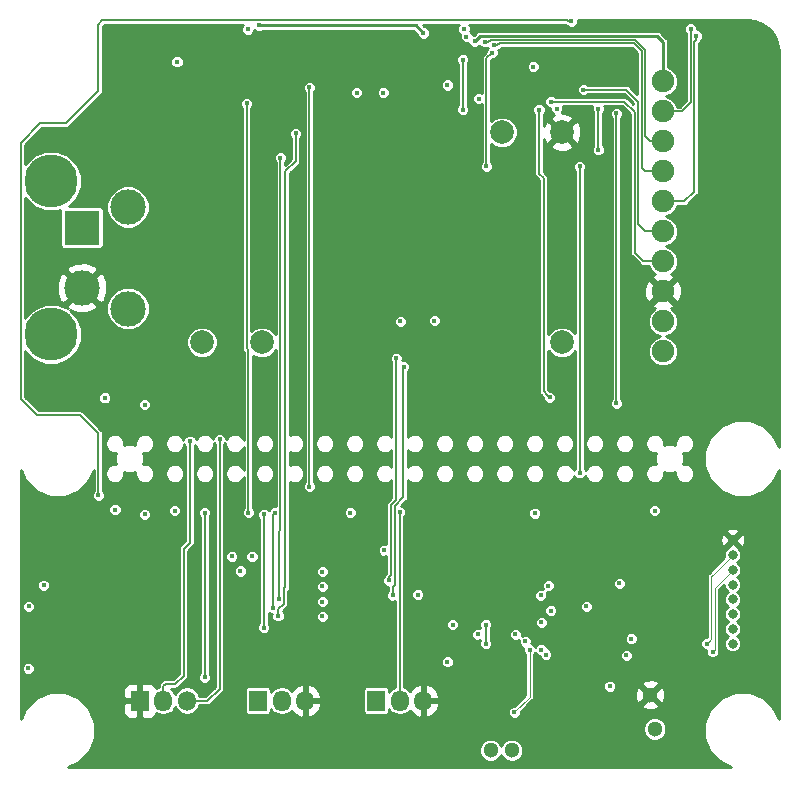
<source format=gbr>
G04 #@! TF.GenerationSoftware,KiCad,Pcbnew,5.0.2-bee76a0~70~ubuntu18.04.1*
G04 #@! TF.CreationDate,2019-10-30T17:39:39-07:00*
G04 #@! TF.ProjectId,piweather,70697765-6174-4686-9572-2e6b69636164,rev?*
G04 #@! TF.SameCoordinates,Original*
G04 #@! TF.FileFunction,Copper,L2,Inr*
G04 #@! TF.FilePolarity,Positive*
%FSLAX46Y46*%
G04 Gerber Fmt 4.6, Leading zero omitted, Abs format (unit mm)*
G04 Created by KiCad (PCBNEW 5.0.2-bee76a0~70~ubuntu18.04.1) date Wed 30 Oct 2019 05:39:39 PM PDT*
%MOMM*%
%LPD*%
G01*
G04 APERTURE LIST*
G04 #@! TA.AperFunction,ViaPad*
%ADD10C,0.800000*%
G04 #@! TD*
G04 #@! TA.AperFunction,ViaPad*
%ADD11C,2.000000*%
G04 #@! TD*
G04 #@! TA.AperFunction,ViaPad*
%ADD12C,1.900000*%
G04 #@! TD*
G04 #@! TA.AperFunction,ViaPad*
%ADD13C,3.000000*%
G04 #@! TD*
G04 #@! TA.AperFunction,WasherPad*
%ADD14C,4.500000*%
G04 #@! TD*
G04 #@! TA.AperFunction,ViaPad*
%ADD15R,3.000000X3.000000*%
G04 #@! TD*
G04 #@! TA.AperFunction,ViaPad*
%ADD16C,1.300000*%
G04 #@! TD*
G04 #@! TA.AperFunction,ViaPad*
%ADD17O,1.500000X1.700000*%
G04 #@! TD*
G04 #@! TA.AperFunction,ViaPad*
%ADD18O,1.500000X1.800000*%
G04 #@! TD*
G04 #@! TA.AperFunction,ViaPad*
%ADD19R,1.500000X1.800000*%
G04 #@! TD*
G04 #@! TA.AperFunction,ViaPad*
%ADD20C,0.450000*%
G04 #@! TD*
G04 #@! TA.AperFunction,Conductor*
%ADD21C,0.150000*%
G04 #@! TD*
G04 #@! TA.AperFunction,Conductor*
%ADD22C,0.100000*%
G04 #@! TD*
G04 #@! TA.AperFunction,Conductor*
%ADD23C,0.250000*%
G04 #@! TD*
G04 #@! TA.AperFunction,Conductor*
%ADD24C,0.254000*%
G04 #@! TD*
G04 APERTURE END LIST*
D10*
G04 #@! TO.N,GND*
G04 #@! TO.C,J2*
X128200000Y-95425000D03*
G04 #@! TO.N,/P1_TXD_HW_RXD*
X128200000Y-96675000D03*
G04 #@! TO.N,/P1_RXD_HW_TXD*
X128200000Y-97925000D03*
G04 #@! TO.N,N/C*
X128200000Y-99175000D03*
X128200000Y-100425000D03*
X128200000Y-101675000D03*
G04 #@! TO.N,+5V*
X128200000Y-102925000D03*
G04 #@! TO.N,/P1_3V3*
X128200000Y-104175000D03*
G04 #@! TD*
D11*
G04 #@! TO.N,+5V*
G04 #@! TO.C,U2*
X108660000Y-60885000D03*
G04 #@! TO.N,GND*
X113740000Y-60885000D03*
G04 #@! TO.N,N/C*
X113740000Y-78665000D03*
G04 #@! TO.N,/AC_N*
X88340000Y-78665000D03*
G04 #@! TO.N,/AC_L*
X83260000Y-78665000D03*
G04 #@! TD*
D12*
G04 #@! TO.N,+24V*
G04 #@! TO.C,J1*
X122300000Y-56570000D03*
G04 #@! TO.N,/DO27*
X122300000Y-59110000D03*
G04 #@! TO.N,/DO16*
X122300000Y-61650000D03*
G04 #@! TO.N,/DO13*
X122300000Y-64190000D03*
G04 #@! TO.N,/DO12*
X122300000Y-66730000D03*
G04 #@! TO.N,/DI26*
X122300000Y-69270000D03*
G04 #@! TO.N,/DI17*
X122300000Y-71810000D03*
G04 #@! TO.N,GND*
X122300000Y-74350000D03*
G04 #@! TO.N,RS485_B*
X122300000Y-76890000D03*
G04 #@! TO.N,RS485_A*
X122300000Y-79430000D03*
G04 #@! TD*
D13*
G04 #@! TO.N,/AC_N*
G04 #@! TO.C,J12*
X77000000Y-67200000D03*
G04 #@! TO.N,/AC_L*
X77000000Y-75800000D03*
D14*
G04 #@! TO.N,*
X70500000Y-65000000D03*
X70500000Y-78000000D03*
G04 #@! TD*
D15*
G04 #@! TO.N,/IN_24V*
G04 #@! TO.C,J3*
X73100000Y-68960000D03*
D13*
G04 #@! TO.N,GND*
X73100000Y-74040000D03*
G04 #@! TD*
D16*
G04 #@! TO.N,+5V*
G04 #@! TO.C,J6*
X121600000Y-111400000D03*
G04 #@! TD*
G04 #@! TO.N,GND*
G04 #@! TO.C,J7*
X121200000Y-108500000D03*
G04 #@! TD*
G04 #@! TO.N,/USBD_P*
G04 #@! TO.C,J8*
X109500000Y-113200000D03*
G04 #@! TD*
G04 #@! TO.N,/USBD_N*
G04 #@! TO.C,J9*
X107700000Y-113200000D03*
G04 #@! TD*
D17*
G04 #@! TO.N,GND*
G04 #@! TO.C,J5*
X102000000Y-109000000D03*
D18*
G04 #@! TO.N,/BCM5_PIN29*
X100000000Y-109000000D03*
D19*
G04 #@! TO.N,+3V3*
X98000000Y-109000000D03*
G04 #@! TD*
D17*
G04 #@! TO.N,GND*
G04 #@! TO.C,J10*
X92000000Y-109000000D03*
D18*
G04 #@! TO.N,/BCM4_PIN7*
X90000000Y-109000000D03*
D19*
G04 #@! TO.N,+3V3*
X88000000Y-109000000D03*
G04 #@! TD*
D17*
G04 #@! TO.N,/P0_RXD*
G04 #@! TO.C,J11*
X82000000Y-109000000D03*
D18*
G04 #@! TO.N,/P0_TXD*
X80000000Y-109000000D03*
D19*
G04 #@! TO.N,GND*
X78000000Y-109000000D03*
G04 #@! TD*
D20*
G04 #@! TO.N,GND*
X80950000Y-83925000D03*
X91100000Y-84075000D03*
X98750000Y-83725000D03*
X110950000Y-83725000D03*
X115800000Y-83475000D03*
X124750000Y-93375000D03*
X86050000Y-92925000D03*
X69600000Y-106025000D03*
X72350000Y-101025000D03*
X80650000Y-98025000D03*
X80650000Y-99325000D03*
X80650000Y-100625000D03*
X80650000Y-101925000D03*
X86500000Y-98675000D03*
X84100000Y-96725000D03*
X82400000Y-96675000D03*
X97500000Y-102925000D03*
X105450000Y-93425000D03*
X112400000Y-105975000D03*
X110700000Y-101275000D03*
X117600000Y-106775000D03*
X116400000Y-97075000D03*
X120200000Y-100775000D03*
X106900000Y-95675000D03*
G04 #@! TO.N,+5V*
X110620000Y-103985000D03*
X98680000Y-96255000D03*
X75050000Y-83375000D03*
X78410000Y-83950000D03*
X96350000Y-57525000D03*
X98600000Y-57525000D03*
X87150000Y-52175000D03*
X81150000Y-54925000D03*
X100050000Y-76875000D03*
X102950000Y-76825000D03*
X104050000Y-105725000D03*
X118600000Y-99075000D03*
X101550000Y-100025000D03*
G04 #@! TO.N,/P1_3V3*
X117800000Y-107775000D03*
G04 #@! TO.N,+3V3*
X114550000Y-51475000D03*
X74500000Y-91625000D03*
X75900000Y-92825000D03*
X85800000Y-96775000D03*
X87500000Y-96775000D03*
X86500000Y-98025000D03*
X95800000Y-93075000D03*
X69850000Y-99225000D03*
G04 #@! TO.N,/P1_RXD_HW_TXD*
X126500000Y-104875000D03*
X119200000Y-105175000D03*
G04 #@! TO.N,/P1_TXD_HW_RXD*
X126000000Y-104175000D03*
X119600000Y-103775000D03*
G04 #@! TO.N,/P0_RXD*
X84750000Y-86875000D03*
G04 #@! TO.N,/P0_TXD*
X82250000Y-87025000D03*
G04 #@! TO.N,/SCL*
X80950000Y-92925000D03*
X68600000Y-101025000D03*
G04 #@! TO.N,/SDA*
X78400000Y-93225000D03*
X68550000Y-106275000D03*
G04 #@! TO.N,/USBD_P*
X112383294Y-105108294D03*
G04 #@! TO.N,/USBD_N*
X111976706Y-104701706D03*
G04 #@! TO.N,/~RSTOUT*
X111000000Y-104675000D03*
X109700000Y-109975000D03*
G04 #@! TO.N,/EEDATA*
X106600000Y-103375000D03*
X109800000Y-103375000D03*
G04 #@! TO.N,/P_DE*
X93450000Y-100625000D03*
X115800000Y-101025000D03*
G04 #@! TO.N,/P2_R*
X93450000Y-98075000D03*
X112600000Y-99275000D03*
G04 #@! TO.N,/P2_D*
X93450000Y-101875000D03*
X112800000Y-101375000D03*
G04 #@! TO.N,/P2_~RE*
X93450000Y-99325000D03*
X111950000Y-100075000D03*
G04 #@! TO.N,/VCC_FTDI*
X104500000Y-102575000D03*
X112000000Y-102375000D03*
X107300000Y-104175000D03*
X107300000Y-102575000D03*
G04 #@! TO.N,+24V*
X106350000Y-53175000D03*
X88100000Y-51825000D03*
X102000000Y-52475000D03*
G04 #@! TO.N,RS485_A*
X99400000Y-100075000D03*
X100350000Y-80725000D03*
G04 #@! TO.N,RS485_B*
X99100000Y-98825000D03*
X99700000Y-80025000D03*
G04 #@! TO.N,/BCM5_PIN29*
X100000000Y-93025000D03*
X111450000Y-93125000D03*
G04 #@! TO.N,/BCM4_PIN7*
X83500000Y-93075000D03*
X83500000Y-107025000D03*
G04 #@! TO.N,/DI17*
X112800000Y-58275000D03*
G04 #@! TO.N,/DI26*
X115550000Y-57275000D03*
G04 #@! TO.N,/DO12*
X105650000Y-52775000D03*
X125100000Y-52725000D03*
G04 #@! TO.N,/DO13*
X107950000Y-53525000D03*
G04 #@! TO.N,/DO16*
X107200000Y-53225000D03*
G04 #@! TO.N,/DO27*
X105450000Y-52125000D03*
X124650000Y-52125000D03*
G04 #@! TO.N,BCM16*
X118350000Y-83825000D03*
X118350000Y-59275000D03*
X111300000Y-55325000D03*
G04 #@! TO.N,BCM12*
X112700000Y-83325000D03*
X111800000Y-58975000D03*
X105350000Y-58975000D03*
X105350000Y-54725000D03*
G04 #@! TO.N,/BCM26_PIN37*
X89250000Y-101125000D03*
X89450000Y-93075000D03*
X121600000Y-92925000D03*
G04 #@! TO.N,BCM13*
X115250000Y-89725000D03*
X115250000Y-63775000D03*
X107350000Y-63775000D03*
X107850000Y-54125000D03*
G04 #@! TO.N,BCM27*
X92350000Y-90875000D03*
X92350000Y-57075000D03*
X104050000Y-56875000D03*
G04 #@! TO.N,/BCM17_PIN11*
X88500000Y-102825000D03*
X88500000Y-93225000D03*
G04 #@! TO.N,~BCM17*
X89700000Y-101825000D03*
X113300000Y-58875000D03*
X91200000Y-60975000D03*
G04 #@! TO.N,~BCM26*
X89750000Y-100375000D03*
X89900000Y-63025000D03*
X116800000Y-62375000D03*
X116800000Y-58875000D03*
G04 #@! TO.N,REF3V3*
X87200000Y-93075000D03*
X87050000Y-58425000D03*
X106700000Y-58025000D03*
G04 #@! TD*
D21*
G04 #@! TO.N,+3V3*
X114550000Y-51475000D02*
X114231802Y-51475000D01*
X114156801Y-51399999D02*
X74825001Y-51399999D01*
X114231802Y-51475000D02*
X114156801Y-51399999D01*
X74825001Y-51399999D02*
X74450000Y-51775000D01*
X74450000Y-57423998D02*
X71748998Y-60125000D01*
X74450000Y-51775000D02*
X74450000Y-57423998D01*
X71748998Y-60125000D02*
X69550000Y-60125000D01*
X69550000Y-60125000D02*
X67900000Y-61775000D01*
X67900000Y-61775000D02*
X67900000Y-71425000D01*
X67900000Y-71425000D02*
X67900000Y-83425000D01*
X67900000Y-83425000D02*
X69300000Y-84825000D01*
X69300000Y-84825000D02*
X72950000Y-84825000D01*
X72950000Y-84825000D02*
X74500000Y-86375000D01*
X74500000Y-86375000D02*
X74500000Y-91625000D01*
D22*
G04 #@! TO.N,/P1_RXD_HW_TXD*
X128200000Y-97925000D02*
X126700000Y-99425000D01*
X126700000Y-99425000D02*
X126700000Y-104675000D01*
X126700000Y-104675000D02*
X126500000Y-104875000D01*
G04 #@! TO.N,/P1_TXD_HW_RXD*
X128200000Y-96675000D02*
X126500000Y-98375000D01*
X126500000Y-98375000D02*
X126400000Y-98475000D01*
X126400000Y-98475000D02*
X126400000Y-103775000D01*
X126400000Y-103775000D02*
X126000000Y-104175000D01*
D21*
G04 #@! TO.N,/P0_RXD*
X84750000Y-86875000D02*
X84750000Y-107975000D01*
X83725000Y-109000000D02*
X82000000Y-109000000D01*
X84750000Y-107975000D02*
X83725000Y-109000000D01*
G04 #@! TO.N,/P0_TXD*
X80000000Y-107775000D02*
X80000000Y-109000000D01*
X82250000Y-95625000D02*
X81700000Y-96175000D01*
X82250000Y-87025000D02*
X82250000Y-95625000D01*
X81000000Y-107575000D02*
X80200000Y-107575000D01*
X81700000Y-96175000D02*
X81700000Y-106875000D01*
X81700000Y-106875000D02*
X81000000Y-107575000D01*
X80200000Y-107575000D02*
X80000000Y-107775000D01*
D22*
G04 #@! TO.N,/~RSTOUT*
X111000000Y-104675000D02*
X111000000Y-108675000D01*
X111000000Y-108675000D02*
X109700000Y-109975000D01*
D21*
G04 #@! TO.N,/VCC_FTDI*
X107300000Y-104175000D02*
X107300000Y-102575000D01*
D23*
G04 #@! TO.N,+24V*
X122300000Y-53225000D02*
X122300000Y-56570000D01*
X121800020Y-52725020D02*
X122300000Y-53225000D01*
X106350000Y-53175000D02*
X106799980Y-52725020D01*
X106799980Y-52725020D02*
X121800020Y-52725020D01*
X88100000Y-51825000D02*
X88418198Y-51825000D01*
X88418198Y-51825000D02*
X101350000Y-51825000D01*
X101350000Y-51825000D02*
X102000000Y-52475000D01*
D21*
G04 #@! TO.N,RS485_A*
X99574999Y-92500001D02*
X99574999Y-99200001D01*
X99400000Y-99375000D02*
X99400000Y-100075000D01*
X100350000Y-80725000D02*
X100300000Y-80775000D01*
X99574999Y-99200001D02*
X99400000Y-99375000D01*
X100300000Y-91775000D02*
X99574999Y-92500001D01*
X100300000Y-80775000D02*
X100300000Y-91775000D01*
G04 #@! TO.N,RS485_B*
X99250000Y-98356802D02*
X99100000Y-98506802D01*
X99250000Y-92436078D02*
X99250000Y-98356802D01*
X99700000Y-91986078D02*
X99250000Y-92436078D01*
X99100000Y-98506802D02*
X99100000Y-98825000D01*
X99700000Y-80025000D02*
X99700000Y-91986078D01*
G04 #@! TO.N,/BCM5_PIN29*
X100000000Y-109000000D02*
X100000000Y-93025000D01*
G04 #@! TO.N,/BCM4_PIN7*
X83500000Y-93075000D02*
X83500000Y-107025000D01*
G04 #@! TO.N,/DI17*
X120635000Y-71810000D02*
X122300000Y-71810000D01*
X119900000Y-71075000D02*
X120635000Y-71810000D01*
X119900000Y-59175000D02*
X119900000Y-71075000D01*
X112800000Y-58275000D02*
X119000000Y-58275000D01*
X119000000Y-58275000D02*
X119900000Y-59175000D01*
G04 #@! TO.N,/DI26*
X119200000Y-57275000D02*
X120200000Y-58275000D01*
X120200000Y-58275000D02*
X120200000Y-68675000D01*
X120795000Y-69270000D02*
X122300000Y-69270000D01*
X120200000Y-68675000D02*
X120795000Y-69270000D01*
X115550000Y-57275000D02*
X116900000Y-57275000D01*
X116600000Y-57275000D02*
X116900000Y-57275000D01*
X116900000Y-57275000D02*
X119200000Y-57275000D01*
G04 #@! TO.N,/DO12*
X125100000Y-53043198D02*
X124925010Y-53218188D01*
X125100000Y-52725000D02*
X125100000Y-53043198D01*
X124925010Y-53218188D02*
X124925010Y-65899990D01*
X124095000Y-66730000D02*
X122300000Y-66730000D01*
X124925010Y-65899990D02*
X124095000Y-66730000D01*
G04 #@! TO.N,/DO13*
X120815000Y-64190000D02*
X122300000Y-64190000D01*
X107950000Y-53525000D02*
X108268198Y-53525000D01*
X119800040Y-53325040D02*
X120500000Y-54025000D01*
X120500000Y-54025000D02*
X120500000Y-63875000D01*
X108268198Y-53525000D02*
X108468158Y-53325040D01*
X108468158Y-53325040D02*
X119800040Y-53325040D01*
X120500000Y-63875000D02*
X120815000Y-64190000D01*
G04 #@! TO.N,/DO16*
X107518198Y-53225000D02*
X107693168Y-53050030D01*
X107200000Y-53225000D02*
X107518198Y-53225000D01*
X121225000Y-61650000D02*
X122300000Y-61650000D01*
X107693168Y-53050030D02*
X119925030Y-53050030D01*
X119925030Y-53050030D02*
X120800000Y-53925000D01*
X120800000Y-53925000D02*
X120800000Y-61225000D01*
X120800000Y-61225000D02*
X121225000Y-61650000D01*
G04 #@! TO.N,/DO27*
X124650000Y-52125000D02*
X124650000Y-58325000D01*
X123865000Y-59110000D02*
X122300000Y-59110000D01*
X124650000Y-58325000D02*
X123865000Y-59110000D01*
G04 #@! TO.N,BCM16*
X118350000Y-83825000D02*
X118350000Y-59275000D01*
G04 #@! TO.N,BCM12*
X112700000Y-83325000D02*
X112475001Y-83100001D01*
X112475001Y-83100001D02*
X112200000Y-82825000D01*
X105350000Y-58975000D02*
X105350000Y-54725000D01*
X111800000Y-64375000D02*
X112200000Y-64775000D01*
X111800000Y-58975000D02*
X111800000Y-64375000D01*
X112200000Y-82825000D02*
X112200000Y-64775000D01*
G04 #@! TO.N,/BCM26_PIN37*
X89250000Y-101125000D02*
X89250000Y-93275000D01*
X89250000Y-93275000D02*
X89450000Y-93075000D01*
G04 #@! TO.N,BCM13*
X115250000Y-89725000D02*
X115250000Y-63775000D01*
X107350000Y-63775000D02*
X107350000Y-56095998D01*
X107350000Y-56095998D02*
X107350000Y-54625000D01*
X107350000Y-54625000D02*
X107850000Y-54125000D01*
G04 #@! TO.N,BCM27*
X92350000Y-90875000D02*
X92350000Y-57075000D01*
G04 #@! TO.N,/BCM17_PIN11*
X88500000Y-102825000D02*
X88500000Y-93225000D01*
G04 #@! TO.N,~BCM17*
X89700000Y-101825000D02*
X89700000Y-101275000D01*
X90175001Y-100799999D02*
X90175001Y-99549999D01*
X89700000Y-101275000D02*
X90175001Y-100799999D01*
X90175001Y-99549999D02*
X90250000Y-99475000D01*
X90325001Y-99399999D02*
X90325001Y-64199999D01*
X90250000Y-99475000D02*
X90325001Y-99399999D01*
X90325001Y-64199999D02*
X91200000Y-63325000D01*
X91200000Y-63325000D02*
X91200000Y-60975000D01*
G04 #@! TO.N,~BCM26*
X89750000Y-100375000D02*
X89750000Y-94725000D01*
X89750000Y-94725000D02*
X89900000Y-94575000D01*
X89900000Y-94575000D02*
X89900000Y-63025000D01*
X116800000Y-59193198D02*
X116800000Y-62375000D01*
X116800000Y-58875000D02*
X116800000Y-59193198D01*
G04 #@! TO.N,REF3V3*
X87050000Y-79151002D02*
X87050000Y-58425000D01*
X87200000Y-93075000D02*
X87200000Y-79301002D01*
X87200000Y-79301002D02*
X87050000Y-79151002D01*
G04 #@! TD*
D24*
G04 #@! TO.N,GND*
G36*
X130097043Y-51474330D02*
X130662057Y-51679421D01*
X131164739Y-52008994D01*
X131578119Y-52445367D01*
X131880024Y-52965134D01*
X132055855Y-53545683D01*
X132098000Y-54017898D01*
X132098001Y-87546676D01*
X131735719Y-86672051D01*
X130827949Y-85764281D01*
X129641890Y-85273000D01*
X128358110Y-85273000D01*
X127172051Y-85764281D01*
X126264281Y-86672051D01*
X125773000Y-87858110D01*
X125773000Y-89141890D01*
X126264281Y-90327949D01*
X127172051Y-91235719D01*
X128358110Y-91727000D01*
X129641890Y-91727000D01*
X130827949Y-91235719D01*
X131735719Y-90327949D01*
X132098001Y-89453324D01*
X132098001Y-110546678D01*
X131735719Y-109672051D01*
X130827949Y-108764281D01*
X129641890Y-108273000D01*
X128358110Y-108273000D01*
X127172051Y-108764281D01*
X126264281Y-109672051D01*
X125773000Y-110858110D01*
X125773000Y-112141890D01*
X126264281Y-113327949D01*
X127172051Y-114235719D01*
X128046676Y-114598000D01*
X71953324Y-114598000D01*
X72827949Y-114235719D01*
X73735719Y-113327949D01*
X73869214Y-113005663D01*
X106723000Y-113005663D01*
X106723000Y-113394337D01*
X106871739Y-113753426D01*
X107146574Y-114028261D01*
X107505663Y-114177000D01*
X107894337Y-114177000D01*
X108253426Y-114028261D01*
X108528261Y-113753426D01*
X108600000Y-113580232D01*
X108671739Y-113753426D01*
X108946574Y-114028261D01*
X109305663Y-114177000D01*
X109694337Y-114177000D01*
X110053426Y-114028261D01*
X110328261Y-113753426D01*
X110477000Y-113394337D01*
X110477000Y-113005663D01*
X110328261Y-112646574D01*
X110053426Y-112371739D01*
X109694337Y-112223000D01*
X109305663Y-112223000D01*
X108946574Y-112371739D01*
X108671739Y-112646574D01*
X108600000Y-112819768D01*
X108528261Y-112646574D01*
X108253426Y-112371739D01*
X107894337Y-112223000D01*
X107505663Y-112223000D01*
X107146574Y-112371739D01*
X106871739Y-112646574D01*
X106723000Y-113005663D01*
X73869214Y-113005663D01*
X74227000Y-112141890D01*
X74227000Y-111205663D01*
X120623000Y-111205663D01*
X120623000Y-111594337D01*
X120771739Y-111953426D01*
X121046574Y-112228261D01*
X121405663Y-112377000D01*
X121794337Y-112377000D01*
X122153426Y-112228261D01*
X122428261Y-111953426D01*
X122577000Y-111594337D01*
X122577000Y-111205663D01*
X122428261Y-110846574D01*
X122153426Y-110571739D01*
X121794337Y-110423000D01*
X121405663Y-110423000D01*
X121046574Y-110571739D01*
X120771739Y-110846574D01*
X120623000Y-111205663D01*
X74227000Y-111205663D01*
X74227000Y-110858110D01*
X73735719Y-109672051D01*
X73349418Y-109285750D01*
X76615000Y-109285750D01*
X76615000Y-110026310D01*
X76711673Y-110259699D01*
X76890302Y-110438327D01*
X77123691Y-110535000D01*
X77714250Y-110535000D01*
X77873000Y-110376250D01*
X77873000Y-109127000D01*
X76773750Y-109127000D01*
X76615000Y-109285750D01*
X73349418Y-109285750D01*
X72827949Y-108764281D01*
X71641890Y-108273000D01*
X70358110Y-108273000D01*
X69172051Y-108764281D01*
X68264281Y-109672051D01*
X67902000Y-110546676D01*
X67902000Y-107973690D01*
X76615000Y-107973690D01*
X76615000Y-108714250D01*
X76773750Y-108873000D01*
X77873000Y-108873000D01*
X77873000Y-107623750D01*
X78127000Y-107623750D01*
X78127000Y-108873000D01*
X78147000Y-108873000D01*
X78147000Y-109127000D01*
X78127000Y-109127000D01*
X78127000Y-110376250D01*
X78285750Y-110535000D01*
X78876309Y-110535000D01*
X79109698Y-110438327D01*
X79288327Y-110259699D01*
X79382387Y-110032619D01*
X79579777Y-110164511D01*
X80000000Y-110248099D01*
X80420224Y-110164511D01*
X80776473Y-109926473D01*
X81014511Y-109570223D01*
X81015517Y-109565164D01*
X81223528Y-109876473D01*
X81579777Y-110114511D01*
X82000000Y-110198099D01*
X82420224Y-110114511D01*
X82776473Y-109876473D01*
X83014511Y-109520223D01*
X83038027Y-109402000D01*
X83685415Y-109402000D01*
X83725000Y-109409874D01*
X83764585Y-109402000D01*
X83764590Y-109402000D01*
X83881852Y-109378675D01*
X84014825Y-109289825D01*
X84037251Y-109256262D01*
X85006264Y-108287250D01*
X85039825Y-108264825D01*
X85062249Y-108231265D01*
X85062251Y-108231263D01*
X85128674Y-108131853D01*
X85128675Y-108131852D01*
X85135010Y-108100000D01*
X86916594Y-108100000D01*
X86916594Y-109900000D01*
X86941973Y-110027589D01*
X87014246Y-110135754D01*
X87122411Y-110208027D01*
X87250000Y-110233406D01*
X88750000Y-110233406D01*
X88877589Y-110208027D01*
X88985754Y-110135754D01*
X89058027Y-110027589D01*
X89083406Y-109900000D01*
X89083406Y-109716767D01*
X89223528Y-109926473D01*
X89579777Y-110164511D01*
X90000000Y-110248099D01*
X90420224Y-110164511D01*
X90776473Y-109926473D01*
X90832765Y-109842227D01*
X90834255Y-109846036D01*
X91208488Y-110235359D01*
X91658815Y-110442318D01*
X91873000Y-110319656D01*
X91873000Y-109127000D01*
X92127000Y-109127000D01*
X92127000Y-110319656D01*
X92341185Y-110442318D01*
X92791512Y-110235359D01*
X93165745Y-109846036D01*
X93362504Y-109343136D01*
X93225014Y-109127000D01*
X92127000Y-109127000D01*
X91873000Y-109127000D01*
X91853000Y-109127000D01*
X91853000Y-108873000D01*
X91873000Y-108873000D01*
X91873000Y-107680344D01*
X92127000Y-107680344D01*
X92127000Y-108873000D01*
X93225014Y-108873000D01*
X93362504Y-108656864D01*
X93165745Y-108153964D01*
X93113873Y-108100000D01*
X96916594Y-108100000D01*
X96916594Y-109900000D01*
X96941973Y-110027589D01*
X97014246Y-110135754D01*
X97122411Y-110208027D01*
X97250000Y-110233406D01*
X98750000Y-110233406D01*
X98877589Y-110208027D01*
X98985754Y-110135754D01*
X99058027Y-110027589D01*
X99083406Y-109900000D01*
X99083406Y-109716767D01*
X99223528Y-109926473D01*
X99579777Y-110164511D01*
X100000000Y-110248099D01*
X100420224Y-110164511D01*
X100776473Y-109926473D01*
X100832765Y-109842227D01*
X100834255Y-109846036D01*
X101208488Y-110235359D01*
X101658815Y-110442318D01*
X101873000Y-110319656D01*
X101873000Y-109127000D01*
X102127000Y-109127000D01*
X102127000Y-110319656D01*
X102341185Y-110442318D01*
X102791512Y-110235359D01*
X103147323Y-109865200D01*
X109148000Y-109865200D01*
X109148000Y-110084800D01*
X109232037Y-110287683D01*
X109387317Y-110442963D01*
X109590200Y-110527000D01*
X109809800Y-110527000D01*
X110012683Y-110442963D01*
X110167963Y-110287683D01*
X110252000Y-110084800D01*
X110252000Y-109956158D01*
X110809142Y-109399016D01*
X120480590Y-109399016D01*
X120536271Y-109629611D01*
X121019078Y-109797622D01*
X121529428Y-109768083D01*
X121863729Y-109629611D01*
X121919410Y-109399016D01*
X121200000Y-108679605D01*
X120480590Y-109399016D01*
X110809142Y-109399016D01*
X111240326Y-108967832D01*
X111271801Y-108946801D01*
X111355125Y-108822098D01*
X111377000Y-108712126D01*
X111377000Y-108712123D01*
X111384384Y-108675000D01*
X111377000Y-108637878D01*
X111377000Y-107665200D01*
X117248000Y-107665200D01*
X117248000Y-107884800D01*
X117332037Y-108087683D01*
X117487317Y-108242963D01*
X117690200Y-108327000D01*
X117909800Y-108327000D01*
X117928925Y-108319078D01*
X119902378Y-108319078D01*
X119931917Y-108829428D01*
X120070389Y-109163729D01*
X120300984Y-109219410D01*
X121020395Y-108500000D01*
X121379605Y-108500000D01*
X122099016Y-109219410D01*
X122329611Y-109163729D01*
X122497622Y-108680922D01*
X122468083Y-108170572D01*
X122329611Y-107836271D01*
X122099016Y-107780590D01*
X121379605Y-108500000D01*
X121020395Y-108500000D01*
X120300984Y-107780590D01*
X120070389Y-107836271D01*
X119902378Y-108319078D01*
X117928925Y-108319078D01*
X118112683Y-108242963D01*
X118267963Y-108087683D01*
X118352000Y-107884800D01*
X118352000Y-107665200D01*
X118325401Y-107600984D01*
X120480590Y-107600984D01*
X121200000Y-108320395D01*
X121919410Y-107600984D01*
X121863729Y-107370389D01*
X121380922Y-107202378D01*
X120870572Y-107231917D01*
X120536271Y-107370389D01*
X120480590Y-107600984D01*
X118325401Y-107600984D01*
X118267963Y-107462317D01*
X118112683Y-107307037D01*
X117909800Y-107223000D01*
X117690200Y-107223000D01*
X117487317Y-107307037D01*
X117332037Y-107462317D01*
X117248000Y-107665200D01*
X111377000Y-107665200D01*
X111377000Y-105078646D01*
X111467963Y-104987683D01*
X111482822Y-104951810D01*
X111508743Y-105014389D01*
X111664023Y-105169669D01*
X111841725Y-105243275D01*
X111915331Y-105420977D01*
X112070611Y-105576257D01*
X112273494Y-105660294D01*
X112493094Y-105660294D01*
X112695977Y-105576257D01*
X112851257Y-105420977D01*
X112935294Y-105218094D01*
X112935294Y-105065200D01*
X118648000Y-105065200D01*
X118648000Y-105284800D01*
X118732037Y-105487683D01*
X118887317Y-105642963D01*
X119090200Y-105727000D01*
X119309800Y-105727000D01*
X119512683Y-105642963D01*
X119667963Y-105487683D01*
X119752000Y-105284800D01*
X119752000Y-105065200D01*
X119667963Y-104862317D01*
X119512683Y-104707037D01*
X119309800Y-104623000D01*
X119090200Y-104623000D01*
X118887317Y-104707037D01*
X118732037Y-104862317D01*
X118648000Y-105065200D01*
X112935294Y-105065200D01*
X112935294Y-104998494D01*
X112851257Y-104795611D01*
X112695977Y-104640331D01*
X112518275Y-104566725D01*
X112444669Y-104389023D01*
X112289389Y-104233743D01*
X112086506Y-104149706D01*
X111866906Y-104149706D01*
X111664023Y-104233743D01*
X111508743Y-104389023D01*
X111493884Y-104424896D01*
X111467963Y-104362317D01*
X111312683Y-104207037D01*
X111152921Y-104140861D01*
X111172000Y-104094800D01*
X111172000Y-103875200D01*
X111087963Y-103672317D01*
X111080846Y-103665200D01*
X119048000Y-103665200D01*
X119048000Y-103884800D01*
X119132037Y-104087683D01*
X119287317Y-104242963D01*
X119490200Y-104327000D01*
X119709800Y-104327000D01*
X119912683Y-104242963D01*
X120067963Y-104087683D01*
X120077275Y-104065200D01*
X125448000Y-104065200D01*
X125448000Y-104284800D01*
X125532037Y-104487683D01*
X125687317Y-104642963D01*
X125890200Y-104727000D01*
X125963823Y-104727000D01*
X125948000Y-104765200D01*
X125948000Y-104984800D01*
X126032037Y-105187683D01*
X126187317Y-105342963D01*
X126390200Y-105427000D01*
X126609800Y-105427000D01*
X126812683Y-105342963D01*
X126967963Y-105187683D01*
X127052000Y-104984800D01*
X127052000Y-104826775D01*
X127055125Y-104822098D01*
X127077000Y-104712126D01*
X127077000Y-104712123D01*
X127084384Y-104675000D01*
X127077000Y-104637878D01*
X127077000Y-99581158D01*
X127473000Y-99185158D01*
X127473000Y-99319609D01*
X127583679Y-99586813D01*
X127788187Y-99791321D01*
X127809140Y-99800000D01*
X127788187Y-99808679D01*
X127583679Y-100013187D01*
X127473000Y-100280391D01*
X127473000Y-100569609D01*
X127583679Y-100836813D01*
X127788187Y-101041321D01*
X127809140Y-101050000D01*
X127788187Y-101058679D01*
X127583679Y-101263187D01*
X127473000Y-101530391D01*
X127473000Y-101819609D01*
X127583679Y-102086813D01*
X127788187Y-102291321D01*
X127809140Y-102300000D01*
X127788187Y-102308679D01*
X127583679Y-102513187D01*
X127473000Y-102780391D01*
X127473000Y-103069609D01*
X127583679Y-103336813D01*
X127788187Y-103541321D01*
X127809140Y-103550000D01*
X127788187Y-103558679D01*
X127583679Y-103763187D01*
X127473000Y-104030391D01*
X127473000Y-104319609D01*
X127583679Y-104586813D01*
X127788187Y-104791321D01*
X128055391Y-104902000D01*
X128344609Y-104902000D01*
X128611813Y-104791321D01*
X128816321Y-104586813D01*
X128927000Y-104319609D01*
X128927000Y-104030391D01*
X128816321Y-103763187D01*
X128611813Y-103558679D01*
X128590860Y-103550000D01*
X128611813Y-103541321D01*
X128816321Y-103336813D01*
X128927000Y-103069609D01*
X128927000Y-102780391D01*
X128816321Y-102513187D01*
X128611813Y-102308679D01*
X128590860Y-102300000D01*
X128611813Y-102291321D01*
X128816321Y-102086813D01*
X128927000Y-101819609D01*
X128927000Y-101530391D01*
X128816321Y-101263187D01*
X128611813Y-101058679D01*
X128590860Y-101050000D01*
X128611813Y-101041321D01*
X128816321Y-100836813D01*
X128927000Y-100569609D01*
X128927000Y-100280391D01*
X128816321Y-100013187D01*
X128611813Y-99808679D01*
X128590860Y-99800000D01*
X128611813Y-99791321D01*
X128816321Y-99586813D01*
X128927000Y-99319609D01*
X128927000Y-99030391D01*
X128816321Y-98763187D01*
X128611813Y-98558679D01*
X128590860Y-98550000D01*
X128611813Y-98541321D01*
X128816321Y-98336813D01*
X128927000Y-98069609D01*
X128927000Y-97780391D01*
X128816321Y-97513187D01*
X128611813Y-97308679D01*
X128590860Y-97300000D01*
X128611813Y-97291321D01*
X128816321Y-97086813D01*
X128927000Y-96819609D01*
X128927000Y-96530391D01*
X128816321Y-96263187D01*
X128733194Y-96180060D01*
X128737745Y-96142350D01*
X128200000Y-95604605D01*
X127662255Y-96142350D01*
X127666806Y-96180060D01*
X127583679Y-96263187D01*
X127473000Y-96530391D01*
X127473000Y-96819609D01*
X127487420Y-96854422D01*
X126159674Y-98182168D01*
X126128199Y-98203199D01*
X126044875Y-98327903D01*
X126023000Y-98437875D01*
X126023000Y-98437878D01*
X126015616Y-98475000D01*
X126023000Y-98512122D01*
X126023001Y-103618840D01*
X126018841Y-103623000D01*
X125890200Y-103623000D01*
X125687317Y-103707037D01*
X125532037Y-103862317D01*
X125448000Y-104065200D01*
X120077275Y-104065200D01*
X120152000Y-103884800D01*
X120152000Y-103665200D01*
X120067963Y-103462317D01*
X119912683Y-103307037D01*
X119709800Y-103223000D01*
X119490200Y-103223000D01*
X119287317Y-103307037D01*
X119132037Y-103462317D01*
X119048000Y-103665200D01*
X111080846Y-103665200D01*
X110932683Y-103517037D01*
X110729800Y-103433000D01*
X110510200Y-103433000D01*
X110345136Y-103501372D01*
X110352000Y-103484800D01*
X110352000Y-103265200D01*
X110267963Y-103062317D01*
X110112683Y-102907037D01*
X109909800Y-102823000D01*
X109690200Y-102823000D01*
X109487317Y-102907037D01*
X109332037Y-103062317D01*
X109248000Y-103265200D01*
X109248000Y-103484800D01*
X109332037Y-103687683D01*
X109487317Y-103842963D01*
X109690200Y-103927000D01*
X109909800Y-103927000D01*
X110074864Y-103858628D01*
X110068000Y-103875200D01*
X110068000Y-104094800D01*
X110152037Y-104297683D01*
X110307317Y-104452963D01*
X110467079Y-104519139D01*
X110448000Y-104565200D01*
X110448000Y-104784800D01*
X110532037Y-104987683D01*
X110623000Y-105078646D01*
X110623001Y-108518841D01*
X109718842Y-109423000D01*
X109590200Y-109423000D01*
X109387317Y-109507037D01*
X109232037Y-109662317D01*
X109148000Y-109865200D01*
X103147323Y-109865200D01*
X103165745Y-109846036D01*
X103362504Y-109343136D01*
X103225014Y-109127000D01*
X102127000Y-109127000D01*
X101873000Y-109127000D01*
X101853000Y-109127000D01*
X101853000Y-108873000D01*
X101873000Y-108873000D01*
X101873000Y-107680344D01*
X102127000Y-107680344D01*
X102127000Y-108873000D01*
X103225014Y-108873000D01*
X103362504Y-108656864D01*
X103165745Y-108153964D01*
X102791512Y-107764641D01*
X102341185Y-107557682D01*
X102127000Y-107680344D01*
X101873000Y-107680344D01*
X101658815Y-107557682D01*
X101208488Y-107764641D01*
X100834255Y-108153964D01*
X100832765Y-108157773D01*
X100776473Y-108073527D01*
X100420223Y-107835489D01*
X100402000Y-107831864D01*
X100402000Y-105615200D01*
X103498000Y-105615200D01*
X103498000Y-105834800D01*
X103582037Y-106037683D01*
X103737317Y-106192963D01*
X103940200Y-106277000D01*
X104159800Y-106277000D01*
X104362683Y-106192963D01*
X104517963Y-106037683D01*
X104602000Y-105834800D01*
X104602000Y-105615200D01*
X104517963Y-105412317D01*
X104362683Y-105257037D01*
X104159800Y-105173000D01*
X103940200Y-105173000D01*
X103737317Y-105257037D01*
X103582037Y-105412317D01*
X103498000Y-105615200D01*
X100402000Y-105615200D01*
X100402000Y-103265200D01*
X106048000Y-103265200D01*
X106048000Y-103484800D01*
X106132037Y-103687683D01*
X106287317Y-103842963D01*
X106490200Y-103927000D01*
X106709800Y-103927000D01*
X106825012Y-103879278D01*
X106748000Y-104065200D01*
X106748000Y-104284800D01*
X106832037Y-104487683D01*
X106987317Y-104642963D01*
X107190200Y-104727000D01*
X107409800Y-104727000D01*
X107612683Y-104642963D01*
X107767963Y-104487683D01*
X107852000Y-104284800D01*
X107852000Y-104065200D01*
X107767963Y-103862317D01*
X107702000Y-103796354D01*
X107702000Y-102953646D01*
X107767963Y-102887683D01*
X107852000Y-102684800D01*
X107852000Y-102465200D01*
X107769158Y-102265200D01*
X111448000Y-102265200D01*
X111448000Y-102484800D01*
X111532037Y-102687683D01*
X111687317Y-102842963D01*
X111890200Y-102927000D01*
X112109800Y-102927000D01*
X112312683Y-102842963D01*
X112467963Y-102687683D01*
X112552000Y-102484800D01*
X112552000Y-102265200D01*
X112467963Y-102062317D01*
X112312683Y-101907037D01*
X112109800Y-101823000D01*
X111890200Y-101823000D01*
X111687317Y-101907037D01*
X111532037Y-102062317D01*
X111448000Y-102265200D01*
X107769158Y-102265200D01*
X107767963Y-102262317D01*
X107612683Y-102107037D01*
X107409800Y-102023000D01*
X107190200Y-102023000D01*
X106987317Y-102107037D01*
X106832037Y-102262317D01*
X106748000Y-102465200D01*
X106748000Y-102684800D01*
X106825012Y-102870722D01*
X106709800Y-102823000D01*
X106490200Y-102823000D01*
X106287317Y-102907037D01*
X106132037Y-103062317D01*
X106048000Y-103265200D01*
X100402000Y-103265200D01*
X100402000Y-102465200D01*
X103948000Y-102465200D01*
X103948000Y-102684800D01*
X104032037Y-102887683D01*
X104187317Y-103042963D01*
X104390200Y-103127000D01*
X104609800Y-103127000D01*
X104812683Y-103042963D01*
X104967963Y-102887683D01*
X105052000Y-102684800D01*
X105052000Y-102465200D01*
X104967963Y-102262317D01*
X104812683Y-102107037D01*
X104609800Y-102023000D01*
X104390200Y-102023000D01*
X104187317Y-102107037D01*
X104032037Y-102262317D01*
X103948000Y-102465200D01*
X100402000Y-102465200D01*
X100402000Y-101265200D01*
X112248000Y-101265200D01*
X112248000Y-101484800D01*
X112332037Y-101687683D01*
X112487317Y-101842963D01*
X112690200Y-101927000D01*
X112909800Y-101927000D01*
X113112683Y-101842963D01*
X113267963Y-101687683D01*
X113352000Y-101484800D01*
X113352000Y-101265200D01*
X113267963Y-101062317D01*
X113120846Y-100915200D01*
X115248000Y-100915200D01*
X115248000Y-101134800D01*
X115332037Y-101337683D01*
X115487317Y-101492963D01*
X115690200Y-101577000D01*
X115909800Y-101577000D01*
X116112683Y-101492963D01*
X116267963Y-101337683D01*
X116352000Y-101134800D01*
X116352000Y-100915200D01*
X116267963Y-100712317D01*
X116112683Y-100557037D01*
X115909800Y-100473000D01*
X115690200Y-100473000D01*
X115487317Y-100557037D01*
X115332037Y-100712317D01*
X115248000Y-100915200D01*
X113120846Y-100915200D01*
X113112683Y-100907037D01*
X112909800Y-100823000D01*
X112690200Y-100823000D01*
X112487317Y-100907037D01*
X112332037Y-101062317D01*
X112248000Y-101265200D01*
X100402000Y-101265200D01*
X100402000Y-99915200D01*
X100998000Y-99915200D01*
X100998000Y-100134800D01*
X101082037Y-100337683D01*
X101237317Y-100492963D01*
X101440200Y-100577000D01*
X101659800Y-100577000D01*
X101862683Y-100492963D01*
X102017963Y-100337683D01*
X102102000Y-100134800D01*
X102102000Y-99965200D01*
X111398000Y-99965200D01*
X111398000Y-100184800D01*
X111482037Y-100387683D01*
X111637317Y-100542963D01*
X111840200Y-100627000D01*
X112059800Y-100627000D01*
X112262683Y-100542963D01*
X112417963Y-100387683D01*
X112502000Y-100184800D01*
X112502000Y-99965200D01*
X112435344Y-99804278D01*
X112490200Y-99827000D01*
X112709800Y-99827000D01*
X112912683Y-99742963D01*
X113067963Y-99587683D01*
X113152000Y-99384800D01*
X113152000Y-99165200D01*
X113069158Y-98965200D01*
X118048000Y-98965200D01*
X118048000Y-99184800D01*
X118132037Y-99387683D01*
X118287317Y-99542963D01*
X118490200Y-99627000D01*
X118709800Y-99627000D01*
X118912683Y-99542963D01*
X119067963Y-99387683D01*
X119152000Y-99184800D01*
X119152000Y-98965200D01*
X119067963Y-98762317D01*
X118912683Y-98607037D01*
X118709800Y-98523000D01*
X118490200Y-98523000D01*
X118287317Y-98607037D01*
X118132037Y-98762317D01*
X118048000Y-98965200D01*
X113069158Y-98965200D01*
X113067963Y-98962317D01*
X112912683Y-98807037D01*
X112709800Y-98723000D01*
X112490200Y-98723000D01*
X112287317Y-98807037D01*
X112132037Y-98962317D01*
X112048000Y-99165200D01*
X112048000Y-99384800D01*
X112114656Y-99545722D01*
X112059800Y-99523000D01*
X111840200Y-99523000D01*
X111637317Y-99607037D01*
X111482037Y-99762317D01*
X111398000Y-99965200D01*
X102102000Y-99965200D01*
X102102000Y-99915200D01*
X102017963Y-99712317D01*
X101862683Y-99557037D01*
X101659800Y-99473000D01*
X101440200Y-99473000D01*
X101237317Y-99557037D01*
X101082037Y-99712317D01*
X100998000Y-99915200D01*
X100402000Y-99915200D01*
X100402000Y-95303931D01*
X127151691Y-95303931D01*
X127185158Y-95714318D01*
X127277820Y-95938023D01*
X127482650Y-95962745D01*
X128020395Y-95425000D01*
X128379605Y-95425000D01*
X128917350Y-95962745D01*
X129122180Y-95938023D01*
X129248309Y-95546069D01*
X129214842Y-95135682D01*
X129122180Y-94911977D01*
X128917350Y-94887255D01*
X128379605Y-95425000D01*
X128020395Y-95425000D01*
X127482650Y-94887255D01*
X127277820Y-94911977D01*
X127151691Y-95303931D01*
X100402000Y-95303931D01*
X100402000Y-94707650D01*
X127662255Y-94707650D01*
X128200000Y-95245395D01*
X128737745Y-94707650D01*
X128713023Y-94502820D01*
X128321069Y-94376691D01*
X127910682Y-94410158D01*
X127686977Y-94502820D01*
X127662255Y-94707650D01*
X100402000Y-94707650D01*
X100402000Y-93403646D01*
X100467963Y-93337683D01*
X100552000Y-93134800D01*
X100552000Y-93015200D01*
X110898000Y-93015200D01*
X110898000Y-93234800D01*
X110982037Y-93437683D01*
X111137317Y-93592963D01*
X111340200Y-93677000D01*
X111559800Y-93677000D01*
X111762683Y-93592963D01*
X111917963Y-93437683D01*
X112002000Y-93234800D01*
X112002000Y-93015200D01*
X111919158Y-92815200D01*
X121048000Y-92815200D01*
X121048000Y-93034800D01*
X121132037Y-93237683D01*
X121287317Y-93392963D01*
X121490200Y-93477000D01*
X121709800Y-93477000D01*
X121912683Y-93392963D01*
X122067963Y-93237683D01*
X122152000Y-93034800D01*
X122152000Y-92815200D01*
X122067963Y-92612317D01*
X121912683Y-92457037D01*
X121709800Y-92373000D01*
X121490200Y-92373000D01*
X121287317Y-92457037D01*
X121132037Y-92612317D01*
X121048000Y-92815200D01*
X111919158Y-92815200D01*
X111917963Y-92812317D01*
X111762683Y-92657037D01*
X111559800Y-92573000D01*
X111340200Y-92573000D01*
X111137317Y-92657037D01*
X110982037Y-92812317D01*
X110898000Y-93015200D01*
X100552000Y-93015200D01*
X100552000Y-92915200D01*
X100467963Y-92712317D01*
X100312683Y-92557037D01*
X100152731Y-92490783D01*
X100556264Y-92087250D01*
X100589825Y-92064825D01*
X100612249Y-92031265D01*
X100612251Y-92031263D01*
X100678674Y-91931853D01*
X100678675Y-91931852D01*
X100702000Y-91814590D01*
X100702000Y-91814586D01*
X100709874Y-91775001D01*
X100702000Y-91735416D01*
X100702000Y-90350341D01*
X100810039Y-90458380D01*
X101108483Y-90582000D01*
X101431517Y-90582000D01*
X101729961Y-90458380D01*
X101958380Y-90229961D01*
X102082000Y-89931517D01*
X102082000Y-89608483D01*
X102998000Y-89608483D01*
X102998000Y-89931517D01*
X103121620Y-90229961D01*
X103350039Y-90458380D01*
X103648483Y-90582000D01*
X103971517Y-90582000D01*
X104269961Y-90458380D01*
X104498380Y-90229961D01*
X104622000Y-89931517D01*
X104622000Y-89608483D01*
X105538000Y-89608483D01*
X105538000Y-89931517D01*
X105661620Y-90229961D01*
X105890039Y-90458380D01*
X106188483Y-90582000D01*
X106511517Y-90582000D01*
X106809961Y-90458380D01*
X107038380Y-90229961D01*
X107162000Y-89931517D01*
X107162000Y-89608483D01*
X108078000Y-89608483D01*
X108078000Y-89931517D01*
X108201620Y-90229961D01*
X108430039Y-90458380D01*
X108728483Y-90582000D01*
X109051517Y-90582000D01*
X109349961Y-90458380D01*
X109578380Y-90229961D01*
X109702000Y-89931517D01*
X109702000Y-89608483D01*
X110618000Y-89608483D01*
X110618000Y-89931517D01*
X110741620Y-90229961D01*
X110970039Y-90458380D01*
X111268483Y-90582000D01*
X111591517Y-90582000D01*
X111889961Y-90458380D01*
X112118380Y-90229961D01*
X112242000Y-89931517D01*
X112242000Y-89608483D01*
X112118380Y-89310039D01*
X111889961Y-89081620D01*
X111591517Y-88958000D01*
X111268483Y-88958000D01*
X110970039Y-89081620D01*
X110741620Y-89310039D01*
X110618000Y-89608483D01*
X109702000Y-89608483D01*
X109578380Y-89310039D01*
X109349961Y-89081620D01*
X109051517Y-88958000D01*
X108728483Y-88958000D01*
X108430039Y-89081620D01*
X108201620Y-89310039D01*
X108078000Y-89608483D01*
X107162000Y-89608483D01*
X107038380Y-89310039D01*
X106809961Y-89081620D01*
X106511517Y-88958000D01*
X106188483Y-88958000D01*
X105890039Y-89081620D01*
X105661620Y-89310039D01*
X105538000Y-89608483D01*
X104622000Y-89608483D01*
X104498380Y-89310039D01*
X104269961Y-89081620D01*
X103971517Y-88958000D01*
X103648483Y-88958000D01*
X103350039Y-89081620D01*
X103121620Y-89310039D01*
X102998000Y-89608483D01*
X102082000Y-89608483D01*
X101958380Y-89310039D01*
X101729961Y-89081620D01*
X101431517Y-88958000D01*
X101108483Y-88958000D01*
X100810039Y-89081620D01*
X100702000Y-89189659D01*
X100702000Y-87810341D01*
X100810039Y-87918380D01*
X101108483Y-88042000D01*
X101431517Y-88042000D01*
X101729961Y-87918380D01*
X101958380Y-87689961D01*
X102082000Y-87391517D01*
X102082000Y-87068483D01*
X102998000Y-87068483D01*
X102998000Y-87391517D01*
X103121620Y-87689961D01*
X103350039Y-87918380D01*
X103648483Y-88042000D01*
X103971517Y-88042000D01*
X104269961Y-87918380D01*
X104498380Y-87689961D01*
X104622000Y-87391517D01*
X104622000Y-87068483D01*
X105538000Y-87068483D01*
X105538000Y-87391517D01*
X105661620Y-87689961D01*
X105890039Y-87918380D01*
X106188483Y-88042000D01*
X106511517Y-88042000D01*
X106809961Y-87918380D01*
X107038380Y-87689961D01*
X107162000Y-87391517D01*
X107162000Y-87068483D01*
X108078000Y-87068483D01*
X108078000Y-87391517D01*
X108201620Y-87689961D01*
X108430039Y-87918380D01*
X108728483Y-88042000D01*
X109051517Y-88042000D01*
X109349961Y-87918380D01*
X109578380Y-87689961D01*
X109702000Y-87391517D01*
X109702000Y-87068483D01*
X110618000Y-87068483D01*
X110618000Y-87391517D01*
X110741620Y-87689961D01*
X110970039Y-87918380D01*
X111268483Y-88042000D01*
X111591517Y-88042000D01*
X111889961Y-87918380D01*
X112118380Y-87689961D01*
X112242000Y-87391517D01*
X112242000Y-87068483D01*
X113158000Y-87068483D01*
X113158000Y-87391517D01*
X113281620Y-87689961D01*
X113510039Y-87918380D01*
X113808483Y-88042000D01*
X114131517Y-88042000D01*
X114429961Y-87918380D01*
X114658380Y-87689961D01*
X114782000Y-87391517D01*
X114782000Y-87068483D01*
X114658380Y-86770039D01*
X114429961Y-86541620D01*
X114131517Y-86418000D01*
X113808483Y-86418000D01*
X113510039Y-86541620D01*
X113281620Y-86770039D01*
X113158000Y-87068483D01*
X112242000Y-87068483D01*
X112118380Y-86770039D01*
X111889961Y-86541620D01*
X111591517Y-86418000D01*
X111268483Y-86418000D01*
X110970039Y-86541620D01*
X110741620Y-86770039D01*
X110618000Y-87068483D01*
X109702000Y-87068483D01*
X109578380Y-86770039D01*
X109349961Y-86541620D01*
X109051517Y-86418000D01*
X108728483Y-86418000D01*
X108430039Y-86541620D01*
X108201620Y-86770039D01*
X108078000Y-87068483D01*
X107162000Y-87068483D01*
X107038380Y-86770039D01*
X106809961Y-86541620D01*
X106511517Y-86418000D01*
X106188483Y-86418000D01*
X105890039Y-86541620D01*
X105661620Y-86770039D01*
X105538000Y-87068483D01*
X104622000Y-87068483D01*
X104498380Y-86770039D01*
X104269961Y-86541620D01*
X103971517Y-86418000D01*
X103648483Y-86418000D01*
X103350039Y-86541620D01*
X103121620Y-86770039D01*
X102998000Y-87068483D01*
X102082000Y-87068483D01*
X101958380Y-86770039D01*
X101729961Y-86541620D01*
X101431517Y-86418000D01*
X101108483Y-86418000D01*
X100810039Y-86541620D01*
X100702000Y-86649659D01*
X100702000Y-81153646D01*
X100817963Y-81037683D01*
X100902000Y-80834800D01*
X100902000Y-80615200D01*
X100817963Y-80412317D01*
X100662683Y-80257037D01*
X100459800Y-80173000D01*
X100240200Y-80173000D01*
X100235344Y-80175011D01*
X100252000Y-80134800D01*
X100252000Y-79915200D01*
X100167963Y-79712317D01*
X100012683Y-79557037D01*
X99809800Y-79473000D01*
X99590200Y-79473000D01*
X99387317Y-79557037D01*
X99232037Y-79712317D01*
X99148000Y-79915200D01*
X99148000Y-80134800D01*
X99232037Y-80337683D01*
X99298000Y-80403646D01*
X99298001Y-86649660D01*
X99189961Y-86541620D01*
X98891517Y-86418000D01*
X98568483Y-86418000D01*
X98270039Y-86541620D01*
X98041620Y-86770039D01*
X97918000Y-87068483D01*
X97918000Y-87391517D01*
X98041620Y-87689961D01*
X98270039Y-87918380D01*
X98568483Y-88042000D01*
X98891517Y-88042000D01*
X99189961Y-87918380D01*
X99298001Y-87810340D01*
X99298001Y-89189660D01*
X99189961Y-89081620D01*
X98891517Y-88958000D01*
X98568483Y-88958000D01*
X98270039Y-89081620D01*
X98041620Y-89310039D01*
X97918000Y-89608483D01*
X97918000Y-89931517D01*
X98041620Y-90229961D01*
X98270039Y-90458380D01*
X98568483Y-90582000D01*
X98891517Y-90582000D01*
X99189961Y-90458380D01*
X99298001Y-90350340D01*
X99298001Y-91819563D01*
X98993738Y-92123827D01*
X98960175Y-92146253D01*
X98871325Y-92279227D01*
X98848000Y-92396489D01*
X98848000Y-92396493D01*
X98840126Y-92436078D01*
X98848000Y-92475663D01*
X98848001Y-95727107D01*
X98789800Y-95703000D01*
X98570200Y-95703000D01*
X98367317Y-95787037D01*
X98212037Y-95942317D01*
X98128000Y-96145200D01*
X98128000Y-96364800D01*
X98212037Y-96567683D01*
X98367317Y-96722963D01*
X98570200Y-96807000D01*
X98789800Y-96807000D01*
X98848001Y-96782892D01*
X98848001Y-98190288D01*
X98843738Y-98194551D01*
X98810175Y-98216977D01*
X98721325Y-98349951D01*
X98703179Y-98441175D01*
X98632037Y-98512317D01*
X98548000Y-98715200D01*
X98548000Y-98934800D01*
X98632037Y-99137683D01*
X98787317Y-99292963D01*
X98990200Y-99377000D01*
X98990524Y-99377000D01*
X98998000Y-99414586D01*
X98998000Y-99696354D01*
X98932037Y-99762317D01*
X98848000Y-99965200D01*
X98848000Y-100184800D01*
X98932037Y-100387683D01*
X99087317Y-100542963D01*
X99290200Y-100627000D01*
X99509800Y-100627000D01*
X99598001Y-100590466D01*
X99598000Y-107831864D01*
X99579776Y-107835489D01*
X99223527Y-108073527D01*
X99083406Y-108283233D01*
X99083406Y-108100000D01*
X99058027Y-107972411D01*
X98985754Y-107864246D01*
X98877589Y-107791973D01*
X98750000Y-107766594D01*
X97250000Y-107766594D01*
X97122411Y-107791973D01*
X97014246Y-107864246D01*
X96941973Y-107972411D01*
X96916594Y-108100000D01*
X93113873Y-108100000D01*
X92791512Y-107764641D01*
X92341185Y-107557682D01*
X92127000Y-107680344D01*
X91873000Y-107680344D01*
X91658815Y-107557682D01*
X91208488Y-107764641D01*
X90834255Y-108153964D01*
X90832765Y-108157773D01*
X90776473Y-108073527D01*
X90420223Y-107835489D01*
X90000000Y-107751901D01*
X89579776Y-107835489D01*
X89223527Y-108073527D01*
X89083406Y-108283233D01*
X89083406Y-108100000D01*
X89058027Y-107972411D01*
X88985754Y-107864246D01*
X88877589Y-107791973D01*
X88750000Y-107766594D01*
X87250000Y-107766594D01*
X87122411Y-107791973D01*
X87014246Y-107864246D01*
X86941973Y-107972411D01*
X86916594Y-108100000D01*
X85135010Y-108100000D01*
X85152000Y-108014590D01*
X85152000Y-108014585D01*
X85159874Y-107975000D01*
X85152000Y-107935415D01*
X85152000Y-97915200D01*
X85948000Y-97915200D01*
X85948000Y-98134800D01*
X86032037Y-98337683D01*
X86187317Y-98492963D01*
X86390200Y-98577000D01*
X86609800Y-98577000D01*
X86812683Y-98492963D01*
X86967963Y-98337683D01*
X87052000Y-98134800D01*
X87052000Y-97915200D01*
X86967963Y-97712317D01*
X86812683Y-97557037D01*
X86609800Y-97473000D01*
X86390200Y-97473000D01*
X86187317Y-97557037D01*
X86032037Y-97712317D01*
X85948000Y-97915200D01*
X85152000Y-97915200D01*
X85152000Y-96665200D01*
X85248000Y-96665200D01*
X85248000Y-96884800D01*
X85332037Y-97087683D01*
X85487317Y-97242963D01*
X85690200Y-97327000D01*
X85909800Y-97327000D01*
X86112683Y-97242963D01*
X86267963Y-97087683D01*
X86352000Y-96884800D01*
X86352000Y-96665200D01*
X86948000Y-96665200D01*
X86948000Y-96884800D01*
X87032037Y-97087683D01*
X87187317Y-97242963D01*
X87390200Y-97327000D01*
X87609800Y-97327000D01*
X87812683Y-97242963D01*
X87967963Y-97087683D01*
X88052000Y-96884800D01*
X88052000Y-96665200D01*
X87967963Y-96462317D01*
X87812683Y-96307037D01*
X87609800Y-96223000D01*
X87390200Y-96223000D01*
X87187317Y-96307037D01*
X87032037Y-96462317D01*
X86948000Y-96665200D01*
X86352000Y-96665200D01*
X86267963Y-96462317D01*
X86112683Y-96307037D01*
X85909800Y-96223000D01*
X85690200Y-96223000D01*
X85487317Y-96307037D01*
X85332037Y-96462317D01*
X85248000Y-96665200D01*
X85152000Y-96665200D01*
X85152000Y-87253646D01*
X85217963Y-87187683D01*
X85218000Y-87187594D01*
X85218000Y-87391517D01*
X85341620Y-87689961D01*
X85570039Y-87918380D01*
X85868483Y-88042000D01*
X86191517Y-88042000D01*
X86489961Y-87918380D01*
X86718380Y-87689961D01*
X86798000Y-87497741D01*
X86798000Y-89502259D01*
X86718380Y-89310039D01*
X86489961Y-89081620D01*
X86191517Y-88958000D01*
X85868483Y-88958000D01*
X85570039Y-89081620D01*
X85341620Y-89310039D01*
X85218000Y-89608483D01*
X85218000Y-89931517D01*
X85341620Y-90229961D01*
X85570039Y-90458380D01*
X85868483Y-90582000D01*
X86191517Y-90582000D01*
X86489961Y-90458380D01*
X86718380Y-90229961D01*
X86798000Y-90037741D01*
X86798000Y-92696354D01*
X86732037Y-92762317D01*
X86648000Y-92965200D01*
X86648000Y-93184800D01*
X86732037Y-93387683D01*
X86887317Y-93542963D01*
X87090200Y-93627000D01*
X87309800Y-93627000D01*
X87512683Y-93542963D01*
X87667963Y-93387683D01*
X87752000Y-93184800D01*
X87752000Y-92965200D01*
X87667963Y-92762317D01*
X87602000Y-92696354D01*
X87602000Y-89608483D01*
X87758000Y-89608483D01*
X87758000Y-89931517D01*
X87881620Y-90229961D01*
X88110039Y-90458380D01*
X88408483Y-90582000D01*
X88731517Y-90582000D01*
X89029961Y-90458380D01*
X89258380Y-90229961D01*
X89382000Y-89931517D01*
X89382000Y-89608483D01*
X89258380Y-89310039D01*
X89029961Y-89081620D01*
X88731517Y-88958000D01*
X88408483Y-88958000D01*
X88110039Y-89081620D01*
X87881620Y-89310039D01*
X87758000Y-89608483D01*
X87602000Y-89608483D01*
X87602000Y-87068483D01*
X87758000Y-87068483D01*
X87758000Y-87391517D01*
X87881620Y-87689961D01*
X88110039Y-87918380D01*
X88408483Y-88042000D01*
X88731517Y-88042000D01*
X89029961Y-87918380D01*
X89258380Y-87689961D01*
X89382000Y-87391517D01*
X89382000Y-87068483D01*
X89258380Y-86770039D01*
X89029961Y-86541620D01*
X88731517Y-86418000D01*
X88408483Y-86418000D01*
X88110039Y-86541620D01*
X87881620Y-86770039D01*
X87758000Y-87068483D01*
X87602000Y-87068483D01*
X87602000Y-79795645D01*
X88076043Y-79992000D01*
X88603957Y-79992000D01*
X89091685Y-79789976D01*
X89464976Y-79416685D01*
X89498000Y-79336957D01*
X89498000Y-92523000D01*
X89340200Y-92523000D01*
X89137317Y-92607037D01*
X88982037Y-92762317D01*
X88933981Y-92878335D01*
X88812683Y-92757037D01*
X88609800Y-92673000D01*
X88390200Y-92673000D01*
X88187317Y-92757037D01*
X88032037Y-92912317D01*
X87948000Y-93115200D01*
X87948000Y-93334800D01*
X88032037Y-93537683D01*
X88098001Y-93603647D01*
X88098000Y-102446354D01*
X88032037Y-102512317D01*
X87948000Y-102715200D01*
X87948000Y-102934800D01*
X88032037Y-103137683D01*
X88187317Y-103292963D01*
X88390200Y-103377000D01*
X88609800Y-103377000D01*
X88812683Y-103292963D01*
X88967963Y-103137683D01*
X89052000Y-102934800D01*
X89052000Y-102715200D01*
X88967963Y-102512317D01*
X88902000Y-102446354D01*
X88902000Y-101557646D01*
X88937317Y-101592963D01*
X89140200Y-101677000D01*
X89163823Y-101677000D01*
X89148000Y-101715200D01*
X89148000Y-101934800D01*
X89232037Y-102137683D01*
X89387317Y-102292963D01*
X89590200Y-102377000D01*
X89809800Y-102377000D01*
X90012683Y-102292963D01*
X90167963Y-102137683D01*
X90252000Y-101934800D01*
X90252000Y-101765200D01*
X92898000Y-101765200D01*
X92898000Y-101984800D01*
X92982037Y-102187683D01*
X93137317Y-102342963D01*
X93340200Y-102427000D01*
X93559800Y-102427000D01*
X93762683Y-102342963D01*
X93917963Y-102187683D01*
X94002000Y-101984800D01*
X94002000Y-101765200D01*
X93917963Y-101562317D01*
X93762683Y-101407037D01*
X93559800Y-101323000D01*
X93340200Y-101323000D01*
X93137317Y-101407037D01*
X92982037Y-101562317D01*
X92898000Y-101765200D01*
X90252000Y-101765200D01*
X90252000Y-101715200D01*
X90167963Y-101512317D01*
X90102000Y-101446354D01*
X90102000Y-101441513D01*
X90431266Y-101112248D01*
X90464826Y-101089824D01*
X90487250Y-101056264D01*
X90487252Y-101056262D01*
X90553675Y-100956852D01*
X90553676Y-100956851D01*
X90577001Y-100839589D01*
X90577001Y-100839584D01*
X90584875Y-100799999D01*
X90577001Y-100760414D01*
X90577001Y-100515200D01*
X92898000Y-100515200D01*
X92898000Y-100734800D01*
X92982037Y-100937683D01*
X93137317Y-101092963D01*
X93340200Y-101177000D01*
X93559800Y-101177000D01*
X93762683Y-101092963D01*
X93917963Y-100937683D01*
X94002000Y-100734800D01*
X94002000Y-100515200D01*
X93917963Y-100312317D01*
X93762683Y-100157037D01*
X93559800Y-100073000D01*
X93340200Y-100073000D01*
X93137317Y-100157037D01*
X92982037Y-100312317D01*
X92898000Y-100515200D01*
X90577001Y-100515200D01*
X90577001Y-99716511D01*
X90581261Y-99712251D01*
X90614826Y-99689824D01*
X90703676Y-99556851D01*
X90727001Y-99439589D01*
X90727001Y-99439585D01*
X90734875Y-99400000D01*
X90727001Y-99360415D01*
X90727001Y-99215200D01*
X92898000Y-99215200D01*
X92898000Y-99434800D01*
X92982037Y-99637683D01*
X93137317Y-99792963D01*
X93340200Y-99877000D01*
X93559800Y-99877000D01*
X93762683Y-99792963D01*
X93917963Y-99637683D01*
X94002000Y-99434800D01*
X94002000Y-99215200D01*
X93917963Y-99012317D01*
X93762683Y-98857037D01*
X93559800Y-98773000D01*
X93340200Y-98773000D01*
X93137317Y-98857037D01*
X92982037Y-99012317D01*
X92898000Y-99215200D01*
X90727001Y-99215200D01*
X90727001Y-97965200D01*
X92898000Y-97965200D01*
X92898000Y-98184800D01*
X92982037Y-98387683D01*
X93137317Y-98542963D01*
X93340200Y-98627000D01*
X93559800Y-98627000D01*
X93762683Y-98542963D01*
X93917963Y-98387683D01*
X94002000Y-98184800D01*
X94002000Y-97965200D01*
X93917963Y-97762317D01*
X93762683Y-97607037D01*
X93559800Y-97523000D01*
X93340200Y-97523000D01*
X93137317Y-97607037D01*
X92982037Y-97762317D01*
X92898000Y-97965200D01*
X90727001Y-97965200D01*
X90727001Y-92965200D01*
X95248000Y-92965200D01*
X95248000Y-93184800D01*
X95332037Y-93387683D01*
X95487317Y-93542963D01*
X95690200Y-93627000D01*
X95909800Y-93627000D01*
X96112683Y-93542963D01*
X96267963Y-93387683D01*
X96352000Y-93184800D01*
X96352000Y-92965200D01*
X96267963Y-92762317D01*
X96112683Y-92607037D01*
X95909800Y-92523000D01*
X95690200Y-92523000D01*
X95487317Y-92607037D01*
X95332037Y-92762317D01*
X95248000Y-92965200D01*
X90727001Y-92965200D01*
X90727001Y-90490259D01*
X90948483Y-90582000D01*
X91271517Y-90582000D01*
X91569961Y-90458380D01*
X91798380Y-90229961D01*
X91922000Y-89931517D01*
X91922000Y-89608483D01*
X91798380Y-89310039D01*
X91569961Y-89081620D01*
X91271517Y-88958000D01*
X90948483Y-88958000D01*
X90727001Y-89049741D01*
X90727001Y-87950259D01*
X90948483Y-88042000D01*
X91271517Y-88042000D01*
X91569961Y-87918380D01*
X91798380Y-87689961D01*
X91922000Y-87391517D01*
X91922000Y-87068483D01*
X91798380Y-86770039D01*
X91569961Y-86541620D01*
X91271517Y-86418000D01*
X90948483Y-86418000D01*
X90727001Y-86509741D01*
X90727001Y-64366512D01*
X91456262Y-63637251D01*
X91489825Y-63614825D01*
X91578675Y-63481852D01*
X91602000Y-63364590D01*
X91602000Y-63364586D01*
X91609874Y-63325001D01*
X91602000Y-63285416D01*
X91602000Y-61353646D01*
X91667963Y-61287683D01*
X91752000Y-61084800D01*
X91752000Y-60865200D01*
X91667963Y-60662317D01*
X91512683Y-60507037D01*
X91309800Y-60423000D01*
X91090200Y-60423000D01*
X90887317Y-60507037D01*
X90732037Y-60662317D01*
X90648000Y-60865200D01*
X90648000Y-61084800D01*
X90732037Y-61287683D01*
X90798001Y-61353647D01*
X90798000Y-63158487D01*
X90302000Y-63654487D01*
X90302000Y-63403646D01*
X90367963Y-63337683D01*
X90452000Y-63134800D01*
X90452000Y-62915200D01*
X90367963Y-62712317D01*
X90212683Y-62557037D01*
X90009800Y-62473000D01*
X89790200Y-62473000D01*
X89587317Y-62557037D01*
X89432037Y-62712317D01*
X89348000Y-62915200D01*
X89348000Y-63134800D01*
X89432037Y-63337683D01*
X89498001Y-63403647D01*
X89498001Y-77993043D01*
X89464976Y-77913315D01*
X89091685Y-77540024D01*
X88603957Y-77338000D01*
X88076043Y-77338000D01*
X87588315Y-77540024D01*
X87452000Y-77676339D01*
X87452000Y-58803646D01*
X87517963Y-58737683D01*
X87602000Y-58534800D01*
X87602000Y-58315200D01*
X87517963Y-58112317D01*
X87362683Y-57957037D01*
X87159800Y-57873000D01*
X86940200Y-57873000D01*
X86737317Y-57957037D01*
X86582037Y-58112317D01*
X86498000Y-58315200D01*
X86498000Y-58534800D01*
X86582037Y-58737683D01*
X86648001Y-58803647D01*
X86648000Y-79111417D01*
X86640126Y-79151002D01*
X86648000Y-79190587D01*
X86648000Y-79190591D01*
X86671325Y-79307853D01*
X86760175Y-79440827D01*
X86793738Y-79463253D01*
X86798001Y-79467516D01*
X86798000Y-86962259D01*
X86718380Y-86770039D01*
X86489961Y-86541620D01*
X86191517Y-86418000D01*
X85868483Y-86418000D01*
X85570039Y-86541620D01*
X85341620Y-86770039D01*
X85302000Y-86865690D01*
X85302000Y-86765200D01*
X85217963Y-86562317D01*
X85062683Y-86407037D01*
X84859800Y-86323000D01*
X84640200Y-86323000D01*
X84437317Y-86407037D01*
X84282037Y-86562317D01*
X84198000Y-86765200D01*
X84198000Y-86817406D01*
X84178380Y-86770039D01*
X83949961Y-86541620D01*
X83651517Y-86418000D01*
X83328483Y-86418000D01*
X83030039Y-86541620D01*
X82801620Y-86770039D01*
X82771746Y-86842161D01*
X82717963Y-86712317D01*
X82562683Y-86557037D01*
X82359800Y-86473000D01*
X82140200Y-86473000D01*
X81937317Y-86557037D01*
X81782037Y-86712317D01*
X81698254Y-86914587D01*
X81638380Y-86770039D01*
X81409961Y-86541620D01*
X81111517Y-86418000D01*
X80788483Y-86418000D01*
X80490039Y-86541620D01*
X80261620Y-86770039D01*
X80138000Y-87068483D01*
X80138000Y-87391517D01*
X80261620Y-87689961D01*
X80490039Y-87918380D01*
X80788483Y-88042000D01*
X81111517Y-88042000D01*
X81409961Y-87918380D01*
X81638380Y-87689961D01*
X81762000Y-87391517D01*
X81762000Y-87289309D01*
X81782037Y-87337683D01*
X81848000Y-87403646D01*
X81848001Y-95458486D01*
X81443738Y-95862749D01*
X81410175Y-95885175D01*
X81321325Y-96018149D01*
X81298000Y-96135411D01*
X81298000Y-96135415D01*
X81290126Y-96175000D01*
X81298000Y-96214585D01*
X81298001Y-106708486D01*
X80833487Y-107173000D01*
X80239585Y-107173000D01*
X80200000Y-107165126D01*
X80160415Y-107173000D01*
X80160410Y-107173000D01*
X80043148Y-107196325D01*
X79910175Y-107285175D01*
X79887749Y-107318738D01*
X79743738Y-107462749D01*
X79710175Y-107485175D01*
X79621325Y-107618149D01*
X79598000Y-107735411D01*
X79598000Y-107735415D01*
X79590126Y-107775000D01*
X79598000Y-107814585D01*
X79598000Y-107831864D01*
X79579776Y-107835489D01*
X79382387Y-107967380D01*
X79288327Y-107740301D01*
X79109698Y-107561673D01*
X78876309Y-107465000D01*
X78285750Y-107465000D01*
X78127000Y-107623750D01*
X77873000Y-107623750D01*
X77714250Y-107465000D01*
X77123691Y-107465000D01*
X76890302Y-107561673D01*
X76711673Y-107740301D01*
X76615000Y-107973690D01*
X67902000Y-107973690D01*
X67902000Y-106165200D01*
X67998000Y-106165200D01*
X67998000Y-106384800D01*
X68082037Y-106587683D01*
X68237317Y-106742963D01*
X68440200Y-106827000D01*
X68659800Y-106827000D01*
X68862683Y-106742963D01*
X69017963Y-106587683D01*
X69102000Y-106384800D01*
X69102000Y-106165200D01*
X69017963Y-105962317D01*
X68862683Y-105807037D01*
X68659800Y-105723000D01*
X68440200Y-105723000D01*
X68237317Y-105807037D01*
X68082037Y-105962317D01*
X67998000Y-106165200D01*
X67902000Y-106165200D01*
X67902000Y-100915200D01*
X68048000Y-100915200D01*
X68048000Y-101134800D01*
X68132037Y-101337683D01*
X68287317Y-101492963D01*
X68490200Y-101577000D01*
X68709800Y-101577000D01*
X68912683Y-101492963D01*
X69067963Y-101337683D01*
X69152000Y-101134800D01*
X69152000Y-100915200D01*
X69067963Y-100712317D01*
X68912683Y-100557037D01*
X68709800Y-100473000D01*
X68490200Y-100473000D01*
X68287317Y-100557037D01*
X68132037Y-100712317D01*
X68048000Y-100915200D01*
X67902000Y-100915200D01*
X67902000Y-99115200D01*
X69298000Y-99115200D01*
X69298000Y-99334800D01*
X69382037Y-99537683D01*
X69537317Y-99692963D01*
X69740200Y-99777000D01*
X69959800Y-99777000D01*
X70162683Y-99692963D01*
X70317963Y-99537683D01*
X70402000Y-99334800D01*
X70402000Y-99115200D01*
X70317963Y-98912317D01*
X70162683Y-98757037D01*
X69959800Y-98673000D01*
X69740200Y-98673000D01*
X69537317Y-98757037D01*
X69382037Y-98912317D01*
X69298000Y-99115200D01*
X67902000Y-99115200D01*
X67902000Y-92715200D01*
X75348000Y-92715200D01*
X75348000Y-92934800D01*
X75432037Y-93137683D01*
X75587317Y-93292963D01*
X75790200Y-93377000D01*
X76009800Y-93377000D01*
X76212683Y-93292963D01*
X76367963Y-93137683D01*
X76377275Y-93115200D01*
X77848000Y-93115200D01*
X77848000Y-93334800D01*
X77932037Y-93537683D01*
X78087317Y-93692963D01*
X78290200Y-93777000D01*
X78509800Y-93777000D01*
X78712683Y-93692963D01*
X78867963Y-93537683D01*
X78952000Y-93334800D01*
X78952000Y-93115200D01*
X78867963Y-92912317D01*
X78770846Y-92815200D01*
X80398000Y-92815200D01*
X80398000Y-93034800D01*
X80482037Y-93237683D01*
X80637317Y-93392963D01*
X80840200Y-93477000D01*
X81059800Y-93477000D01*
X81262683Y-93392963D01*
X81417963Y-93237683D01*
X81502000Y-93034800D01*
X81502000Y-92815200D01*
X81417963Y-92612317D01*
X81262683Y-92457037D01*
X81059800Y-92373000D01*
X80840200Y-92373000D01*
X80637317Y-92457037D01*
X80482037Y-92612317D01*
X80398000Y-92815200D01*
X78770846Y-92815200D01*
X78712683Y-92757037D01*
X78509800Y-92673000D01*
X78290200Y-92673000D01*
X78087317Y-92757037D01*
X77932037Y-92912317D01*
X77848000Y-93115200D01*
X76377275Y-93115200D01*
X76452000Y-92934800D01*
X76452000Y-92715200D01*
X76367963Y-92512317D01*
X76212683Y-92357037D01*
X76009800Y-92273000D01*
X75790200Y-92273000D01*
X75587317Y-92357037D01*
X75432037Y-92512317D01*
X75348000Y-92715200D01*
X67902000Y-92715200D01*
X67902000Y-89453324D01*
X68264281Y-90327949D01*
X69172051Y-91235719D01*
X70358110Y-91727000D01*
X71641890Y-91727000D01*
X72827949Y-91235719D01*
X73735719Y-90327949D01*
X74098001Y-89453324D01*
X74098001Y-91246353D01*
X74032037Y-91312317D01*
X73948000Y-91515200D01*
X73948000Y-91734800D01*
X74032037Y-91937683D01*
X74187317Y-92092963D01*
X74390200Y-92177000D01*
X74609800Y-92177000D01*
X74812683Y-92092963D01*
X74967963Y-91937683D01*
X75052000Y-91734800D01*
X75052000Y-91515200D01*
X74967963Y-91312317D01*
X74902000Y-91246354D01*
X74902000Y-87068483D01*
X75058000Y-87068483D01*
X75058000Y-87391517D01*
X75181620Y-87689961D01*
X75410039Y-87918380D01*
X75708483Y-88042000D01*
X76012439Y-88042000D01*
X75923000Y-88257924D01*
X75923000Y-88742076D01*
X76012439Y-88958000D01*
X75708483Y-88958000D01*
X75410039Y-89081620D01*
X75181620Y-89310039D01*
X75058000Y-89608483D01*
X75058000Y-89931517D01*
X75181620Y-90229961D01*
X75410039Y-90458380D01*
X75708483Y-90582000D01*
X76031517Y-90582000D01*
X76329961Y-90458380D01*
X76558380Y-90229961D01*
X76682000Y-89931517D01*
X76682000Y-89627561D01*
X76897924Y-89717000D01*
X77382076Y-89717000D01*
X77598000Y-89627561D01*
X77598000Y-89931517D01*
X77721620Y-90229961D01*
X77950039Y-90458380D01*
X78248483Y-90582000D01*
X78571517Y-90582000D01*
X78869961Y-90458380D01*
X79098380Y-90229961D01*
X79222000Y-89931517D01*
X79222000Y-89608483D01*
X80138000Y-89608483D01*
X80138000Y-89931517D01*
X80261620Y-90229961D01*
X80490039Y-90458380D01*
X80788483Y-90582000D01*
X81111517Y-90582000D01*
X81409961Y-90458380D01*
X81638380Y-90229961D01*
X81762000Y-89931517D01*
X81762000Y-89608483D01*
X81638380Y-89310039D01*
X81409961Y-89081620D01*
X81111517Y-88958000D01*
X80788483Y-88958000D01*
X80490039Y-89081620D01*
X80261620Y-89310039D01*
X80138000Y-89608483D01*
X79222000Y-89608483D01*
X79098380Y-89310039D01*
X78869961Y-89081620D01*
X78571517Y-88958000D01*
X78267561Y-88958000D01*
X78357000Y-88742076D01*
X78357000Y-88257924D01*
X78267561Y-88042000D01*
X78571517Y-88042000D01*
X78869961Y-87918380D01*
X79098380Y-87689961D01*
X79222000Y-87391517D01*
X79222000Y-87068483D01*
X79098380Y-86770039D01*
X78869961Y-86541620D01*
X78571517Y-86418000D01*
X78248483Y-86418000D01*
X77950039Y-86541620D01*
X77721620Y-86770039D01*
X77598000Y-87068483D01*
X77598000Y-87372439D01*
X77382076Y-87283000D01*
X76897924Y-87283000D01*
X76682000Y-87372439D01*
X76682000Y-87068483D01*
X76558380Y-86770039D01*
X76329961Y-86541620D01*
X76031517Y-86418000D01*
X75708483Y-86418000D01*
X75410039Y-86541620D01*
X75181620Y-86770039D01*
X75058000Y-87068483D01*
X74902000Y-87068483D01*
X74902000Y-86414584D01*
X74909874Y-86374999D01*
X74902000Y-86335414D01*
X74902000Y-86335410D01*
X74878675Y-86218148D01*
X74852720Y-86179303D01*
X74812251Y-86118737D01*
X74812249Y-86118735D01*
X74789825Y-86085175D01*
X74756265Y-86062751D01*
X73262250Y-84568737D01*
X73239825Y-84535175D01*
X73106852Y-84446325D01*
X72989590Y-84423000D01*
X72989585Y-84423000D01*
X72950000Y-84415126D01*
X72910415Y-84423000D01*
X69466514Y-84423000D01*
X68308714Y-83265200D01*
X74498000Y-83265200D01*
X74498000Y-83484800D01*
X74582037Y-83687683D01*
X74737317Y-83842963D01*
X74940200Y-83927000D01*
X75159800Y-83927000D01*
X75362683Y-83842963D01*
X75365446Y-83840200D01*
X77858000Y-83840200D01*
X77858000Y-84059800D01*
X77942037Y-84262683D01*
X78097317Y-84417963D01*
X78300200Y-84502000D01*
X78519800Y-84502000D01*
X78722683Y-84417963D01*
X78877963Y-84262683D01*
X78962000Y-84059800D01*
X78962000Y-83840200D01*
X78877963Y-83637317D01*
X78722683Y-83482037D01*
X78519800Y-83398000D01*
X78300200Y-83398000D01*
X78097317Y-83482037D01*
X77942037Y-83637317D01*
X77858000Y-83840200D01*
X75365446Y-83840200D01*
X75517963Y-83687683D01*
X75602000Y-83484800D01*
X75602000Y-83265200D01*
X75517963Y-83062317D01*
X75362683Y-82907037D01*
X75159800Y-82823000D01*
X74940200Y-82823000D01*
X74737317Y-82907037D01*
X74582037Y-83062317D01*
X74498000Y-83265200D01*
X68308714Y-83265200D01*
X68302000Y-83258487D01*
X68302000Y-79427584D01*
X68315325Y-79459753D01*
X69040247Y-80184675D01*
X69987403Y-80577000D01*
X71012597Y-80577000D01*
X71959753Y-80184675D01*
X72684675Y-79459753D01*
X73077000Y-78512597D01*
X73077000Y-78401043D01*
X81933000Y-78401043D01*
X81933000Y-78928957D01*
X82135024Y-79416685D01*
X82508315Y-79789976D01*
X82996043Y-79992000D01*
X83523957Y-79992000D01*
X84011685Y-79789976D01*
X84384976Y-79416685D01*
X84587000Y-78928957D01*
X84587000Y-78401043D01*
X84384976Y-77913315D01*
X84011685Y-77540024D01*
X83523957Y-77338000D01*
X82996043Y-77338000D01*
X82508315Y-77540024D01*
X82135024Y-77913315D01*
X81933000Y-78401043D01*
X73077000Y-78401043D01*
X73077000Y-77487403D01*
X72684675Y-76540247D01*
X72076322Y-75931894D01*
X72716187Y-76182723D01*
X73565387Y-76166497D01*
X74274582Y-75872739D01*
X74434365Y-75553970D01*
X74316982Y-75436587D01*
X75173000Y-75436587D01*
X75173000Y-76163413D01*
X75451144Y-76834912D01*
X75965088Y-77348856D01*
X76636587Y-77627000D01*
X77363413Y-77627000D01*
X78034912Y-77348856D01*
X78548856Y-76834912D01*
X78827000Y-76163413D01*
X78827000Y-75436587D01*
X78548856Y-74765088D01*
X78034912Y-74251144D01*
X77363413Y-73973000D01*
X76636587Y-73973000D01*
X75965088Y-74251144D01*
X75451144Y-74765088D01*
X75173000Y-75436587D01*
X74316982Y-75436587D01*
X73100000Y-74219605D01*
X71765635Y-75553970D01*
X71880102Y-75782332D01*
X71012597Y-75423000D01*
X69987403Y-75423000D01*
X69040247Y-75815325D01*
X68315325Y-76540247D01*
X68302000Y-76572416D01*
X68302000Y-73656187D01*
X70957277Y-73656187D01*
X70973503Y-74505387D01*
X71267261Y-75214582D01*
X71586030Y-75374365D01*
X72920395Y-74040000D01*
X73279605Y-74040000D01*
X74613970Y-75374365D01*
X74932739Y-75214582D01*
X75242723Y-74423813D01*
X75226497Y-73574613D01*
X74932739Y-72865418D01*
X74613970Y-72705635D01*
X73279605Y-74040000D01*
X72920395Y-74040000D01*
X71586030Y-72705635D01*
X71267261Y-72865418D01*
X70957277Y-73656187D01*
X68302000Y-73656187D01*
X68302000Y-72526030D01*
X71765635Y-72526030D01*
X73100000Y-73860395D01*
X74434365Y-72526030D01*
X74274582Y-72207261D01*
X73483813Y-71897277D01*
X72634613Y-71913503D01*
X71925418Y-72207261D01*
X71765635Y-72526030D01*
X68302000Y-72526030D01*
X68302000Y-66427584D01*
X68315325Y-66459753D01*
X69040247Y-67184675D01*
X69987403Y-67577000D01*
X71012597Y-67577000D01*
X71266594Y-67471791D01*
X71266594Y-70460000D01*
X71291973Y-70587589D01*
X71364246Y-70695754D01*
X71472411Y-70768027D01*
X71600000Y-70793406D01*
X74600000Y-70793406D01*
X74727589Y-70768027D01*
X74835754Y-70695754D01*
X74908027Y-70587589D01*
X74933406Y-70460000D01*
X74933406Y-67460000D01*
X74908027Y-67332411D01*
X74835754Y-67224246D01*
X74727589Y-67151973D01*
X74600000Y-67126594D01*
X72017834Y-67126594D01*
X72307841Y-66836587D01*
X75173000Y-66836587D01*
X75173000Y-67563413D01*
X75451144Y-68234912D01*
X75965088Y-68748856D01*
X76636587Y-69027000D01*
X77363413Y-69027000D01*
X78034912Y-68748856D01*
X78548856Y-68234912D01*
X78827000Y-67563413D01*
X78827000Y-66836587D01*
X78548856Y-66165088D01*
X78034912Y-65651144D01*
X77363413Y-65373000D01*
X76636587Y-65373000D01*
X75965088Y-65651144D01*
X75451144Y-66165088D01*
X75173000Y-66836587D01*
X72307841Y-66836587D01*
X72684675Y-66459753D01*
X73077000Y-65512597D01*
X73077000Y-64487403D01*
X72684675Y-63540247D01*
X71959753Y-62815325D01*
X71012597Y-62423000D01*
X69987403Y-62423000D01*
X69040247Y-62815325D01*
X68315325Y-63540247D01*
X68302000Y-63572416D01*
X68302000Y-61941513D01*
X69716514Y-60527000D01*
X71709413Y-60527000D01*
X71748998Y-60534874D01*
X71788583Y-60527000D01*
X71788588Y-60527000D01*
X71905850Y-60503675D01*
X72038823Y-60414825D01*
X72061249Y-60381262D01*
X74706264Y-57736247D01*
X74739825Y-57713823D01*
X74762249Y-57680263D01*
X74762251Y-57680261D01*
X74828675Y-57580851D01*
X74838539Y-57531262D01*
X74852000Y-57463588D01*
X74852000Y-57463585D01*
X74859874Y-57423998D01*
X74852000Y-57384412D01*
X74852000Y-56965200D01*
X91798000Y-56965200D01*
X91798000Y-57184800D01*
X91882037Y-57387683D01*
X91948001Y-57453647D01*
X91948000Y-90496354D01*
X91882037Y-90562317D01*
X91798000Y-90765200D01*
X91798000Y-90984800D01*
X91882037Y-91187683D01*
X92037317Y-91342963D01*
X92240200Y-91427000D01*
X92459800Y-91427000D01*
X92662683Y-91342963D01*
X92817963Y-91187683D01*
X92902000Y-90984800D01*
X92902000Y-90765200D01*
X92817963Y-90562317D01*
X92752000Y-90496354D01*
X92752000Y-89608483D01*
X92838000Y-89608483D01*
X92838000Y-89931517D01*
X92961620Y-90229961D01*
X93190039Y-90458380D01*
X93488483Y-90582000D01*
X93811517Y-90582000D01*
X94109961Y-90458380D01*
X94338380Y-90229961D01*
X94462000Y-89931517D01*
X94462000Y-89608483D01*
X95378000Y-89608483D01*
X95378000Y-89931517D01*
X95501620Y-90229961D01*
X95730039Y-90458380D01*
X96028483Y-90582000D01*
X96351517Y-90582000D01*
X96649961Y-90458380D01*
X96878380Y-90229961D01*
X97002000Y-89931517D01*
X97002000Y-89608483D01*
X96878380Y-89310039D01*
X96649961Y-89081620D01*
X96351517Y-88958000D01*
X96028483Y-88958000D01*
X95730039Y-89081620D01*
X95501620Y-89310039D01*
X95378000Y-89608483D01*
X94462000Y-89608483D01*
X94338380Y-89310039D01*
X94109961Y-89081620D01*
X93811517Y-88958000D01*
X93488483Y-88958000D01*
X93190039Y-89081620D01*
X92961620Y-89310039D01*
X92838000Y-89608483D01*
X92752000Y-89608483D01*
X92752000Y-87068483D01*
X92838000Y-87068483D01*
X92838000Y-87391517D01*
X92961620Y-87689961D01*
X93190039Y-87918380D01*
X93488483Y-88042000D01*
X93811517Y-88042000D01*
X94109961Y-87918380D01*
X94338380Y-87689961D01*
X94462000Y-87391517D01*
X94462000Y-87068483D01*
X95378000Y-87068483D01*
X95378000Y-87391517D01*
X95501620Y-87689961D01*
X95730039Y-87918380D01*
X96028483Y-88042000D01*
X96351517Y-88042000D01*
X96649961Y-87918380D01*
X96878380Y-87689961D01*
X97002000Y-87391517D01*
X97002000Y-87068483D01*
X96878380Y-86770039D01*
X96649961Y-86541620D01*
X96351517Y-86418000D01*
X96028483Y-86418000D01*
X95730039Y-86541620D01*
X95501620Y-86770039D01*
X95378000Y-87068483D01*
X94462000Y-87068483D01*
X94338380Y-86770039D01*
X94109961Y-86541620D01*
X93811517Y-86418000D01*
X93488483Y-86418000D01*
X93190039Y-86541620D01*
X92961620Y-86770039D01*
X92838000Y-87068483D01*
X92752000Y-87068483D01*
X92752000Y-76765200D01*
X99498000Y-76765200D01*
X99498000Y-76984800D01*
X99582037Y-77187683D01*
X99737317Y-77342963D01*
X99940200Y-77427000D01*
X100159800Y-77427000D01*
X100362683Y-77342963D01*
X100517963Y-77187683D01*
X100602000Y-76984800D01*
X100602000Y-76765200D01*
X100581290Y-76715200D01*
X102398000Y-76715200D01*
X102398000Y-76934800D01*
X102482037Y-77137683D01*
X102637317Y-77292963D01*
X102840200Y-77377000D01*
X103059800Y-77377000D01*
X103262683Y-77292963D01*
X103417963Y-77137683D01*
X103502000Y-76934800D01*
X103502000Y-76715200D01*
X103417963Y-76512317D01*
X103262683Y-76357037D01*
X103059800Y-76273000D01*
X102840200Y-76273000D01*
X102637317Y-76357037D01*
X102482037Y-76512317D01*
X102398000Y-76715200D01*
X100581290Y-76715200D01*
X100517963Y-76562317D01*
X100362683Y-76407037D01*
X100159800Y-76323000D01*
X99940200Y-76323000D01*
X99737317Y-76407037D01*
X99582037Y-76562317D01*
X99498000Y-76765200D01*
X92752000Y-76765200D01*
X92752000Y-57453646D01*
X92790446Y-57415200D01*
X95798000Y-57415200D01*
X95798000Y-57634800D01*
X95882037Y-57837683D01*
X96037317Y-57992963D01*
X96240200Y-58077000D01*
X96459800Y-58077000D01*
X96662683Y-57992963D01*
X96817963Y-57837683D01*
X96902000Y-57634800D01*
X96902000Y-57415200D01*
X98048000Y-57415200D01*
X98048000Y-57634800D01*
X98132037Y-57837683D01*
X98287317Y-57992963D01*
X98490200Y-58077000D01*
X98709800Y-58077000D01*
X98912683Y-57992963D01*
X99067963Y-57837683D01*
X99152000Y-57634800D01*
X99152000Y-57415200D01*
X99067963Y-57212317D01*
X98912683Y-57057037D01*
X98709800Y-56973000D01*
X98490200Y-56973000D01*
X98287317Y-57057037D01*
X98132037Y-57212317D01*
X98048000Y-57415200D01*
X96902000Y-57415200D01*
X96817963Y-57212317D01*
X96662683Y-57057037D01*
X96459800Y-56973000D01*
X96240200Y-56973000D01*
X96037317Y-57057037D01*
X95882037Y-57212317D01*
X95798000Y-57415200D01*
X92790446Y-57415200D01*
X92817963Y-57387683D01*
X92902000Y-57184800D01*
X92902000Y-56965200D01*
X92819158Y-56765200D01*
X103498000Y-56765200D01*
X103498000Y-56984800D01*
X103582037Y-57187683D01*
X103737317Y-57342963D01*
X103940200Y-57427000D01*
X104159800Y-57427000D01*
X104362683Y-57342963D01*
X104517963Y-57187683D01*
X104602000Y-56984800D01*
X104602000Y-56765200D01*
X104517963Y-56562317D01*
X104362683Y-56407037D01*
X104159800Y-56323000D01*
X103940200Y-56323000D01*
X103737317Y-56407037D01*
X103582037Y-56562317D01*
X103498000Y-56765200D01*
X92819158Y-56765200D01*
X92817963Y-56762317D01*
X92662683Y-56607037D01*
X92459800Y-56523000D01*
X92240200Y-56523000D01*
X92037317Y-56607037D01*
X91882037Y-56762317D01*
X91798000Y-56965200D01*
X74852000Y-56965200D01*
X74852000Y-54815200D01*
X80598000Y-54815200D01*
X80598000Y-55034800D01*
X80682037Y-55237683D01*
X80837317Y-55392963D01*
X81040200Y-55477000D01*
X81259800Y-55477000D01*
X81462683Y-55392963D01*
X81617963Y-55237683D01*
X81702000Y-55034800D01*
X81702000Y-54815200D01*
X81619158Y-54615200D01*
X104798000Y-54615200D01*
X104798000Y-54834800D01*
X104882037Y-55037683D01*
X104948001Y-55103647D01*
X104948000Y-58596354D01*
X104882037Y-58662317D01*
X104798000Y-58865200D01*
X104798000Y-59084800D01*
X104882037Y-59287683D01*
X105037317Y-59442963D01*
X105240200Y-59527000D01*
X105459800Y-59527000D01*
X105662683Y-59442963D01*
X105817963Y-59287683D01*
X105902000Y-59084800D01*
X105902000Y-58865200D01*
X105817963Y-58662317D01*
X105752000Y-58596354D01*
X105752000Y-55103646D01*
X105817963Y-55037683D01*
X105902000Y-54834800D01*
X105902000Y-54615200D01*
X105817963Y-54412317D01*
X105662683Y-54257037D01*
X105459800Y-54173000D01*
X105240200Y-54173000D01*
X105037317Y-54257037D01*
X104882037Y-54412317D01*
X104798000Y-54615200D01*
X81619158Y-54615200D01*
X81617963Y-54612317D01*
X81462683Y-54457037D01*
X81259800Y-54373000D01*
X81040200Y-54373000D01*
X80837317Y-54457037D01*
X80682037Y-54612317D01*
X80598000Y-54815200D01*
X74852000Y-54815200D01*
X74852000Y-51941513D01*
X74991515Y-51801999D01*
X86742355Y-51801999D01*
X86682037Y-51862317D01*
X86598000Y-52065200D01*
X86598000Y-52284800D01*
X86682037Y-52487683D01*
X86837317Y-52642963D01*
X87040200Y-52727000D01*
X87259800Y-52727000D01*
X87462683Y-52642963D01*
X87617963Y-52487683D01*
X87702000Y-52284800D01*
X87702000Y-52207646D01*
X87787317Y-52292963D01*
X87990200Y-52377000D01*
X88209800Y-52377000D01*
X88412683Y-52292963D01*
X88428646Y-52277000D01*
X101162776Y-52277000D01*
X101448000Y-52562225D01*
X101448000Y-52584800D01*
X101532037Y-52787683D01*
X101687317Y-52942963D01*
X101890200Y-53027000D01*
X102109800Y-53027000D01*
X102312683Y-52942963D01*
X102467963Y-52787683D01*
X102552000Y-52584800D01*
X102552000Y-52365200D01*
X102467963Y-52162317D01*
X102312683Y-52007037D01*
X102109800Y-51923000D01*
X102087225Y-51923000D01*
X101966223Y-51801999D01*
X104992355Y-51801999D01*
X104982037Y-51812317D01*
X104898000Y-52015200D01*
X104898000Y-52234800D01*
X104982037Y-52437683D01*
X105130673Y-52586319D01*
X105098000Y-52665200D01*
X105098000Y-52884800D01*
X105182037Y-53087683D01*
X105337317Y-53242963D01*
X105540200Y-53327000D01*
X105759800Y-53327000D01*
X105807326Y-53307314D01*
X105882037Y-53487683D01*
X106037317Y-53642963D01*
X106240200Y-53727000D01*
X106459800Y-53727000D01*
X106662683Y-53642963D01*
X106750000Y-53555646D01*
X106887317Y-53692963D01*
X107090200Y-53777000D01*
X107309800Y-53777000D01*
X107435359Y-53724992D01*
X107445318Y-53749036D01*
X107382037Y-53812317D01*
X107298000Y-54015200D01*
X107298000Y-54108487D01*
X107093736Y-54312751D01*
X107060176Y-54335175D01*
X107037752Y-54368735D01*
X107037749Y-54368738D01*
X106971326Y-54468148D01*
X106940126Y-54625000D01*
X106948001Y-54664590D01*
X106948000Y-56135587D01*
X106948001Y-56135592D01*
X106948001Y-57530245D01*
X106809800Y-57473000D01*
X106590200Y-57473000D01*
X106387317Y-57557037D01*
X106232037Y-57712317D01*
X106148000Y-57915200D01*
X106148000Y-58134800D01*
X106232037Y-58337683D01*
X106387317Y-58492963D01*
X106590200Y-58577000D01*
X106809800Y-58577000D01*
X106948001Y-58519755D01*
X106948000Y-63396354D01*
X106882037Y-63462317D01*
X106798000Y-63665200D01*
X106798000Y-63884800D01*
X106882037Y-64087683D01*
X107037317Y-64242963D01*
X107240200Y-64327000D01*
X107459800Y-64327000D01*
X107662683Y-64242963D01*
X107817963Y-64087683D01*
X107902000Y-63884800D01*
X107902000Y-63665200D01*
X107817963Y-63462317D01*
X107752000Y-63396354D01*
X107752000Y-61853661D01*
X107908315Y-62009976D01*
X108396043Y-62212000D01*
X108923957Y-62212000D01*
X109411685Y-62009976D01*
X109784976Y-61636685D01*
X109987000Y-61148957D01*
X109987000Y-60621043D01*
X109784976Y-60133315D01*
X109411685Y-59760024D01*
X108923957Y-59558000D01*
X108396043Y-59558000D01*
X107908315Y-59760024D01*
X107752000Y-59916339D01*
X107752000Y-58865200D01*
X111248000Y-58865200D01*
X111248000Y-59084800D01*
X111332037Y-59287683D01*
X111398000Y-59353646D01*
X111398001Y-64335410D01*
X111390126Y-64375000D01*
X111421326Y-64531852D01*
X111487749Y-64631262D01*
X111487752Y-64631265D01*
X111510176Y-64664825D01*
X111543736Y-64687249D01*
X111798001Y-64941514D01*
X111798000Y-82785415D01*
X111790126Y-82825000D01*
X111798000Y-82864585D01*
X111798000Y-82864589D01*
X111821325Y-82981851D01*
X111910175Y-83114825D01*
X111943738Y-83137251D01*
X112148000Y-83341514D01*
X112148000Y-83434800D01*
X112232037Y-83637683D01*
X112387317Y-83792963D01*
X112590200Y-83877000D01*
X112809800Y-83877000D01*
X113012683Y-83792963D01*
X113167963Y-83637683D01*
X113252000Y-83434800D01*
X113252000Y-83215200D01*
X113167963Y-83012317D01*
X113012683Y-82857037D01*
X112809800Y-82773000D01*
X112716514Y-82773000D01*
X112602000Y-82658487D01*
X112602000Y-79385242D01*
X112615024Y-79416685D01*
X112988315Y-79789976D01*
X113476043Y-79992000D01*
X114003957Y-79992000D01*
X114491685Y-79789976D01*
X114848000Y-79433661D01*
X114848000Y-89346354D01*
X114782037Y-89412317D01*
X114741391Y-89510445D01*
X114658380Y-89310039D01*
X114429961Y-89081620D01*
X114131517Y-88958000D01*
X113808483Y-88958000D01*
X113510039Y-89081620D01*
X113281620Y-89310039D01*
X113158000Y-89608483D01*
X113158000Y-89931517D01*
X113281620Y-90229961D01*
X113510039Y-90458380D01*
X113808483Y-90582000D01*
X114131517Y-90582000D01*
X114429961Y-90458380D01*
X114658380Y-90229961D01*
X114760031Y-89984555D01*
X114782037Y-90037683D01*
X114937317Y-90192963D01*
X115140200Y-90277000D01*
X115359800Y-90277000D01*
X115562683Y-90192963D01*
X115717963Y-90037683D01*
X115729969Y-90008697D01*
X115821620Y-90229961D01*
X116050039Y-90458380D01*
X116348483Y-90582000D01*
X116671517Y-90582000D01*
X116969961Y-90458380D01*
X117198380Y-90229961D01*
X117322000Y-89931517D01*
X117322000Y-89608483D01*
X118238000Y-89608483D01*
X118238000Y-89931517D01*
X118361620Y-90229961D01*
X118590039Y-90458380D01*
X118888483Y-90582000D01*
X119211517Y-90582000D01*
X119509961Y-90458380D01*
X119738380Y-90229961D01*
X119862000Y-89931517D01*
X119862000Y-89608483D01*
X119738380Y-89310039D01*
X119509961Y-89081620D01*
X119211517Y-88958000D01*
X118888483Y-88958000D01*
X118590039Y-89081620D01*
X118361620Y-89310039D01*
X118238000Y-89608483D01*
X117322000Y-89608483D01*
X117198380Y-89310039D01*
X116969961Y-89081620D01*
X116671517Y-88958000D01*
X116348483Y-88958000D01*
X116050039Y-89081620D01*
X115821620Y-89310039D01*
X115748609Y-89486303D01*
X115717963Y-89412317D01*
X115652000Y-89346354D01*
X115652000Y-87068483D01*
X115698000Y-87068483D01*
X115698000Y-87391517D01*
X115821620Y-87689961D01*
X116050039Y-87918380D01*
X116348483Y-88042000D01*
X116671517Y-88042000D01*
X116969961Y-87918380D01*
X117198380Y-87689961D01*
X117322000Y-87391517D01*
X117322000Y-87068483D01*
X118238000Y-87068483D01*
X118238000Y-87391517D01*
X118361620Y-87689961D01*
X118590039Y-87918380D01*
X118888483Y-88042000D01*
X119211517Y-88042000D01*
X119509961Y-87918380D01*
X119738380Y-87689961D01*
X119862000Y-87391517D01*
X119862000Y-87068483D01*
X120778000Y-87068483D01*
X120778000Y-87391517D01*
X120901620Y-87689961D01*
X121130039Y-87918380D01*
X121428483Y-88042000D01*
X121732439Y-88042000D01*
X121643000Y-88257924D01*
X121643000Y-88742076D01*
X121732439Y-88958000D01*
X121428483Y-88958000D01*
X121130039Y-89081620D01*
X120901620Y-89310039D01*
X120778000Y-89608483D01*
X120778000Y-89931517D01*
X120901620Y-90229961D01*
X121130039Y-90458380D01*
X121428483Y-90582000D01*
X121751517Y-90582000D01*
X122049961Y-90458380D01*
X122278380Y-90229961D01*
X122402000Y-89931517D01*
X122402000Y-89627561D01*
X122617924Y-89717000D01*
X123102076Y-89717000D01*
X123318000Y-89627561D01*
X123318000Y-89931517D01*
X123441620Y-90229961D01*
X123670039Y-90458380D01*
X123968483Y-90582000D01*
X124291517Y-90582000D01*
X124589961Y-90458380D01*
X124818380Y-90229961D01*
X124942000Y-89931517D01*
X124942000Y-89608483D01*
X124818380Y-89310039D01*
X124589961Y-89081620D01*
X124291517Y-88958000D01*
X123987561Y-88958000D01*
X124077000Y-88742076D01*
X124077000Y-88257924D01*
X123987561Y-88042000D01*
X124291517Y-88042000D01*
X124589961Y-87918380D01*
X124818380Y-87689961D01*
X124942000Y-87391517D01*
X124942000Y-87068483D01*
X124818380Y-86770039D01*
X124589961Y-86541620D01*
X124291517Y-86418000D01*
X123968483Y-86418000D01*
X123670039Y-86541620D01*
X123441620Y-86770039D01*
X123318000Y-87068483D01*
X123318000Y-87372439D01*
X123102076Y-87283000D01*
X122617924Y-87283000D01*
X122402000Y-87372439D01*
X122402000Y-87068483D01*
X122278380Y-86770039D01*
X122049961Y-86541620D01*
X121751517Y-86418000D01*
X121428483Y-86418000D01*
X121130039Y-86541620D01*
X120901620Y-86770039D01*
X120778000Y-87068483D01*
X119862000Y-87068483D01*
X119738380Y-86770039D01*
X119509961Y-86541620D01*
X119211517Y-86418000D01*
X118888483Y-86418000D01*
X118590039Y-86541620D01*
X118361620Y-86770039D01*
X118238000Y-87068483D01*
X117322000Y-87068483D01*
X117198380Y-86770039D01*
X116969961Y-86541620D01*
X116671517Y-86418000D01*
X116348483Y-86418000D01*
X116050039Y-86541620D01*
X115821620Y-86770039D01*
X115698000Y-87068483D01*
X115652000Y-87068483D01*
X115652000Y-64153646D01*
X115717963Y-64087683D01*
X115802000Y-63884800D01*
X115802000Y-63665200D01*
X115717963Y-63462317D01*
X115562683Y-63307037D01*
X115359800Y-63223000D01*
X115140200Y-63223000D01*
X114937317Y-63307037D01*
X114782037Y-63462317D01*
X114698000Y-63665200D01*
X114698000Y-63884800D01*
X114782037Y-64087683D01*
X114848001Y-64153647D01*
X114848000Y-77896339D01*
X114491685Y-77540024D01*
X114003957Y-77338000D01*
X113476043Y-77338000D01*
X112988315Y-77540024D01*
X112615024Y-77913315D01*
X112602000Y-77944758D01*
X112602000Y-64814584D01*
X112609874Y-64774999D01*
X112602000Y-64735414D01*
X112602000Y-64735410D01*
X112578675Y-64618148D01*
X112489825Y-64485175D01*
X112456262Y-64462749D01*
X112202000Y-64208487D01*
X112202000Y-62037532D01*
X112767073Y-62037532D01*
X112865736Y-62304387D01*
X113475461Y-62530908D01*
X114125460Y-62506856D01*
X114614264Y-62304387D01*
X114712927Y-62037532D01*
X113740000Y-61064605D01*
X112767073Y-62037532D01*
X112202000Y-62037532D01*
X112202000Y-61472907D01*
X112320613Y-61759264D01*
X112587468Y-61857927D01*
X113560395Y-60885000D01*
X113919605Y-60885000D01*
X114892532Y-61857927D01*
X115159387Y-61759264D01*
X115385908Y-61149539D01*
X115361856Y-60499540D01*
X115159387Y-60010736D01*
X114892532Y-59912073D01*
X113919605Y-60885000D01*
X113560395Y-60885000D01*
X112587468Y-59912073D01*
X112320613Y-60010736D01*
X112202000Y-60330006D01*
X112202000Y-59353646D01*
X112267963Y-59287683D01*
X112352000Y-59084800D01*
X112352000Y-58865200D01*
X112267963Y-58662317D01*
X112112683Y-58507037D01*
X111909800Y-58423000D01*
X111690200Y-58423000D01*
X111487317Y-58507037D01*
X111332037Y-58662317D01*
X111248000Y-58865200D01*
X107752000Y-58865200D01*
X107752000Y-55215200D01*
X110748000Y-55215200D01*
X110748000Y-55434800D01*
X110832037Y-55637683D01*
X110987317Y-55792963D01*
X111190200Y-55877000D01*
X111409800Y-55877000D01*
X111612683Y-55792963D01*
X111767963Y-55637683D01*
X111852000Y-55434800D01*
X111852000Y-55215200D01*
X111767963Y-55012317D01*
X111612683Y-54857037D01*
X111409800Y-54773000D01*
X111190200Y-54773000D01*
X110987317Y-54857037D01*
X110832037Y-55012317D01*
X110748000Y-55215200D01*
X107752000Y-55215200D01*
X107752000Y-54791513D01*
X107866513Y-54677000D01*
X107959800Y-54677000D01*
X108162683Y-54592963D01*
X108317963Y-54437683D01*
X108402000Y-54234800D01*
X108402000Y-54015200D01*
X108361076Y-53916400D01*
X108425050Y-53903675D01*
X108558023Y-53814825D01*
X108580449Y-53781262D01*
X108634671Y-53727040D01*
X119633527Y-53727040D01*
X120098000Y-54191514D01*
X120098000Y-57604487D01*
X119512251Y-57018738D01*
X119489825Y-56985175D01*
X119356852Y-56896325D01*
X119239590Y-56873000D01*
X119239585Y-56873000D01*
X119200000Y-56865126D01*
X119160415Y-56873000D01*
X115928646Y-56873000D01*
X115862683Y-56807037D01*
X115659800Y-56723000D01*
X115440200Y-56723000D01*
X115237317Y-56807037D01*
X115082037Y-56962317D01*
X114998000Y-57165200D01*
X114998000Y-57384800D01*
X115082037Y-57587683D01*
X115237317Y-57742963D01*
X115440200Y-57827000D01*
X115659800Y-57827000D01*
X115862683Y-57742963D01*
X115928646Y-57677000D01*
X119033487Y-57677000D01*
X119798000Y-58441514D01*
X119798000Y-58504486D01*
X119312250Y-58018737D01*
X119289825Y-57985175D01*
X119156852Y-57896325D01*
X119039590Y-57873000D01*
X119039585Y-57873000D01*
X119000000Y-57865126D01*
X118960415Y-57873000D01*
X113178646Y-57873000D01*
X113112683Y-57807037D01*
X112909800Y-57723000D01*
X112690200Y-57723000D01*
X112487317Y-57807037D01*
X112332037Y-57962317D01*
X112248000Y-58165200D01*
X112248000Y-58384800D01*
X112332037Y-58587683D01*
X112487317Y-58742963D01*
X112690200Y-58827000D01*
X112748000Y-58827000D01*
X112748000Y-58984800D01*
X112832037Y-59187683D01*
X112987317Y-59342963D01*
X113074578Y-59379108D01*
X112865736Y-59465613D01*
X112767073Y-59732468D01*
X113740000Y-60705395D01*
X114712927Y-59732468D01*
X114614264Y-59465613D01*
X114004539Y-59239092D01*
X113705488Y-59250158D01*
X113767963Y-59187683D01*
X113852000Y-58984800D01*
X113852000Y-58765200D01*
X113815466Y-58677000D01*
X116284534Y-58677000D01*
X116248000Y-58765200D01*
X116248000Y-58984800D01*
X116332037Y-59187683D01*
X116398000Y-59253646D01*
X116398001Y-61996353D01*
X116332037Y-62062317D01*
X116248000Y-62265200D01*
X116248000Y-62484800D01*
X116332037Y-62687683D01*
X116487317Y-62842963D01*
X116690200Y-62927000D01*
X116909800Y-62927000D01*
X117112683Y-62842963D01*
X117267963Y-62687683D01*
X117352000Y-62484800D01*
X117352000Y-62265200D01*
X117267963Y-62062317D01*
X117202000Y-61996354D01*
X117202000Y-59253646D01*
X117267963Y-59187683D01*
X117277275Y-59165200D01*
X117798000Y-59165200D01*
X117798000Y-59384800D01*
X117882037Y-59587683D01*
X117948001Y-59653647D01*
X117948000Y-83446354D01*
X117882037Y-83512317D01*
X117798000Y-83715200D01*
X117798000Y-83934800D01*
X117882037Y-84137683D01*
X118037317Y-84292963D01*
X118240200Y-84377000D01*
X118459800Y-84377000D01*
X118662683Y-84292963D01*
X118817963Y-84137683D01*
X118902000Y-83934800D01*
X118902000Y-83715200D01*
X118817963Y-83512317D01*
X118752000Y-83446354D01*
X118752000Y-76635989D01*
X121023000Y-76635989D01*
X121023000Y-77144011D01*
X121217412Y-77613362D01*
X121576638Y-77972588D01*
X122029090Y-78160000D01*
X121576638Y-78347412D01*
X121217412Y-78706638D01*
X121023000Y-79175989D01*
X121023000Y-79684011D01*
X121217412Y-80153362D01*
X121576638Y-80512588D01*
X122045989Y-80707000D01*
X122554011Y-80707000D01*
X123023362Y-80512588D01*
X123382588Y-80153362D01*
X123577000Y-79684011D01*
X123577000Y-79175989D01*
X123382588Y-78706638D01*
X123023362Y-78347412D01*
X122570910Y-78160000D01*
X123023362Y-77972588D01*
X123382588Y-77613362D01*
X123577000Y-77144011D01*
X123577000Y-76635989D01*
X123382588Y-76166638D01*
X123023362Y-75807412D01*
X122987949Y-75792744D01*
X123144208Y-75728019D01*
X123236745Y-75466350D01*
X122300000Y-74529605D01*
X121363255Y-75466350D01*
X121455792Y-75728019D01*
X121621119Y-75788987D01*
X121576638Y-75807412D01*
X121217412Y-76166638D01*
X121023000Y-76635989D01*
X118752000Y-76635989D01*
X118752000Y-74097398D01*
X120703812Y-74097398D01*
X120728648Y-74727461D01*
X120921981Y-75194208D01*
X121183650Y-75286745D01*
X122120395Y-74350000D01*
X122479605Y-74350000D01*
X123416350Y-75286745D01*
X123678019Y-75194208D01*
X123896188Y-74602602D01*
X123871352Y-73972539D01*
X123678019Y-73505792D01*
X123416350Y-73413255D01*
X122479605Y-74350000D01*
X122120395Y-74350000D01*
X121183650Y-73413255D01*
X120921981Y-73505792D01*
X120703812Y-74097398D01*
X118752000Y-74097398D01*
X118752000Y-59653646D01*
X118817963Y-59587683D01*
X118902000Y-59384800D01*
X118902000Y-59165200D01*
X118817963Y-58962317D01*
X118662683Y-58807037D01*
X118459800Y-58723000D01*
X118240200Y-58723000D01*
X118037317Y-58807037D01*
X117882037Y-58962317D01*
X117798000Y-59165200D01*
X117277275Y-59165200D01*
X117352000Y-58984800D01*
X117352000Y-58765200D01*
X117315466Y-58677000D01*
X118833487Y-58677000D01*
X119498000Y-59341514D01*
X119498001Y-71035410D01*
X119490126Y-71075000D01*
X119521326Y-71231852D01*
X119587749Y-71331262D01*
X119587752Y-71331265D01*
X119610176Y-71364825D01*
X119643736Y-71387249D01*
X120322750Y-72066264D01*
X120345175Y-72099825D01*
X120378735Y-72122249D01*
X120378737Y-72122251D01*
X120439303Y-72162720D01*
X120478148Y-72188675D01*
X120595410Y-72212000D01*
X120595415Y-72212000D01*
X120635000Y-72219874D01*
X120674585Y-72212000D01*
X121084299Y-72212000D01*
X121217412Y-72533362D01*
X121576638Y-72892588D01*
X121612051Y-72907256D01*
X121455792Y-72971981D01*
X121363255Y-73233650D01*
X122300000Y-74170395D01*
X123236745Y-73233650D01*
X123144208Y-72971981D01*
X122978881Y-72911013D01*
X123023362Y-72892588D01*
X123382588Y-72533362D01*
X123577000Y-72064011D01*
X123577000Y-71555989D01*
X123382588Y-71086638D01*
X123023362Y-70727412D01*
X122570910Y-70540000D01*
X123023362Y-70352588D01*
X123382588Y-69993362D01*
X123577000Y-69524011D01*
X123577000Y-69015989D01*
X123382588Y-68546638D01*
X123023362Y-68187412D01*
X122570910Y-68000000D01*
X123023362Y-67812588D01*
X123382588Y-67453362D01*
X123515701Y-67132000D01*
X124055415Y-67132000D01*
X124095000Y-67139874D01*
X124134585Y-67132000D01*
X124134590Y-67132000D01*
X124251852Y-67108675D01*
X124384825Y-67019825D01*
X124407251Y-66986262D01*
X125181274Y-66212240D01*
X125214835Y-66189815D01*
X125237259Y-66156255D01*
X125237261Y-66156253D01*
X125303684Y-66056843D01*
X125303685Y-66056842D01*
X125327010Y-65939580D01*
X125327010Y-65939576D01*
X125334884Y-65899991D01*
X125327010Y-65860406D01*
X125327010Y-53384701D01*
X125356262Y-53355449D01*
X125389825Y-53333023D01*
X125478675Y-53200050D01*
X125496821Y-53108825D01*
X125567963Y-53037683D01*
X125652000Y-52834800D01*
X125652000Y-52615200D01*
X125567963Y-52412317D01*
X125412683Y-52257037D01*
X125209800Y-52173000D01*
X125202000Y-52173000D01*
X125202000Y-52015200D01*
X125117963Y-51812317D01*
X124962683Y-51657037D01*
X124759800Y-51573000D01*
X124540200Y-51573000D01*
X124337317Y-51657037D01*
X124182037Y-51812317D01*
X124098000Y-52015200D01*
X124098000Y-52234800D01*
X124182037Y-52437683D01*
X124248000Y-52503646D01*
X124248001Y-58158485D01*
X123698487Y-58708000D01*
X123515701Y-58708000D01*
X123382588Y-58386638D01*
X123023362Y-58027412D01*
X122570910Y-57840000D01*
X123023362Y-57652588D01*
X123382588Y-57293362D01*
X123577000Y-56824011D01*
X123577000Y-56315989D01*
X123382588Y-55846638D01*
X123023362Y-55487412D01*
X122752000Y-55375010D01*
X122752000Y-53269516D01*
X122760855Y-53224999D01*
X122751311Y-53177020D01*
X122725775Y-53048638D01*
X122625874Y-52899126D01*
X122588131Y-52873907D01*
X122151113Y-52436889D01*
X122125894Y-52399146D01*
X121976382Y-52299245D01*
X121844538Y-52273020D01*
X121800020Y-52264165D01*
X121755502Y-52273020D01*
X106844498Y-52273020D01*
X106799980Y-52264165D01*
X106755462Y-52273020D01*
X106623618Y-52299245D01*
X106474106Y-52399146D01*
X106448888Y-52436887D01*
X106262775Y-52623000D01*
X106240200Y-52623000D01*
X106192674Y-52642686D01*
X106117963Y-52462317D01*
X105969327Y-52313681D01*
X106002000Y-52234800D01*
X106002000Y-52015200D01*
X105917963Y-51812317D01*
X105907645Y-51801999D01*
X113997612Y-51801999D01*
X114074950Y-51853675D01*
X114166175Y-51871821D01*
X114237317Y-51942963D01*
X114440200Y-52027000D01*
X114659800Y-52027000D01*
X114862683Y-51942963D01*
X115017963Y-51787683D01*
X115102000Y-51584800D01*
X115102000Y-51402000D01*
X129476648Y-51402000D01*
X130097043Y-51474330D01*
X130097043Y-51474330D01*
G37*
X130097043Y-51474330D02*
X130662057Y-51679421D01*
X131164739Y-52008994D01*
X131578119Y-52445367D01*
X131880024Y-52965134D01*
X132055855Y-53545683D01*
X132098000Y-54017898D01*
X132098001Y-87546676D01*
X131735719Y-86672051D01*
X130827949Y-85764281D01*
X129641890Y-85273000D01*
X128358110Y-85273000D01*
X127172051Y-85764281D01*
X126264281Y-86672051D01*
X125773000Y-87858110D01*
X125773000Y-89141890D01*
X126264281Y-90327949D01*
X127172051Y-91235719D01*
X128358110Y-91727000D01*
X129641890Y-91727000D01*
X130827949Y-91235719D01*
X131735719Y-90327949D01*
X132098001Y-89453324D01*
X132098001Y-110546678D01*
X131735719Y-109672051D01*
X130827949Y-108764281D01*
X129641890Y-108273000D01*
X128358110Y-108273000D01*
X127172051Y-108764281D01*
X126264281Y-109672051D01*
X125773000Y-110858110D01*
X125773000Y-112141890D01*
X126264281Y-113327949D01*
X127172051Y-114235719D01*
X128046676Y-114598000D01*
X71953324Y-114598000D01*
X72827949Y-114235719D01*
X73735719Y-113327949D01*
X73869214Y-113005663D01*
X106723000Y-113005663D01*
X106723000Y-113394337D01*
X106871739Y-113753426D01*
X107146574Y-114028261D01*
X107505663Y-114177000D01*
X107894337Y-114177000D01*
X108253426Y-114028261D01*
X108528261Y-113753426D01*
X108600000Y-113580232D01*
X108671739Y-113753426D01*
X108946574Y-114028261D01*
X109305663Y-114177000D01*
X109694337Y-114177000D01*
X110053426Y-114028261D01*
X110328261Y-113753426D01*
X110477000Y-113394337D01*
X110477000Y-113005663D01*
X110328261Y-112646574D01*
X110053426Y-112371739D01*
X109694337Y-112223000D01*
X109305663Y-112223000D01*
X108946574Y-112371739D01*
X108671739Y-112646574D01*
X108600000Y-112819768D01*
X108528261Y-112646574D01*
X108253426Y-112371739D01*
X107894337Y-112223000D01*
X107505663Y-112223000D01*
X107146574Y-112371739D01*
X106871739Y-112646574D01*
X106723000Y-113005663D01*
X73869214Y-113005663D01*
X74227000Y-112141890D01*
X74227000Y-111205663D01*
X120623000Y-111205663D01*
X120623000Y-111594337D01*
X120771739Y-111953426D01*
X121046574Y-112228261D01*
X121405663Y-112377000D01*
X121794337Y-112377000D01*
X122153426Y-112228261D01*
X122428261Y-111953426D01*
X122577000Y-111594337D01*
X122577000Y-111205663D01*
X122428261Y-110846574D01*
X122153426Y-110571739D01*
X121794337Y-110423000D01*
X121405663Y-110423000D01*
X121046574Y-110571739D01*
X120771739Y-110846574D01*
X120623000Y-111205663D01*
X74227000Y-111205663D01*
X74227000Y-110858110D01*
X73735719Y-109672051D01*
X73349418Y-109285750D01*
X76615000Y-109285750D01*
X76615000Y-110026310D01*
X76711673Y-110259699D01*
X76890302Y-110438327D01*
X77123691Y-110535000D01*
X77714250Y-110535000D01*
X77873000Y-110376250D01*
X77873000Y-109127000D01*
X76773750Y-109127000D01*
X76615000Y-109285750D01*
X73349418Y-109285750D01*
X72827949Y-108764281D01*
X71641890Y-108273000D01*
X70358110Y-108273000D01*
X69172051Y-108764281D01*
X68264281Y-109672051D01*
X67902000Y-110546676D01*
X67902000Y-107973690D01*
X76615000Y-107973690D01*
X76615000Y-108714250D01*
X76773750Y-108873000D01*
X77873000Y-108873000D01*
X77873000Y-107623750D01*
X78127000Y-107623750D01*
X78127000Y-108873000D01*
X78147000Y-108873000D01*
X78147000Y-109127000D01*
X78127000Y-109127000D01*
X78127000Y-110376250D01*
X78285750Y-110535000D01*
X78876309Y-110535000D01*
X79109698Y-110438327D01*
X79288327Y-110259699D01*
X79382387Y-110032619D01*
X79579777Y-110164511D01*
X80000000Y-110248099D01*
X80420224Y-110164511D01*
X80776473Y-109926473D01*
X81014511Y-109570223D01*
X81015517Y-109565164D01*
X81223528Y-109876473D01*
X81579777Y-110114511D01*
X82000000Y-110198099D01*
X82420224Y-110114511D01*
X82776473Y-109876473D01*
X83014511Y-109520223D01*
X83038027Y-109402000D01*
X83685415Y-109402000D01*
X83725000Y-109409874D01*
X83764585Y-109402000D01*
X83764590Y-109402000D01*
X83881852Y-109378675D01*
X84014825Y-109289825D01*
X84037251Y-109256262D01*
X85006264Y-108287250D01*
X85039825Y-108264825D01*
X85062249Y-108231265D01*
X85062251Y-108231263D01*
X85128674Y-108131853D01*
X85128675Y-108131852D01*
X85135010Y-108100000D01*
X86916594Y-108100000D01*
X86916594Y-109900000D01*
X86941973Y-110027589D01*
X87014246Y-110135754D01*
X87122411Y-110208027D01*
X87250000Y-110233406D01*
X88750000Y-110233406D01*
X88877589Y-110208027D01*
X88985754Y-110135754D01*
X89058027Y-110027589D01*
X89083406Y-109900000D01*
X89083406Y-109716767D01*
X89223528Y-109926473D01*
X89579777Y-110164511D01*
X90000000Y-110248099D01*
X90420224Y-110164511D01*
X90776473Y-109926473D01*
X90832765Y-109842227D01*
X90834255Y-109846036D01*
X91208488Y-110235359D01*
X91658815Y-110442318D01*
X91873000Y-110319656D01*
X91873000Y-109127000D01*
X92127000Y-109127000D01*
X92127000Y-110319656D01*
X92341185Y-110442318D01*
X92791512Y-110235359D01*
X93165745Y-109846036D01*
X93362504Y-109343136D01*
X93225014Y-109127000D01*
X92127000Y-109127000D01*
X91873000Y-109127000D01*
X91853000Y-109127000D01*
X91853000Y-108873000D01*
X91873000Y-108873000D01*
X91873000Y-107680344D01*
X92127000Y-107680344D01*
X92127000Y-108873000D01*
X93225014Y-108873000D01*
X93362504Y-108656864D01*
X93165745Y-108153964D01*
X93113873Y-108100000D01*
X96916594Y-108100000D01*
X96916594Y-109900000D01*
X96941973Y-110027589D01*
X97014246Y-110135754D01*
X97122411Y-110208027D01*
X97250000Y-110233406D01*
X98750000Y-110233406D01*
X98877589Y-110208027D01*
X98985754Y-110135754D01*
X99058027Y-110027589D01*
X99083406Y-109900000D01*
X99083406Y-109716767D01*
X99223528Y-109926473D01*
X99579777Y-110164511D01*
X100000000Y-110248099D01*
X100420224Y-110164511D01*
X100776473Y-109926473D01*
X100832765Y-109842227D01*
X100834255Y-109846036D01*
X101208488Y-110235359D01*
X101658815Y-110442318D01*
X101873000Y-110319656D01*
X101873000Y-109127000D01*
X102127000Y-109127000D01*
X102127000Y-110319656D01*
X102341185Y-110442318D01*
X102791512Y-110235359D01*
X103147323Y-109865200D01*
X109148000Y-109865200D01*
X109148000Y-110084800D01*
X109232037Y-110287683D01*
X109387317Y-110442963D01*
X109590200Y-110527000D01*
X109809800Y-110527000D01*
X110012683Y-110442963D01*
X110167963Y-110287683D01*
X110252000Y-110084800D01*
X110252000Y-109956158D01*
X110809142Y-109399016D01*
X120480590Y-109399016D01*
X120536271Y-109629611D01*
X121019078Y-109797622D01*
X121529428Y-109768083D01*
X121863729Y-109629611D01*
X121919410Y-109399016D01*
X121200000Y-108679605D01*
X120480590Y-109399016D01*
X110809142Y-109399016D01*
X111240326Y-108967832D01*
X111271801Y-108946801D01*
X111355125Y-108822098D01*
X111377000Y-108712126D01*
X111377000Y-108712123D01*
X111384384Y-108675000D01*
X111377000Y-108637878D01*
X111377000Y-107665200D01*
X117248000Y-107665200D01*
X117248000Y-107884800D01*
X117332037Y-108087683D01*
X117487317Y-108242963D01*
X117690200Y-108327000D01*
X117909800Y-108327000D01*
X117928925Y-108319078D01*
X119902378Y-108319078D01*
X119931917Y-108829428D01*
X120070389Y-109163729D01*
X120300984Y-109219410D01*
X121020395Y-108500000D01*
X121379605Y-108500000D01*
X122099016Y-109219410D01*
X122329611Y-109163729D01*
X122497622Y-108680922D01*
X122468083Y-108170572D01*
X122329611Y-107836271D01*
X122099016Y-107780590D01*
X121379605Y-108500000D01*
X121020395Y-108500000D01*
X120300984Y-107780590D01*
X120070389Y-107836271D01*
X119902378Y-108319078D01*
X117928925Y-108319078D01*
X118112683Y-108242963D01*
X118267963Y-108087683D01*
X118352000Y-107884800D01*
X118352000Y-107665200D01*
X118325401Y-107600984D01*
X120480590Y-107600984D01*
X121200000Y-108320395D01*
X121919410Y-107600984D01*
X121863729Y-107370389D01*
X121380922Y-107202378D01*
X120870572Y-107231917D01*
X120536271Y-107370389D01*
X120480590Y-107600984D01*
X118325401Y-107600984D01*
X118267963Y-107462317D01*
X118112683Y-107307037D01*
X117909800Y-107223000D01*
X117690200Y-107223000D01*
X117487317Y-107307037D01*
X117332037Y-107462317D01*
X117248000Y-107665200D01*
X111377000Y-107665200D01*
X111377000Y-105078646D01*
X111467963Y-104987683D01*
X111482822Y-104951810D01*
X111508743Y-105014389D01*
X111664023Y-105169669D01*
X111841725Y-105243275D01*
X111915331Y-105420977D01*
X112070611Y-105576257D01*
X112273494Y-105660294D01*
X112493094Y-105660294D01*
X112695977Y-105576257D01*
X112851257Y-105420977D01*
X112935294Y-105218094D01*
X112935294Y-105065200D01*
X118648000Y-105065200D01*
X118648000Y-105284800D01*
X118732037Y-105487683D01*
X118887317Y-105642963D01*
X119090200Y-105727000D01*
X119309800Y-105727000D01*
X119512683Y-105642963D01*
X119667963Y-105487683D01*
X119752000Y-105284800D01*
X119752000Y-105065200D01*
X119667963Y-104862317D01*
X119512683Y-104707037D01*
X119309800Y-104623000D01*
X119090200Y-104623000D01*
X118887317Y-104707037D01*
X118732037Y-104862317D01*
X118648000Y-105065200D01*
X112935294Y-105065200D01*
X112935294Y-104998494D01*
X112851257Y-104795611D01*
X112695977Y-104640331D01*
X112518275Y-104566725D01*
X112444669Y-104389023D01*
X112289389Y-104233743D01*
X112086506Y-104149706D01*
X111866906Y-104149706D01*
X111664023Y-104233743D01*
X111508743Y-104389023D01*
X111493884Y-104424896D01*
X111467963Y-104362317D01*
X111312683Y-104207037D01*
X111152921Y-104140861D01*
X111172000Y-104094800D01*
X111172000Y-103875200D01*
X111087963Y-103672317D01*
X111080846Y-103665200D01*
X119048000Y-103665200D01*
X119048000Y-103884800D01*
X119132037Y-104087683D01*
X119287317Y-104242963D01*
X119490200Y-104327000D01*
X119709800Y-104327000D01*
X119912683Y-104242963D01*
X120067963Y-104087683D01*
X120077275Y-104065200D01*
X125448000Y-104065200D01*
X125448000Y-104284800D01*
X125532037Y-104487683D01*
X125687317Y-104642963D01*
X125890200Y-104727000D01*
X125963823Y-104727000D01*
X125948000Y-104765200D01*
X125948000Y-104984800D01*
X126032037Y-105187683D01*
X126187317Y-105342963D01*
X126390200Y-105427000D01*
X126609800Y-105427000D01*
X126812683Y-105342963D01*
X126967963Y-105187683D01*
X127052000Y-104984800D01*
X127052000Y-104826775D01*
X127055125Y-104822098D01*
X127077000Y-104712126D01*
X127077000Y-104712123D01*
X127084384Y-104675000D01*
X127077000Y-104637878D01*
X127077000Y-99581158D01*
X127473000Y-99185158D01*
X127473000Y-99319609D01*
X127583679Y-99586813D01*
X127788187Y-99791321D01*
X127809140Y-99800000D01*
X127788187Y-99808679D01*
X127583679Y-100013187D01*
X127473000Y-100280391D01*
X127473000Y-100569609D01*
X127583679Y-100836813D01*
X127788187Y-101041321D01*
X127809140Y-101050000D01*
X127788187Y-101058679D01*
X127583679Y-101263187D01*
X127473000Y-101530391D01*
X127473000Y-101819609D01*
X127583679Y-102086813D01*
X127788187Y-102291321D01*
X127809140Y-102300000D01*
X127788187Y-102308679D01*
X127583679Y-102513187D01*
X127473000Y-102780391D01*
X127473000Y-103069609D01*
X127583679Y-103336813D01*
X127788187Y-103541321D01*
X127809140Y-103550000D01*
X127788187Y-103558679D01*
X127583679Y-103763187D01*
X127473000Y-104030391D01*
X127473000Y-104319609D01*
X127583679Y-104586813D01*
X127788187Y-104791321D01*
X128055391Y-104902000D01*
X128344609Y-104902000D01*
X128611813Y-104791321D01*
X128816321Y-104586813D01*
X128927000Y-104319609D01*
X128927000Y-104030391D01*
X128816321Y-103763187D01*
X128611813Y-103558679D01*
X128590860Y-103550000D01*
X128611813Y-103541321D01*
X128816321Y-103336813D01*
X128927000Y-103069609D01*
X128927000Y-102780391D01*
X128816321Y-102513187D01*
X128611813Y-102308679D01*
X128590860Y-102300000D01*
X128611813Y-102291321D01*
X128816321Y-102086813D01*
X128927000Y-101819609D01*
X128927000Y-101530391D01*
X128816321Y-101263187D01*
X128611813Y-101058679D01*
X128590860Y-101050000D01*
X128611813Y-101041321D01*
X128816321Y-100836813D01*
X128927000Y-100569609D01*
X128927000Y-100280391D01*
X128816321Y-100013187D01*
X128611813Y-99808679D01*
X128590860Y-99800000D01*
X128611813Y-99791321D01*
X128816321Y-99586813D01*
X128927000Y-99319609D01*
X128927000Y-99030391D01*
X128816321Y-98763187D01*
X128611813Y-98558679D01*
X128590860Y-98550000D01*
X128611813Y-98541321D01*
X128816321Y-98336813D01*
X128927000Y-98069609D01*
X128927000Y-97780391D01*
X128816321Y-97513187D01*
X128611813Y-97308679D01*
X128590860Y-97300000D01*
X128611813Y-97291321D01*
X128816321Y-97086813D01*
X128927000Y-96819609D01*
X128927000Y-96530391D01*
X128816321Y-96263187D01*
X128733194Y-96180060D01*
X128737745Y-96142350D01*
X128200000Y-95604605D01*
X127662255Y-96142350D01*
X127666806Y-96180060D01*
X127583679Y-96263187D01*
X127473000Y-96530391D01*
X127473000Y-96819609D01*
X127487420Y-96854422D01*
X126159674Y-98182168D01*
X126128199Y-98203199D01*
X126044875Y-98327903D01*
X126023000Y-98437875D01*
X126023000Y-98437878D01*
X126015616Y-98475000D01*
X126023000Y-98512122D01*
X126023001Y-103618840D01*
X126018841Y-103623000D01*
X125890200Y-103623000D01*
X125687317Y-103707037D01*
X125532037Y-103862317D01*
X125448000Y-104065200D01*
X120077275Y-104065200D01*
X120152000Y-103884800D01*
X120152000Y-103665200D01*
X120067963Y-103462317D01*
X119912683Y-103307037D01*
X119709800Y-103223000D01*
X119490200Y-103223000D01*
X119287317Y-103307037D01*
X119132037Y-103462317D01*
X119048000Y-103665200D01*
X111080846Y-103665200D01*
X110932683Y-103517037D01*
X110729800Y-103433000D01*
X110510200Y-103433000D01*
X110345136Y-103501372D01*
X110352000Y-103484800D01*
X110352000Y-103265200D01*
X110267963Y-103062317D01*
X110112683Y-102907037D01*
X109909800Y-102823000D01*
X109690200Y-102823000D01*
X109487317Y-102907037D01*
X109332037Y-103062317D01*
X109248000Y-103265200D01*
X109248000Y-103484800D01*
X109332037Y-103687683D01*
X109487317Y-103842963D01*
X109690200Y-103927000D01*
X109909800Y-103927000D01*
X110074864Y-103858628D01*
X110068000Y-103875200D01*
X110068000Y-104094800D01*
X110152037Y-104297683D01*
X110307317Y-104452963D01*
X110467079Y-104519139D01*
X110448000Y-104565200D01*
X110448000Y-104784800D01*
X110532037Y-104987683D01*
X110623000Y-105078646D01*
X110623001Y-108518841D01*
X109718842Y-109423000D01*
X109590200Y-109423000D01*
X109387317Y-109507037D01*
X109232037Y-109662317D01*
X109148000Y-109865200D01*
X103147323Y-109865200D01*
X103165745Y-109846036D01*
X103362504Y-109343136D01*
X103225014Y-109127000D01*
X102127000Y-109127000D01*
X101873000Y-109127000D01*
X101853000Y-109127000D01*
X101853000Y-108873000D01*
X101873000Y-108873000D01*
X101873000Y-107680344D01*
X102127000Y-107680344D01*
X102127000Y-108873000D01*
X103225014Y-108873000D01*
X103362504Y-108656864D01*
X103165745Y-108153964D01*
X102791512Y-107764641D01*
X102341185Y-107557682D01*
X102127000Y-107680344D01*
X101873000Y-107680344D01*
X101658815Y-107557682D01*
X101208488Y-107764641D01*
X100834255Y-108153964D01*
X100832765Y-108157773D01*
X100776473Y-108073527D01*
X100420223Y-107835489D01*
X100402000Y-107831864D01*
X100402000Y-105615200D01*
X103498000Y-105615200D01*
X103498000Y-105834800D01*
X103582037Y-106037683D01*
X103737317Y-106192963D01*
X103940200Y-106277000D01*
X104159800Y-106277000D01*
X104362683Y-106192963D01*
X104517963Y-106037683D01*
X104602000Y-105834800D01*
X104602000Y-105615200D01*
X104517963Y-105412317D01*
X104362683Y-105257037D01*
X104159800Y-105173000D01*
X103940200Y-105173000D01*
X103737317Y-105257037D01*
X103582037Y-105412317D01*
X103498000Y-105615200D01*
X100402000Y-105615200D01*
X100402000Y-103265200D01*
X106048000Y-103265200D01*
X106048000Y-103484800D01*
X106132037Y-103687683D01*
X106287317Y-103842963D01*
X106490200Y-103927000D01*
X106709800Y-103927000D01*
X106825012Y-103879278D01*
X106748000Y-104065200D01*
X106748000Y-104284800D01*
X106832037Y-104487683D01*
X106987317Y-104642963D01*
X107190200Y-104727000D01*
X107409800Y-104727000D01*
X107612683Y-104642963D01*
X107767963Y-104487683D01*
X107852000Y-104284800D01*
X107852000Y-104065200D01*
X107767963Y-103862317D01*
X107702000Y-103796354D01*
X107702000Y-102953646D01*
X107767963Y-102887683D01*
X107852000Y-102684800D01*
X107852000Y-102465200D01*
X107769158Y-102265200D01*
X111448000Y-102265200D01*
X111448000Y-102484800D01*
X111532037Y-102687683D01*
X111687317Y-102842963D01*
X111890200Y-102927000D01*
X112109800Y-102927000D01*
X112312683Y-102842963D01*
X112467963Y-102687683D01*
X112552000Y-102484800D01*
X112552000Y-102265200D01*
X112467963Y-102062317D01*
X112312683Y-101907037D01*
X112109800Y-101823000D01*
X111890200Y-101823000D01*
X111687317Y-101907037D01*
X111532037Y-102062317D01*
X111448000Y-102265200D01*
X107769158Y-102265200D01*
X107767963Y-102262317D01*
X107612683Y-102107037D01*
X107409800Y-102023000D01*
X107190200Y-102023000D01*
X106987317Y-102107037D01*
X106832037Y-102262317D01*
X106748000Y-102465200D01*
X106748000Y-102684800D01*
X106825012Y-102870722D01*
X106709800Y-102823000D01*
X106490200Y-102823000D01*
X106287317Y-102907037D01*
X106132037Y-103062317D01*
X106048000Y-103265200D01*
X100402000Y-103265200D01*
X100402000Y-102465200D01*
X103948000Y-102465200D01*
X103948000Y-102684800D01*
X104032037Y-102887683D01*
X104187317Y-103042963D01*
X104390200Y-103127000D01*
X104609800Y-103127000D01*
X104812683Y-103042963D01*
X104967963Y-102887683D01*
X105052000Y-102684800D01*
X105052000Y-102465200D01*
X104967963Y-102262317D01*
X104812683Y-102107037D01*
X104609800Y-102023000D01*
X104390200Y-102023000D01*
X104187317Y-102107037D01*
X104032037Y-102262317D01*
X103948000Y-102465200D01*
X100402000Y-102465200D01*
X100402000Y-101265200D01*
X112248000Y-101265200D01*
X112248000Y-101484800D01*
X112332037Y-101687683D01*
X112487317Y-101842963D01*
X112690200Y-101927000D01*
X112909800Y-101927000D01*
X113112683Y-101842963D01*
X113267963Y-101687683D01*
X113352000Y-101484800D01*
X113352000Y-101265200D01*
X113267963Y-101062317D01*
X113120846Y-100915200D01*
X115248000Y-100915200D01*
X115248000Y-101134800D01*
X115332037Y-101337683D01*
X115487317Y-101492963D01*
X115690200Y-101577000D01*
X115909800Y-101577000D01*
X116112683Y-101492963D01*
X116267963Y-101337683D01*
X116352000Y-101134800D01*
X116352000Y-100915200D01*
X116267963Y-100712317D01*
X116112683Y-100557037D01*
X115909800Y-100473000D01*
X115690200Y-100473000D01*
X115487317Y-100557037D01*
X115332037Y-100712317D01*
X115248000Y-100915200D01*
X113120846Y-100915200D01*
X113112683Y-100907037D01*
X112909800Y-100823000D01*
X112690200Y-100823000D01*
X112487317Y-100907037D01*
X112332037Y-101062317D01*
X112248000Y-101265200D01*
X100402000Y-101265200D01*
X100402000Y-99915200D01*
X100998000Y-99915200D01*
X100998000Y-100134800D01*
X101082037Y-100337683D01*
X101237317Y-100492963D01*
X101440200Y-100577000D01*
X101659800Y-100577000D01*
X101862683Y-100492963D01*
X102017963Y-100337683D01*
X102102000Y-100134800D01*
X102102000Y-99965200D01*
X111398000Y-99965200D01*
X111398000Y-100184800D01*
X111482037Y-100387683D01*
X111637317Y-100542963D01*
X111840200Y-100627000D01*
X112059800Y-100627000D01*
X112262683Y-100542963D01*
X112417963Y-100387683D01*
X112502000Y-100184800D01*
X112502000Y-99965200D01*
X112435344Y-99804278D01*
X112490200Y-99827000D01*
X112709800Y-99827000D01*
X112912683Y-99742963D01*
X113067963Y-99587683D01*
X113152000Y-99384800D01*
X113152000Y-99165200D01*
X113069158Y-98965200D01*
X118048000Y-98965200D01*
X118048000Y-99184800D01*
X118132037Y-99387683D01*
X118287317Y-99542963D01*
X118490200Y-99627000D01*
X118709800Y-99627000D01*
X118912683Y-99542963D01*
X119067963Y-99387683D01*
X119152000Y-99184800D01*
X119152000Y-98965200D01*
X119067963Y-98762317D01*
X118912683Y-98607037D01*
X118709800Y-98523000D01*
X118490200Y-98523000D01*
X118287317Y-98607037D01*
X118132037Y-98762317D01*
X118048000Y-98965200D01*
X113069158Y-98965200D01*
X113067963Y-98962317D01*
X112912683Y-98807037D01*
X112709800Y-98723000D01*
X112490200Y-98723000D01*
X112287317Y-98807037D01*
X112132037Y-98962317D01*
X112048000Y-99165200D01*
X112048000Y-99384800D01*
X112114656Y-99545722D01*
X112059800Y-99523000D01*
X111840200Y-99523000D01*
X111637317Y-99607037D01*
X111482037Y-99762317D01*
X111398000Y-99965200D01*
X102102000Y-99965200D01*
X102102000Y-99915200D01*
X102017963Y-99712317D01*
X101862683Y-99557037D01*
X101659800Y-99473000D01*
X101440200Y-99473000D01*
X101237317Y-99557037D01*
X101082037Y-99712317D01*
X100998000Y-99915200D01*
X100402000Y-99915200D01*
X100402000Y-95303931D01*
X127151691Y-95303931D01*
X127185158Y-95714318D01*
X127277820Y-95938023D01*
X127482650Y-95962745D01*
X128020395Y-95425000D01*
X128379605Y-95425000D01*
X128917350Y-95962745D01*
X129122180Y-95938023D01*
X129248309Y-95546069D01*
X129214842Y-95135682D01*
X129122180Y-94911977D01*
X128917350Y-94887255D01*
X128379605Y-95425000D01*
X128020395Y-95425000D01*
X127482650Y-94887255D01*
X127277820Y-94911977D01*
X127151691Y-95303931D01*
X100402000Y-95303931D01*
X100402000Y-94707650D01*
X127662255Y-94707650D01*
X128200000Y-95245395D01*
X128737745Y-94707650D01*
X128713023Y-94502820D01*
X128321069Y-94376691D01*
X127910682Y-94410158D01*
X127686977Y-94502820D01*
X127662255Y-94707650D01*
X100402000Y-94707650D01*
X100402000Y-93403646D01*
X100467963Y-93337683D01*
X100552000Y-93134800D01*
X100552000Y-93015200D01*
X110898000Y-93015200D01*
X110898000Y-93234800D01*
X110982037Y-93437683D01*
X111137317Y-93592963D01*
X111340200Y-93677000D01*
X111559800Y-93677000D01*
X111762683Y-93592963D01*
X111917963Y-93437683D01*
X112002000Y-93234800D01*
X112002000Y-93015200D01*
X111919158Y-92815200D01*
X121048000Y-92815200D01*
X121048000Y-93034800D01*
X121132037Y-93237683D01*
X121287317Y-93392963D01*
X121490200Y-93477000D01*
X121709800Y-93477000D01*
X121912683Y-93392963D01*
X122067963Y-93237683D01*
X122152000Y-93034800D01*
X122152000Y-92815200D01*
X122067963Y-92612317D01*
X121912683Y-92457037D01*
X121709800Y-92373000D01*
X121490200Y-92373000D01*
X121287317Y-92457037D01*
X121132037Y-92612317D01*
X121048000Y-92815200D01*
X111919158Y-92815200D01*
X111917963Y-92812317D01*
X111762683Y-92657037D01*
X111559800Y-92573000D01*
X111340200Y-92573000D01*
X111137317Y-92657037D01*
X110982037Y-92812317D01*
X110898000Y-93015200D01*
X100552000Y-93015200D01*
X100552000Y-92915200D01*
X100467963Y-92712317D01*
X100312683Y-92557037D01*
X100152731Y-92490783D01*
X100556264Y-92087250D01*
X100589825Y-92064825D01*
X100612249Y-92031265D01*
X100612251Y-92031263D01*
X100678674Y-91931853D01*
X100678675Y-91931852D01*
X100702000Y-91814590D01*
X100702000Y-91814586D01*
X100709874Y-91775001D01*
X100702000Y-91735416D01*
X100702000Y-90350341D01*
X100810039Y-90458380D01*
X101108483Y-90582000D01*
X101431517Y-90582000D01*
X101729961Y-90458380D01*
X101958380Y-90229961D01*
X102082000Y-89931517D01*
X102082000Y-89608483D01*
X102998000Y-89608483D01*
X102998000Y-89931517D01*
X103121620Y-90229961D01*
X103350039Y-90458380D01*
X103648483Y-90582000D01*
X103971517Y-90582000D01*
X104269961Y-90458380D01*
X104498380Y-90229961D01*
X104622000Y-89931517D01*
X104622000Y-89608483D01*
X105538000Y-89608483D01*
X105538000Y-89931517D01*
X105661620Y-90229961D01*
X105890039Y-90458380D01*
X106188483Y-90582000D01*
X106511517Y-90582000D01*
X106809961Y-90458380D01*
X107038380Y-90229961D01*
X107162000Y-89931517D01*
X107162000Y-89608483D01*
X108078000Y-89608483D01*
X108078000Y-89931517D01*
X108201620Y-90229961D01*
X108430039Y-90458380D01*
X108728483Y-90582000D01*
X109051517Y-90582000D01*
X109349961Y-90458380D01*
X109578380Y-90229961D01*
X109702000Y-89931517D01*
X109702000Y-89608483D01*
X110618000Y-89608483D01*
X110618000Y-89931517D01*
X110741620Y-90229961D01*
X110970039Y-90458380D01*
X111268483Y-90582000D01*
X111591517Y-90582000D01*
X111889961Y-90458380D01*
X112118380Y-90229961D01*
X112242000Y-89931517D01*
X112242000Y-89608483D01*
X112118380Y-89310039D01*
X111889961Y-89081620D01*
X111591517Y-88958000D01*
X111268483Y-88958000D01*
X110970039Y-89081620D01*
X110741620Y-89310039D01*
X110618000Y-89608483D01*
X109702000Y-89608483D01*
X109578380Y-89310039D01*
X109349961Y-89081620D01*
X109051517Y-88958000D01*
X108728483Y-88958000D01*
X108430039Y-89081620D01*
X108201620Y-89310039D01*
X108078000Y-89608483D01*
X107162000Y-89608483D01*
X107038380Y-89310039D01*
X106809961Y-89081620D01*
X106511517Y-88958000D01*
X106188483Y-88958000D01*
X105890039Y-89081620D01*
X105661620Y-89310039D01*
X105538000Y-89608483D01*
X104622000Y-89608483D01*
X104498380Y-89310039D01*
X104269961Y-89081620D01*
X103971517Y-88958000D01*
X103648483Y-88958000D01*
X103350039Y-89081620D01*
X103121620Y-89310039D01*
X102998000Y-89608483D01*
X102082000Y-89608483D01*
X101958380Y-89310039D01*
X101729961Y-89081620D01*
X101431517Y-88958000D01*
X101108483Y-88958000D01*
X100810039Y-89081620D01*
X100702000Y-89189659D01*
X100702000Y-87810341D01*
X100810039Y-87918380D01*
X101108483Y-88042000D01*
X101431517Y-88042000D01*
X101729961Y-87918380D01*
X101958380Y-87689961D01*
X102082000Y-87391517D01*
X102082000Y-87068483D01*
X102998000Y-87068483D01*
X102998000Y-87391517D01*
X103121620Y-87689961D01*
X103350039Y-87918380D01*
X103648483Y-88042000D01*
X103971517Y-88042000D01*
X104269961Y-87918380D01*
X104498380Y-87689961D01*
X104622000Y-87391517D01*
X104622000Y-87068483D01*
X105538000Y-87068483D01*
X105538000Y-87391517D01*
X105661620Y-87689961D01*
X105890039Y-87918380D01*
X106188483Y-88042000D01*
X106511517Y-88042000D01*
X106809961Y-87918380D01*
X107038380Y-87689961D01*
X107162000Y-87391517D01*
X107162000Y-87068483D01*
X108078000Y-87068483D01*
X108078000Y-87391517D01*
X108201620Y-87689961D01*
X108430039Y-87918380D01*
X108728483Y-88042000D01*
X109051517Y-88042000D01*
X109349961Y-87918380D01*
X109578380Y-87689961D01*
X109702000Y-87391517D01*
X109702000Y-87068483D01*
X110618000Y-87068483D01*
X110618000Y-87391517D01*
X110741620Y-87689961D01*
X110970039Y-87918380D01*
X111268483Y-88042000D01*
X111591517Y-88042000D01*
X111889961Y-87918380D01*
X112118380Y-87689961D01*
X112242000Y-87391517D01*
X112242000Y-87068483D01*
X113158000Y-87068483D01*
X113158000Y-87391517D01*
X113281620Y-87689961D01*
X113510039Y-87918380D01*
X113808483Y-88042000D01*
X114131517Y-88042000D01*
X114429961Y-87918380D01*
X114658380Y-87689961D01*
X114782000Y-87391517D01*
X114782000Y-87068483D01*
X114658380Y-86770039D01*
X114429961Y-86541620D01*
X114131517Y-86418000D01*
X113808483Y-86418000D01*
X113510039Y-86541620D01*
X113281620Y-86770039D01*
X113158000Y-87068483D01*
X112242000Y-87068483D01*
X112118380Y-86770039D01*
X111889961Y-86541620D01*
X111591517Y-86418000D01*
X111268483Y-86418000D01*
X110970039Y-86541620D01*
X110741620Y-86770039D01*
X110618000Y-87068483D01*
X109702000Y-87068483D01*
X109578380Y-86770039D01*
X109349961Y-86541620D01*
X109051517Y-86418000D01*
X108728483Y-86418000D01*
X108430039Y-86541620D01*
X108201620Y-86770039D01*
X108078000Y-87068483D01*
X107162000Y-87068483D01*
X107038380Y-86770039D01*
X106809961Y-86541620D01*
X106511517Y-86418000D01*
X106188483Y-86418000D01*
X105890039Y-86541620D01*
X105661620Y-86770039D01*
X105538000Y-87068483D01*
X104622000Y-87068483D01*
X104498380Y-86770039D01*
X104269961Y-86541620D01*
X103971517Y-86418000D01*
X103648483Y-86418000D01*
X103350039Y-86541620D01*
X103121620Y-86770039D01*
X102998000Y-87068483D01*
X102082000Y-87068483D01*
X101958380Y-86770039D01*
X101729961Y-86541620D01*
X101431517Y-86418000D01*
X101108483Y-86418000D01*
X100810039Y-86541620D01*
X100702000Y-86649659D01*
X100702000Y-81153646D01*
X100817963Y-81037683D01*
X100902000Y-80834800D01*
X100902000Y-80615200D01*
X100817963Y-80412317D01*
X100662683Y-80257037D01*
X100459800Y-80173000D01*
X100240200Y-80173000D01*
X100235344Y-80175011D01*
X100252000Y-80134800D01*
X100252000Y-79915200D01*
X100167963Y-79712317D01*
X100012683Y-79557037D01*
X99809800Y-79473000D01*
X99590200Y-79473000D01*
X99387317Y-79557037D01*
X99232037Y-79712317D01*
X99148000Y-79915200D01*
X99148000Y-80134800D01*
X99232037Y-80337683D01*
X99298000Y-80403646D01*
X99298001Y-86649660D01*
X99189961Y-86541620D01*
X98891517Y-86418000D01*
X98568483Y-86418000D01*
X98270039Y-86541620D01*
X98041620Y-86770039D01*
X97918000Y-87068483D01*
X97918000Y-87391517D01*
X98041620Y-87689961D01*
X98270039Y-87918380D01*
X98568483Y-88042000D01*
X98891517Y-88042000D01*
X99189961Y-87918380D01*
X99298001Y-87810340D01*
X99298001Y-89189660D01*
X99189961Y-89081620D01*
X98891517Y-88958000D01*
X98568483Y-88958000D01*
X98270039Y-89081620D01*
X98041620Y-89310039D01*
X97918000Y-89608483D01*
X97918000Y-89931517D01*
X98041620Y-90229961D01*
X98270039Y-90458380D01*
X98568483Y-90582000D01*
X98891517Y-90582000D01*
X99189961Y-90458380D01*
X99298001Y-90350340D01*
X99298001Y-91819563D01*
X98993738Y-92123827D01*
X98960175Y-92146253D01*
X98871325Y-92279227D01*
X98848000Y-92396489D01*
X98848000Y-92396493D01*
X98840126Y-92436078D01*
X98848000Y-92475663D01*
X98848001Y-95727107D01*
X98789800Y-95703000D01*
X98570200Y-95703000D01*
X98367317Y-95787037D01*
X98212037Y-95942317D01*
X98128000Y-96145200D01*
X98128000Y-96364800D01*
X98212037Y-96567683D01*
X98367317Y-96722963D01*
X98570200Y-96807000D01*
X98789800Y-96807000D01*
X98848001Y-96782892D01*
X98848001Y-98190288D01*
X98843738Y-98194551D01*
X98810175Y-98216977D01*
X98721325Y-98349951D01*
X98703179Y-98441175D01*
X98632037Y-98512317D01*
X98548000Y-98715200D01*
X98548000Y-98934800D01*
X98632037Y-99137683D01*
X98787317Y-99292963D01*
X98990200Y-99377000D01*
X98990524Y-99377000D01*
X98998000Y-99414586D01*
X98998000Y-99696354D01*
X98932037Y-99762317D01*
X98848000Y-99965200D01*
X98848000Y-100184800D01*
X98932037Y-100387683D01*
X99087317Y-100542963D01*
X99290200Y-100627000D01*
X99509800Y-100627000D01*
X99598001Y-100590466D01*
X99598000Y-107831864D01*
X99579776Y-107835489D01*
X99223527Y-108073527D01*
X99083406Y-108283233D01*
X99083406Y-108100000D01*
X99058027Y-107972411D01*
X98985754Y-107864246D01*
X98877589Y-107791973D01*
X98750000Y-107766594D01*
X97250000Y-107766594D01*
X97122411Y-107791973D01*
X97014246Y-107864246D01*
X96941973Y-107972411D01*
X96916594Y-108100000D01*
X93113873Y-108100000D01*
X92791512Y-107764641D01*
X92341185Y-107557682D01*
X92127000Y-107680344D01*
X91873000Y-107680344D01*
X91658815Y-107557682D01*
X91208488Y-107764641D01*
X90834255Y-108153964D01*
X90832765Y-108157773D01*
X90776473Y-108073527D01*
X90420223Y-107835489D01*
X90000000Y-107751901D01*
X89579776Y-107835489D01*
X89223527Y-108073527D01*
X89083406Y-108283233D01*
X89083406Y-108100000D01*
X89058027Y-107972411D01*
X88985754Y-107864246D01*
X88877589Y-107791973D01*
X88750000Y-107766594D01*
X87250000Y-107766594D01*
X87122411Y-107791973D01*
X87014246Y-107864246D01*
X86941973Y-107972411D01*
X86916594Y-108100000D01*
X85135010Y-108100000D01*
X85152000Y-108014590D01*
X85152000Y-108014585D01*
X85159874Y-107975000D01*
X85152000Y-107935415D01*
X85152000Y-97915200D01*
X85948000Y-97915200D01*
X85948000Y-98134800D01*
X86032037Y-98337683D01*
X86187317Y-98492963D01*
X86390200Y-98577000D01*
X86609800Y-98577000D01*
X86812683Y-98492963D01*
X86967963Y-98337683D01*
X87052000Y-98134800D01*
X87052000Y-97915200D01*
X86967963Y-97712317D01*
X86812683Y-97557037D01*
X86609800Y-97473000D01*
X86390200Y-97473000D01*
X86187317Y-97557037D01*
X86032037Y-97712317D01*
X85948000Y-97915200D01*
X85152000Y-97915200D01*
X85152000Y-96665200D01*
X85248000Y-96665200D01*
X85248000Y-96884800D01*
X85332037Y-97087683D01*
X85487317Y-97242963D01*
X85690200Y-97327000D01*
X85909800Y-97327000D01*
X86112683Y-97242963D01*
X86267963Y-97087683D01*
X86352000Y-96884800D01*
X86352000Y-96665200D01*
X86948000Y-96665200D01*
X86948000Y-96884800D01*
X87032037Y-97087683D01*
X87187317Y-97242963D01*
X87390200Y-97327000D01*
X87609800Y-97327000D01*
X87812683Y-97242963D01*
X87967963Y-97087683D01*
X88052000Y-96884800D01*
X88052000Y-96665200D01*
X87967963Y-96462317D01*
X87812683Y-96307037D01*
X87609800Y-96223000D01*
X87390200Y-96223000D01*
X87187317Y-96307037D01*
X87032037Y-96462317D01*
X86948000Y-96665200D01*
X86352000Y-96665200D01*
X86267963Y-96462317D01*
X86112683Y-96307037D01*
X85909800Y-96223000D01*
X85690200Y-96223000D01*
X85487317Y-96307037D01*
X85332037Y-96462317D01*
X85248000Y-96665200D01*
X85152000Y-96665200D01*
X85152000Y-87253646D01*
X85217963Y-87187683D01*
X85218000Y-87187594D01*
X85218000Y-87391517D01*
X85341620Y-87689961D01*
X85570039Y-87918380D01*
X85868483Y-88042000D01*
X86191517Y-88042000D01*
X86489961Y-87918380D01*
X86718380Y-87689961D01*
X86798000Y-87497741D01*
X86798000Y-89502259D01*
X86718380Y-89310039D01*
X86489961Y-89081620D01*
X86191517Y-88958000D01*
X85868483Y-88958000D01*
X85570039Y-89081620D01*
X85341620Y-89310039D01*
X85218000Y-89608483D01*
X85218000Y-89931517D01*
X85341620Y-90229961D01*
X85570039Y-90458380D01*
X85868483Y-90582000D01*
X86191517Y-90582000D01*
X86489961Y-90458380D01*
X86718380Y-90229961D01*
X86798000Y-90037741D01*
X86798000Y-92696354D01*
X86732037Y-92762317D01*
X86648000Y-92965200D01*
X86648000Y-93184800D01*
X86732037Y-93387683D01*
X86887317Y-93542963D01*
X87090200Y-93627000D01*
X87309800Y-93627000D01*
X87512683Y-93542963D01*
X87667963Y-93387683D01*
X87752000Y-93184800D01*
X87752000Y-92965200D01*
X87667963Y-92762317D01*
X87602000Y-92696354D01*
X87602000Y-89608483D01*
X87758000Y-89608483D01*
X87758000Y-89931517D01*
X87881620Y-90229961D01*
X88110039Y-90458380D01*
X88408483Y-90582000D01*
X88731517Y-90582000D01*
X89029961Y-90458380D01*
X89258380Y-90229961D01*
X89382000Y-89931517D01*
X89382000Y-89608483D01*
X89258380Y-89310039D01*
X89029961Y-89081620D01*
X88731517Y-88958000D01*
X88408483Y-88958000D01*
X88110039Y-89081620D01*
X87881620Y-89310039D01*
X87758000Y-89608483D01*
X87602000Y-89608483D01*
X87602000Y-87068483D01*
X87758000Y-87068483D01*
X87758000Y-87391517D01*
X87881620Y-87689961D01*
X88110039Y-87918380D01*
X88408483Y-88042000D01*
X88731517Y-88042000D01*
X89029961Y-87918380D01*
X89258380Y-87689961D01*
X89382000Y-87391517D01*
X89382000Y-87068483D01*
X89258380Y-86770039D01*
X89029961Y-86541620D01*
X88731517Y-86418000D01*
X88408483Y-86418000D01*
X88110039Y-86541620D01*
X87881620Y-86770039D01*
X87758000Y-87068483D01*
X87602000Y-87068483D01*
X87602000Y-79795645D01*
X88076043Y-79992000D01*
X88603957Y-79992000D01*
X89091685Y-79789976D01*
X89464976Y-79416685D01*
X89498000Y-79336957D01*
X89498000Y-92523000D01*
X89340200Y-92523000D01*
X89137317Y-92607037D01*
X88982037Y-92762317D01*
X88933981Y-92878335D01*
X88812683Y-92757037D01*
X88609800Y-92673000D01*
X88390200Y-92673000D01*
X88187317Y-92757037D01*
X88032037Y-92912317D01*
X87948000Y-93115200D01*
X87948000Y-93334800D01*
X88032037Y-93537683D01*
X88098001Y-93603647D01*
X88098000Y-102446354D01*
X88032037Y-102512317D01*
X87948000Y-102715200D01*
X87948000Y-102934800D01*
X88032037Y-103137683D01*
X88187317Y-103292963D01*
X88390200Y-103377000D01*
X88609800Y-103377000D01*
X88812683Y-103292963D01*
X88967963Y-103137683D01*
X89052000Y-102934800D01*
X89052000Y-102715200D01*
X88967963Y-102512317D01*
X88902000Y-102446354D01*
X88902000Y-101557646D01*
X88937317Y-101592963D01*
X89140200Y-101677000D01*
X89163823Y-101677000D01*
X89148000Y-101715200D01*
X89148000Y-101934800D01*
X89232037Y-102137683D01*
X89387317Y-102292963D01*
X89590200Y-102377000D01*
X89809800Y-102377000D01*
X90012683Y-102292963D01*
X90167963Y-102137683D01*
X90252000Y-101934800D01*
X90252000Y-101765200D01*
X92898000Y-101765200D01*
X92898000Y-101984800D01*
X92982037Y-102187683D01*
X93137317Y-102342963D01*
X93340200Y-102427000D01*
X93559800Y-102427000D01*
X93762683Y-102342963D01*
X93917963Y-102187683D01*
X94002000Y-101984800D01*
X94002000Y-101765200D01*
X93917963Y-101562317D01*
X93762683Y-101407037D01*
X93559800Y-101323000D01*
X93340200Y-101323000D01*
X93137317Y-101407037D01*
X92982037Y-101562317D01*
X92898000Y-101765200D01*
X90252000Y-101765200D01*
X90252000Y-101715200D01*
X90167963Y-101512317D01*
X90102000Y-101446354D01*
X90102000Y-101441513D01*
X90431266Y-101112248D01*
X90464826Y-101089824D01*
X90487250Y-101056264D01*
X90487252Y-101056262D01*
X90553675Y-100956852D01*
X90553676Y-100956851D01*
X90577001Y-100839589D01*
X90577001Y-100839584D01*
X90584875Y-100799999D01*
X90577001Y-100760414D01*
X90577001Y-100515200D01*
X92898000Y-100515200D01*
X92898000Y-100734800D01*
X92982037Y-100937683D01*
X93137317Y-101092963D01*
X93340200Y-101177000D01*
X93559800Y-101177000D01*
X93762683Y-101092963D01*
X93917963Y-100937683D01*
X94002000Y-100734800D01*
X94002000Y-100515200D01*
X93917963Y-100312317D01*
X93762683Y-100157037D01*
X93559800Y-100073000D01*
X93340200Y-100073000D01*
X93137317Y-100157037D01*
X92982037Y-100312317D01*
X92898000Y-100515200D01*
X90577001Y-100515200D01*
X90577001Y-99716511D01*
X90581261Y-99712251D01*
X90614826Y-99689824D01*
X90703676Y-99556851D01*
X90727001Y-99439589D01*
X90727001Y-99439585D01*
X90734875Y-99400000D01*
X90727001Y-99360415D01*
X90727001Y-99215200D01*
X92898000Y-99215200D01*
X92898000Y-99434800D01*
X92982037Y-99637683D01*
X93137317Y-99792963D01*
X93340200Y-99877000D01*
X93559800Y-99877000D01*
X93762683Y-99792963D01*
X93917963Y-99637683D01*
X94002000Y-99434800D01*
X94002000Y-99215200D01*
X93917963Y-99012317D01*
X93762683Y-98857037D01*
X93559800Y-98773000D01*
X93340200Y-98773000D01*
X93137317Y-98857037D01*
X92982037Y-99012317D01*
X92898000Y-99215200D01*
X90727001Y-99215200D01*
X90727001Y-97965200D01*
X92898000Y-97965200D01*
X92898000Y-98184800D01*
X92982037Y-98387683D01*
X93137317Y-98542963D01*
X93340200Y-98627000D01*
X93559800Y-98627000D01*
X93762683Y-98542963D01*
X93917963Y-98387683D01*
X94002000Y-98184800D01*
X94002000Y-97965200D01*
X93917963Y-97762317D01*
X93762683Y-97607037D01*
X93559800Y-97523000D01*
X93340200Y-97523000D01*
X93137317Y-97607037D01*
X92982037Y-97762317D01*
X92898000Y-97965200D01*
X90727001Y-97965200D01*
X90727001Y-92965200D01*
X95248000Y-92965200D01*
X95248000Y-93184800D01*
X95332037Y-93387683D01*
X95487317Y-93542963D01*
X95690200Y-93627000D01*
X95909800Y-93627000D01*
X96112683Y-93542963D01*
X96267963Y-93387683D01*
X96352000Y-93184800D01*
X96352000Y-92965200D01*
X96267963Y-92762317D01*
X96112683Y-92607037D01*
X95909800Y-92523000D01*
X95690200Y-92523000D01*
X95487317Y-92607037D01*
X95332037Y-92762317D01*
X95248000Y-92965200D01*
X90727001Y-92965200D01*
X90727001Y-90490259D01*
X90948483Y-90582000D01*
X91271517Y-90582000D01*
X91569961Y-90458380D01*
X91798380Y-90229961D01*
X91922000Y-89931517D01*
X91922000Y-89608483D01*
X91798380Y-89310039D01*
X91569961Y-89081620D01*
X91271517Y-88958000D01*
X90948483Y-88958000D01*
X90727001Y-89049741D01*
X90727001Y-87950259D01*
X90948483Y-88042000D01*
X91271517Y-88042000D01*
X91569961Y-87918380D01*
X91798380Y-87689961D01*
X91922000Y-87391517D01*
X91922000Y-87068483D01*
X91798380Y-86770039D01*
X91569961Y-86541620D01*
X91271517Y-86418000D01*
X90948483Y-86418000D01*
X90727001Y-86509741D01*
X90727001Y-64366512D01*
X91456262Y-63637251D01*
X91489825Y-63614825D01*
X91578675Y-63481852D01*
X91602000Y-63364590D01*
X91602000Y-63364586D01*
X91609874Y-63325001D01*
X91602000Y-63285416D01*
X91602000Y-61353646D01*
X91667963Y-61287683D01*
X91752000Y-61084800D01*
X91752000Y-60865200D01*
X91667963Y-60662317D01*
X91512683Y-60507037D01*
X91309800Y-60423000D01*
X91090200Y-60423000D01*
X90887317Y-60507037D01*
X90732037Y-60662317D01*
X90648000Y-60865200D01*
X90648000Y-61084800D01*
X90732037Y-61287683D01*
X90798001Y-61353647D01*
X90798000Y-63158487D01*
X90302000Y-63654487D01*
X90302000Y-63403646D01*
X90367963Y-63337683D01*
X90452000Y-63134800D01*
X90452000Y-62915200D01*
X90367963Y-62712317D01*
X90212683Y-62557037D01*
X90009800Y-62473000D01*
X89790200Y-62473000D01*
X89587317Y-62557037D01*
X89432037Y-62712317D01*
X89348000Y-62915200D01*
X89348000Y-63134800D01*
X89432037Y-63337683D01*
X89498001Y-63403647D01*
X89498001Y-77993043D01*
X89464976Y-77913315D01*
X89091685Y-77540024D01*
X88603957Y-77338000D01*
X88076043Y-77338000D01*
X87588315Y-77540024D01*
X87452000Y-77676339D01*
X87452000Y-58803646D01*
X87517963Y-58737683D01*
X87602000Y-58534800D01*
X87602000Y-58315200D01*
X87517963Y-58112317D01*
X87362683Y-57957037D01*
X87159800Y-57873000D01*
X86940200Y-57873000D01*
X86737317Y-57957037D01*
X86582037Y-58112317D01*
X86498000Y-58315200D01*
X86498000Y-58534800D01*
X86582037Y-58737683D01*
X86648001Y-58803647D01*
X86648000Y-79111417D01*
X86640126Y-79151002D01*
X86648000Y-79190587D01*
X86648000Y-79190591D01*
X86671325Y-79307853D01*
X86760175Y-79440827D01*
X86793738Y-79463253D01*
X86798001Y-79467516D01*
X86798000Y-86962259D01*
X86718380Y-86770039D01*
X86489961Y-86541620D01*
X86191517Y-86418000D01*
X85868483Y-86418000D01*
X85570039Y-86541620D01*
X85341620Y-86770039D01*
X85302000Y-86865690D01*
X85302000Y-86765200D01*
X85217963Y-86562317D01*
X85062683Y-86407037D01*
X84859800Y-86323000D01*
X84640200Y-86323000D01*
X84437317Y-86407037D01*
X84282037Y-86562317D01*
X84198000Y-86765200D01*
X84198000Y-86817406D01*
X84178380Y-86770039D01*
X83949961Y-86541620D01*
X83651517Y-86418000D01*
X83328483Y-86418000D01*
X83030039Y-86541620D01*
X82801620Y-86770039D01*
X82771746Y-86842161D01*
X82717963Y-86712317D01*
X82562683Y-86557037D01*
X82359800Y-86473000D01*
X82140200Y-86473000D01*
X81937317Y-86557037D01*
X81782037Y-86712317D01*
X81698254Y-86914587D01*
X81638380Y-86770039D01*
X81409961Y-86541620D01*
X81111517Y-86418000D01*
X80788483Y-86418000D01*
X80490039Y-86541620D01*
X80261620Y-86770039D01*
X80138000Y-87068483D01*
X80138000Y-87391517D01*
X80261620Y-87689961D01*
X80490039Y-87918380D01*
X80788483Y-88042000D01*
X81111517Y-88042000D01*
X81409961Y-87918380D01*
X81638380Y-87689961D01*
X81762000Y-87391517D01*
X81762000Y-87289309D01*
X81782037Y-87337683D01*
X81848000Y-87403646D01*
X81848001Y-95458486D01*
X81443738Y-95862749D01*
X81410175Y-95885175D01*
X81321325Y-96018149D01*
X81298000Y-96135411D01*
X81298000Y-96135415D01*
X81290126Y-96175000D01*
X81298000Y-96214585D01*
X81298001Y-106708486D01*
X80833487Y-107173000D01*
X80239585Y-107173000D01*
X80200000Y-107165126D01*
X80160415Y-107173000D01*
X80160410Y-107173000D01*
X80043148Y-107196325D01*
X79910175Y-107285175D01*
X79887749Y-107318738D01*
X79743738Y-107462749D01*
X79710175Y-107485175D01*
X79621325Y-107618149D01*
X79598000Y-107735411D01*
X79598000Y-107735415D01*
X79590126Y-107775000D01*
X79598000Y-107814585D01*
X79598000Y-107831864D01*
X79579776Y-107835489D01*
X79382387Y-107967380D01*
X79288327Y-107740301D01*
X79109698Y-107561673D01*
X78876309Y-107465000D01*
X78285750Y-107465000D01*
X78127000Y-107623750D01*
X77873000Y-107623750D01*
X77714250Y-107465000D01*
X77123691Y-107465000D01*
X76890302Y-107561673D01*
X76711673Y-107740301D01*
X76615000Y-107973690D01*
X67902000Y-107973690D01*
X67902000Y-106165200D01*
X67998000Y-106165200D01*
X67998000Y-106384800D01*
X68082037Y-106587683D01*
X68237317Y-106742963D01*
X68440200Y-106827000D01*
X68659800Y-106827000D01*
X68862683Y-106742963D01*
X69017963Y-106587683D01*
X69102000Y-106384800D01*
X69102000Y-106165200D01*
X69017963Y-105962317D01*
X68862683Y-105807037D01*
X68659800Y-105723000D01*
X68440200Y-105723000D01*
X68237317Y-105807037D01*
X68082037Y-105962317D01*
X67998000Y-106165200D01*
X67902000Y-106165200D01*
X67902000Y-100915200D01*
X68048000Y-100915200D01*
X68048000Y-101134800D01*
X68132037Y-101337683D01*
X68287317Y-101492963D01*
X68490200Y-101577000D01*
X68709800Y-101577000D01*
X68912683Y-101492963D01*
X69067963Y-101337683D01*
X69152000Y-101134800D01*
X69152000Y-100915200D01*
X69067963Y-100712317D01*
X68912683Y-100557037D01*
X68709800Y-100473000D01*
X68490200Y-100473000D01*
X68287317Y-100557037D01*
X68132037Y-100712317D01*
X68048000Y-100915200D01*
X67902000Y-100915200D01*
X67902000Y-99115200D01*
X69298000Y-99115200D01*
X69298000Y-99334800D01*
X69382037Y-99537683D01*
X69537317Y-99692963D01*
X69740200Y-99777000D01*
X69959800Y-99777000D01*
X70162683Y-99692963D01*
X70317963Y-99537683D01*
X70402000Y-99334800D01*
X70402000Y-99115200D01*
X70317963Y-98912317D01*
X70162683Y-98757037D01*
X69959800Y-98673000D01*
X69740200Y-98673000D01*
X69537317Y-98757037D01*
X69382037Y-98912317D01*
X69298000Y-99115200D01*
X67902000Y-99115200D01*
X67902000Y-92715200D01*
X75348000Y-92715200D01*
X75348000Y-92934800D01*
X75432037Y-93137683D01*
X75587317Y-93292963D01*
X75790200Y-93377000D01*
X76009800Y-93377000D01*
X76212683Y-93292963D01*
X76367963Y-93137683D01*
X76377275Y-93115200D01*
X77848000Y-93115200D01*
X77848000Y-93334800D01*
X77932037Y-93537683D01*
X78087317Y-93692963D01*
X78290200Y-93777000D01*
X78509800Y-93777000D01*
X78712683Y-93692963D01*
X78867963Y-93537683D01*
X78952000Y-93334800D01*
X78952000Y-93115200D01*
X78867963Y-92912317D01*
X78770846Y-92815200D01*
X80398000Y-92815200D01*
X80398000Y-93034800D01*
X80482037Y-93237683D01*
X80637317Y-93392963D01*
X80840200Y-93477000D01*
X81059800Y-93477000D01*
X81262683Y-93392963D01*
X81417963Y-93237683D01*
X81502000Y-93034800D01*
X81502000Y-92815200D01*
X81417963Y-92612317D01*
X81262683Y-92457037D01*
X81059800Y-92373000D01*
X80840200Y-92373000D01*
X80637317Y-92457037D01*
X80482037Y-92612317D01*
X80398000Y-92815200D01*
X78770846Y-92815200D01*
X78712683Y-92757037D01*
X78509800Y-92673000D01*
X78290200Y-92673000D01*
X78087317Y-92757037D01*
X77932037Y-92912317D01*
X77848000Y-93115200D01*
X76377275Y-93115200D01*
X76452000Y-92934800D01*
X76452000Y-92715200D01*
X76367963Y-92512317D01*
X76212683Y-92357037D01*
X76009800Y-92273000D01*
X75790200Y-92273000D01*
X75587317Y-92357037D01*
X75432037Y-92512317D01*
X75348000Y-92715200D01*
X67902000Y-92715200D01*
X67902000Y-89453324D01*
X68264281Y-90327949D01*
X69172051Y-91235719D01*
X70358110Y-91727000D01*
X71641890Y-91727000D01*
X72827949Y-91235719D01*
X73735719Y-90327949D01*
X74098001Y-89453324D01*
X74098001Y-91246353D01*
X74032037Y-91312317D01*
X73948000Y-91515200D01*
X73948000Y-91734800D01*
X74032037Y-91937683D01*
X74187317Y-92092963D01*
X74390200Y-92177000D01*
X74609800Y-92177000D01*
X74812683Y-92092963D01*
X74967963Y-91937683D01*
X75052000Y-91734800D01*
X75052000Y-91515200D01*
X74967963Y-91312317D01*
X74902000Y-91246354D01*
X74902000Y-87068483D01*
X75058000Y-87068483D01*
X75058000Y-87391517D01*
X75181620Y-87689961D01*
X75410039Y-87918380D01*
X75708483Y-88042000D01*
X76012439Y-88042000D01*
X75923000Y-88257924D01*
X75923000Y-88742076D01*
X76012439Y-88958000D01*
X75708483Y-88958000D01*
X75410039Y-89081620D01*
X75181620Y-89310039D01*
X75058000Y-89608483D01*
X75058000Y-89931517D01*
X75181620Y-90229961D01*
X75410039Y-90458380D01*
X75708483Y-90582000D01*
X76031517Y-90582000D01*
X76329961Y-90458380D01*
X76558380Y-90229961D01*
X76682000Y-89931517D01*
X76682000Y-89627561D01*
X76897924Y-89717000D01*
X77382076Y-89717000D01*
X77598000Y-89627561D01*
X77598000Y-89931517D01*
X77721620Y-90229961D01*
X77950039Y-90458380D01*
X78248483Y-90582000D01*
X78571517Y-90582000D01*
X78869961Y-90458380D01*
X79098380Y-90229961D01*
X79222000Y-89931517D01*
X79222000Y-89608483D01*
X80138000Y-89608483D01*
X80138000Y-89931517D01*
X80261620Y-90229961D01*
X80490039Y-90458380D01*
X80788483Y-90582000D01*
X81111517Y-90582000D01*
X81409961Y-90458380D01*
X81638380Y-90229961D01*
X81762000Y-89931517D01*
X81762000Y-89608483D01*
X81638380Y-89310039D01*
X81409961Y-89081620D01*
X81111517Y-88958000D01*
X80788483Y-88958000D01*
X80490039Y-89081620D01*
X80261620Y-89310039D01*
X80138000Y-89608483D01*
X79222000Y-89608483D01*
X79098380Y-89310039D01*
X78869961Y-89081620D01*
X78571517Y-88958000D01*
X78267561Y-88958000D01*
X78357000Y-88742076D01*
X78357000Y-88257924D01*
X78267561Y-88042000D01*
X78571517Y-88042000D01*
X78869961Y-87918380D01*
X79098380Y-87689961D01*
X79222000Y-87391517D01*
X79222000Y-87068483D01*
X79098380Y-86770039D01*
X78869961Y-86541620D01*
X78571517Y-86418000D01*
X78248483Y-86418000D01*
X77950039Y-86541620D01*
X77721620Y-86770039D01*
X77598000Y-87068483D01*
X77598000Y-87372439D01*
X77382076Y-87283000D01*
X76897924Y-87283000D01*
X76682000Y-87372439D01*
X76682000Y-87068483D01*
X76558380Y-86770039D01*
X76329961Y-86541620D01*
X76031517Y-86418000D01*
X75708483Y-86418000D01*
X75410039Y-86541620D01*
X75181620Y-86770039D01*
X75058000Y-87068483D01*
X74902000Y-87068483D01*
X74902000Y-86414584D01*
X74909874Y-86374999D01*
X74902000Y-86335414D01*
X74902000Y-86335410D01*
X74878675Y-86218148D01*
X74852720Y-86179303D01*
X74812251Y-86118737D01*
X74812249Y-86118735D01*
X74789825Y-86085175D01*
X74756265Y-86062751D01*
X73262250Y-84568737D01*
X73239825Y-84535175D01*
X73106852Y-84446325D01*
X72989590Y-84423000D01*
X72989585Y-84423000D01*
X72950000Y-84415126D01*
X72910415Y-84423000D01*
X69466514Y-84423000D01*
X68308714Y-83265200D01*
X74498000Y-83265200D01*
X74498000Y-83484800D01*
X74582037Y-83687683D01*
X74737317Y-83842963D01*
X74940200Y-83927000D01*
X75159800Y-83927000D01*
X75362683Y-83842963D01*
X75365446Y-83840200D01*
X77858000Y-83840200D01*
X77858000Y-84059800D01*
X77942037Y-84262683D01*
X78097317Y-84417963D01*
X78300200Y-84502000D01*
X78519800Y-84502000D01*
X78722683Y-84417963D01*
X78877963Y-84262683D01*
X78962000Y-84059800D01*
X78962000Y-83840200D01*
X78877963Y-83637317D01*
X78722683Y-83482037D01*
X78519800Y-83398000D01*
X78300200Y-83398000D01*
X78097317Y-83482037D01*
X77942037Y-83637317D01*
X77858000Y-83840200D01*
X75365446Y-83840200D01*
X75517963Y-83687683D01*
X75602000Y-83484800D01*
X75602000Y-83265200D01*
X75517963Y-83062317D01*
X75362683Y-82907037D01*
X75159800Y-82823000D01*
X74940200Y-82823000D01*
X74737317Y-82907037D01*
X74582037Y-83062317D01*
X74498000Y-83265200D01*
X68308714Y-83265200D01*
X68302000Y-83258487D01*
X68302000Y-79427584D01*
X68315325Y-79459753D01*
X69040247Y-80184675D01*
X69987403Y-80577000D01*
X71012597Y-80577000D01*
X71959753Y-80184675D01*
X72684675Y-79459753D01*
X73077000Y-78512597D01*
X73077000Y-78401043D01*
X81933000Y-78401043D01*
X81933000Y-78928957D01*
X82135024Y-79416685D01*
X82508315Y-79789976D01*
X82996043Y-79992000D01*
X83523957Y-79992000D01*
X84011685Y-79789976D01*
X84384976Y-79416685D01*
X84587000Y-78928957D01*
X84587000Y-78401043D01*
X84384976Y-77913315D01*
X84011685Y-77540024D01*
X83523957Y-77338000D01*
X82996043Y-77338000D01*
X82508315Y-77540024D01*
X82135024Y-77913315D01*
X81933000Y-78401043D01*
X73077000Y-78401043D01*
X73077000Y-77487403D01*
X72684675Y-76540247D01*
X72076322Y-75931894D01*
X72716187Y-76182723D01*
X73565387Y-76166497D01*
X74274582Y-75872739D01*
X74434365Y-75553970D01*
X74316982Y-75436587D01*
X75173000Y-75436587D01*
X75173000Y-76163413D01*
X75451144Y-76834912D01*
X75965088Y-77348856D01*
X76636587Y-77627000D01*
X77363413Y-77627000D01*
X78034912Y-77348856D01*
X78548856Y-76834912D01*
X78827000Y-76163413D01*
X78827000Y-75436587D01*
X78548856Y-74765088D01*
X78034912Y-74251144D01*
X77363413Y-73973000D01*
X76636587Y-73973000D01*
X75965088Y-74251144D01*
X75451144Y-74765088D01*
X75173000Y-75436587D01*
X74316982Y-75436587D01*
X73100000Y-74219605D01*
X71765635Y-75553970D01*
X71880102Y-75782332D01*
X71012597Y-75423000D01*
X69987403Y-75423000D01*
X69040247Y-75815325D01*
X68315325Y-76540247D01*
X68302000Y-76572416D01*
X68302000Y-73656187D01*
X70957277Y-73656187D01*
X70973503Y-74505387D01*
X71267261Y-75214582D01*
X71586030Y-75374365D01*
X72920395Y-74040000D01*
X73279605Y-74040000D01*
X74613970Y-75374365D01*
X74932739Y-75214582D01*
X75242723Y-74423813D01*
X75226497Y-73574613D01*
X74932739Y-72865418D01*
X74613970Y-72705635D01*
X73279605Y-74040000D01*
X72920395Y-74040000D01*
X71586030Y-72705635D01*
X71267261Y-72865418D01*
X70957277Y-73656187D01*
X68302000Y-73656187D01*
X68302000Y-72526030D01*
X71765635Y-72526030D01*
X73100000Y-73860395D01*
X74434365Y-72526030D01*
X74274582Y-72207261D01*
X73483813Y-71897277D01*
X72634613Y-71913503D01*
X71925418Y-72207261D01*
X71765635Y-72526030D01*
X68302000Y-72526030D01*
X68302000Y-66427584D01*
X68315325Y-66459753D01*
X69040247Y-67184675D01*
X69987403Y-67577000D01*
X71012597Y-67577000D01*
X71266594Y-67471791D01*
X71266594Y-70460000D01*
X71291973Y-70587589D01*
X71364246Y-70695754D01*
X71472411Y-70768027D01*
X71600000Y-70793406D01*
X74600000Y-70793406D01*
X74727589Y-70768027D01*
X74835754Y-70695754D01*
X74908027Y-70587589D01*
X74933406Y-70460000D01*
X74933406Y-67460000D01*
X74908027Y-67332411D01*
X74835754Y-67224246D01*
X74727589Y-67151973D01*
X74600000Y-67126594D01*
X72017834Y-67126594D01*
X72307841Y-66836587D01*
X75173000Y-66836587D01*
X75173000Y-67563413D01*
X75451144Y-68234912D01*
X75965088Y-68748856D01*
X76636587Y-69027000D01*
X77363413Y-69027000D01*
X78034912Y-68748856D01*
X78548856Y-68234912D01*
X78827000Y-67563413D01*
X78827000Y-66836587D01*
X78548856Y-66165088D01*
X78034912Y-65651144D01*
X77363413Y-65373000D01*
X76636587Y-65373000D01*
X75965088Y-65651144D01*
X75451144Y-66165088D01*
X75173000Y-66836587D01*
X72307841Y-66836587D01*
X72684675Y-66459753D01*
X73077000Y-65512597D01*
X73077000Y-64487403D01*
X72684675Y-63540247D01*
X71959753Y-62815325D01*
X71012597Y-62423000D01*
X69987403Y-62423000D01*
X69040247Y-62815325D01*
X68315325Y-63540247D01*
X68302000Y-63572416D01*
X68302000Y-61941513D01*
X69716514Y-60527000D01*
X71709413Y-60527000D01*
X71748998Y-60534874D01*
X71788583Y-60527000D01*
X71788588Y-60527000D01*
X71905850Y-60503675D01*
X72038823Y-60414825D01*
X72061249Y-60381262D01*
X74706264Y-57736247D01*
X74739825Y-57713823D01*
X74762249Y-57680263D01*
X74762251Y-57680261D01*
X74828675Y-57580851D01*
X74838539Y-57531262D01*
X74852000Y-57463588D01*
X74852000Y-57463585D01*
X74859874Y-57423998D01*
X74852000Y-57384412D01*
X74852000Y-56965200D01*
X91798000Y-56965200D01*
X91798000Y-57184800D01*
X91882037Y-57387683D01*
X91948001Y-57453647D01*
X91948000Y-90496354D01*
X91882037Y-90562317D01*
X91798000Y-90765200D01*
X91798000Y-90984800D01*
X91882037Y-91187683D01*
X92037317Y-91342963D01*
X92240200Y-91427000D01*
X92459800Y-91427000D01*
X92662683Y-91342963D01*
X92817963Y-91187683D01*
X92902000Y-90984800D01*
X92902000Y-90765200D01*
X92817963Y-90562317D01*
X92752000Y-90496354D01*
X92752000Y-89608483D01*
X92838000Y-89608483D01*
X92838000Y-89931517D01*
X92961620Y-90229961D01*
X93190039Y-90458380D01*
X93488483Y-90582000D01*
X93811517Y-90582000D01*
X94109961Y-90458380D01*
X94338380Y-90229961D01*
X94462000Y-89931517D01*
X94462000Y-89608483D01*
X95378000Y-89608483D01*
X95378000Y-89931517D01*
X95501620Y-90229961D01*
X95730039Y-90458380D01*
X96028483Y-90582000D01*
X96351517Y-90582000D01*
X96649961Y-90458380D01*
X96878380Y-90229961D01*
X97002000Y-89931517D01*
X97002000Y-89608483D01*
X96878380Y-89310039D01*
X96649961Y-89081620D01*
X96351517Y-88958000D01*
X96028483Y-88958000D01*
X95730039Y-89081620D01*
X95501620Y-89310039D01*
X95378000Y-89608483D01*
X94462000Y-89608483D01*
X94338380Y-89310039D01*
X94109961Y-89081620D01*
X93811517Y-88958000D01*
X93488483Y-88958000D01*
X93190039Y-89081620D01*
X92961620Y-89310039D01*
X92838000Y-89608483D01*
X92752000Y-89608483D01*
X92752000Y-87068483D01*
X92838000Y-87068483D01*
X92838000Y-87391517D01*
X92961620Y-87689961D01*
X93190039Y-87918380D01*
X93488483Y-88042000D01*
X93811517Y-88042000D01*
X94109961Y-87918380D01*
X94338380Y-87689961D01*
X94462000Y-87391517D01*
X94462000Y-87068483D01*
X95378000Y-87068483D01*
X95378000Y-87391517D01*
X95501620Y-87689961D01*
X95730039Y-87918380D01*
X96028483Y-88042000D01*
X96351517Y-88042000D01*
X96649961Y-87918380D01*
X96878380Y-87689961D01*
X97002000Y-87391517D01*
X97002000Y-87068483D01*
X96878380Y-86770039D01*
X96649961Y-86541620D01*
X96351517Y-86418000D01*
X96028483Y-86418000D01*
X95730039Y-86541620D01*
X95501620Y-86770039D01*
X95378000Y-87068483D01*
X94462000Y-87068483D01*
X94338380Y-86770039D01*
X94109961Y-86541620D01*
X93811517Y-86418000D01*
X93488483Y-86418000D01*
X93190039Y-86541620D01*
X92961620Y-86770039D01*
X92838000Y-87068483D01*
X92752000Y-87068483D01*
X92752000Y-76765200D01*
X99498000Y-76765200D01*
X99498000Y-76984800D01*
X99582037Y-77187683D01*
X99737317Y-77342963D01*
X99940200Y-77427000D01*
X100159800Y-77427000D01*
X100362683Y-77342963D01*
X100517963Y-77187683D01*
X100602000Y-76984800D01*
X100602000Y-76765200D01*
X100581290Y-76715200D01*
X102398000Y-76715200D01*
X102398000Y-76934800D01*
X102482037Y-77137683D01*
X102637317Y-77292963D01*
X102840200Y-77377000D01*
X103059800Y-77377000D01*
X103262683Y-77292963D01*
X103417963Y-77137683D01*
X103502000Y-76934800D01*
X103502000Y-76715200D01*
X103417963Y-76512317D01*
X103262683Y-76357037D01*
X103059800Y-76273000D01*
X102840200Y-76273000D01*
X102637317Y-76357037D01*
X102482037Y-76512317D01*
X102398000Y-76715200D01*
X100581290Y-76715200D01*
X100517963Y-76562317D01*
X100362683Y-76407037D01*
X100159800Y-76323000D01*
X99940200Y-76323000D01*
X99737317Y-76407037D01*
X99582037Y-76562317D01*
X99498000Y-76765200D01*
X92752000Y-76765200D01*
X92752000Y-57453646D01*
X92790446Y-57415200D01*
X95798000Y-57415200D01*
X95798000Y-57634800D01*
X95882037Y-57837683D01*
X96037317Y-57992963D01*
X96240200Y-58077000D01*
X96459800Y-58077000D01*
X96662683Y-57992963D01*
X96817963Y-57837683D01*
X96902000Y-57634800D01*
X96902000Y-57415200D01*
X98048000Y-57415200D01*
X98048000Y-57634800D01*
X98132037Y-57837683D01*
X98287317Y-57992963D01*
X98490200Y-58077000D01*
X98709800Y-58077000D01*
X98912683Y-57992963D01*
X99067963Y-57837683D01*
X99152000Y-57634800D01*
X99152000Y-57415200D01*
X99067963Y-57212317D01*
X98912683Y-57057037D01*
X98709800Y-56973000D01*
X98490200Y-56973000D01*
X98287317Y-57057037D01*
X98132037Y-57212317D01*
X98048000Y-57415200D01*
X96902000Y-57415200D01*
X96817963Y-57212317D01*
X96662683Y-57057037D01*
X96459800Y-56973000D01*
X96240200Y-56973000D01*
X96037317Y-57057037D01*
X95882037Y-57212317D01*
X95798000Y-57415200D01*
X92790446Y-57415200D01*
X92817963Y-57387683D01*
X92902000Y-57184800D01*
X92902000Y-56965200D01*
X92819158Y-56765200D01*
X103498000Y-56765200D01*
X103498000Y-56984800D01*
X103582037Y-57187683D01*
X103737317Y-57342963D01*
X103940200Y-57427000D01*
X104159800Y-57427000D01*
X104362683Y-57342963D01*
X104517963Y-57187683D01*
X104602000Y-56984800D01*
X104602000Y-56765200D01*
X104517963Y-56562317D01*
X104362683Y-56407037D01*
X104159800Y-56323000D01*
X103940200Y-56323000D01*
X103737317Y-56407037D01*
X103582037Y-56562317D01*
X103498000Y-56765200D01*
X92819158Y-56765200D01*
X92817963Y-56762317D01*
X92662683Y-56607037D01*
X92459800Y-56523000D01*
X92240200Y-56523000D01*
X92037317Y-56607037D01*
X91882037Y-56762317D01*
X91798000Y-56965200D01*
X74852000Y-56965200D01*
X74852000Y-54815200D01*
X80598000Y-54815200D01*
X80598000Y-55034800D01*
X80682037Y-55237683D01*
X80837317Y-55392963D01*
X81040200Y-55477000D01*
X81259800Y-55477000D01*
X81462683Y-55392963D01*
X81617963Y-55237683D01*
X81702000Y-55034800D01*
X81702000Y-54815200D01*
X81619158Y-54615200D01*
X104798000Y-54615200D01*
X104798000Y-54834800D01*
X104882037Y-55037683D01*
X104948001Y-55103647D01*
X104948000Y-58596354D01*
X104882037Y-58662317D01*
X104798000Y-58865200D01*
X104798000Y-59084800D01*
X104882037Y-59287683D01*
X105037317Y-59442963D01*
X105240200Y-59527000D01*
X105459800Y-59527000D01*
X105662683Y-59442963D01*
X105817963Y-59287683D01*
X105902000Y-59084800D01*
X105902000Y-58865200D01*
X105817963Y-58662317D01*
X105752000Y-58596354D01*
X105752000Y-55103646D01*
X105817963Y-55037683D01*
X105902000Y-54834800D01*
X105902000Y-54615200D01*
X105817963Y-54412317D01*
X105662683Y-54257037D01*
X105459800Y-54173000D01*
X105240200Y-54173000D01*
X105037317Y-54257037D01*
X104882037Y-54412317D01*
X104798000Y-54615200D01*
X81619158Y-54615200D01*
X81617963Y-54612317D01*
X81462683Y-54457037D01*
X81259800Y-54373000D01*
X81040200Y-54373000D01*
X80837317Y-54457037D01*
X80682037Y-54612317D01*
X80598000Y-54815200D01*
X74852000Y-54815200D01*
X74852000Y-51941513D01*
X74991515Y-51801999D01*
X86742355Y-51801999D01*
X86682037Y-51862317D01*
X86598000Y-52065200D01*
X86598000Y-52284800D01*
X86682037Y-52487683D01*
X86837317Y-52642963D01*
X87040200Y-52727000D01*
X87259800Y-52727000D01*
X87462683Y-52642963D01*
X87617963Y-52487683D01*
X87702000Y-52284800D01*
X87702000Y-52207646D01*
X87787317Y-52292963D01*
X87990200Y-52377000D01*
X88209800Y-52377000D01*
X88412683Y-52292963D01*
X88428646Y-52277000D01*
X101162776Y-52277000D01*
X101448000Y-52562225D01*
X101448000Y-52584800D01*
X101532037Y-52787683D01*
X101687317Y-52942963D01*
X101890200Y-53027000D01*
X102109800Y-53027000D01*
X102312683Y-52942963D01*
X102467963Y-52787683D01*
X102552000Y-52584800D01*
X102552000Y-52365200D01*
X102467963Y-52162317D01*
X102312683Y-52007037D01*
X102109800Y-51923000D01*
X102087225Y-51923000D01*
X101966223Y-51801999D01*
X104992355Y-51801999D01*
X104982037Y-51812317D01*
X104898000Y-52015200D01*
X104898000Y-52234800D01*
X104982037Y-52437683D01*
X105130673Y-52586319D01*
X105098000Y-52665200D01*
X105098000Y-52884800D01*
X105182037Y-53087683D01*
X105337317Y-53242963D01*
X105540200Y-53327000D01*
X105759800Y-53327000D01*
X105807326Y-53307314D01*
X105882037Y-53487683D01*
X106037317Y-53642963D01*
X106240200Y-53727000D01*
X106459800Y-53727000D01*
X106662683Y-53642963D01*
X106750000Y-53555646D01*
X106887317Y-53692963D01*
X107090200Y-53777000D01*
X107309800Y-53777000D01*
X107435359Y-53724992D01*
X107445318Y-53749036D01*
X107382037Y-53812317D01*
X107298000Y-54015200D01*
X107298000Y-54108487D01*
X107093736Y-54312751D01*
X107060176Y-54335175D01*
X107037752Y-54368735D01*
X107037749Y-54368738D01*
X106971326Y-54468148D01*
X106940126Y-54625000D01*
X106948001Y-54664590D01*
X106948000Y-56135587D01*
X106948001Y-56135592D01*
X106948001Y-57530245D01*
X106809800Y-57473000D01*
X106590200Y-57473000D01*
X106387317Y-57557037D01*
X106232037Y-57712317D01*
X106148000Y-57915200D01*
X106148000Y-58134800D01*
X106232037Y-58337683D01*
X106387317Y-58492963D01*
X106590200Y-58577000D01*
X106809800Y-58577000D01*
X106948001Y-58519755D01*
X106948000Y-63396354D01*
X106882037Y-63462317D01*
X106798000Y-63665200D01*
X106798000Y-63884800D01*
X106882037Y-64087683D01*
X107037317Y-64242963D01*
X107240200Y-64327000D01*
X107459800Y-64327000D01*
X107662683Y-64242963D01*
X107817963Y-64087683D01*
X107902000Y-63884800D01*
X107902000Y-63665200D01*
X107817963Y-63462317D01*
X107752000Y-63396354D01*
X107752000Y-61853661D01*
X107908315Y-62009976D01*
X108396043Y-62212000D01*
X108923957Y-62212000D01*
X109411685Y-62009976D01*
X109784976Y-61636685D01*
X109987000Y-61148957D01*
X109987000Y-60621043D01*
X109784976Y-60133315D01*
X109411685Y-59760024D01*
X108923957Y-59558000D01*
X108396043Y-59558000D01*
X107908315Y-59760024D01*
X107752000Y-59916339D01*
X107752000Y-58865200D01*
X111248000Y-58865200D01*
X111248000Y-59084800D01*
X111332037Y-59287683D01*
X111398000Y-59353646D01*
X111398001Y-64335410D01*
X111390126Y-64375000D01*
X111421326Y-64531852D01*
X111487749Y-64631262D01*
X111487752Y-64631265D01*
X111510176Y-64664825D01*
X111543736Y-64687249D01*
X111798001Y-64941514D01*
X111798000Y-82785415D01*
X111790126Y-82825000D01*
X111798000Y-82864585D01*
X111798000Y-82864589D01*
X111821325Y-82981851D01*
X111910175Y-83114825D01*
X111943738Y-83137251D01*
X112148000Y-83341514D01*
X112148000Y-83434800D01*
X112232037Y-83637683D01*
X112387317Y-83792963D01*
X112590200Y-83877000D01*
X112809800Y-83877000D01*
X113012683Y-83792963D01*
X113167963Y-83637683D01*
X113252000Y-83434800D01*
X113252000Y-83215200D01*
X113167963Y-83012317D01*
X113012683Y-82857037D01*
X112809800Y-82773000D01*
X112716514Y-82773000D01*
X112602000Y-82658487D01*
X112602000Y-79385242D01*
X112615024Y-79416685D01*
X112988315Y-79789976D01*
X113476043Y-79992000D01*
X114003957Y-79992000D01*
X114491685Y-79789976D01*
X114848000Y-79433661D01*
X114848000Y-89346354D01*
X114782037Y-89412317D01*
X114741391Y-89510445D01*
X114658380Y-89310039D01*
X114429961Y-89081620D01*
X114131517Y-88958000D01*
X113808483Y-88958000D01*
X113510039Y-89081620D01*
X113281620Y-89310039D01*
X113158000Y-89608483D01*
X113158000Y-89931517D01*
X113281620Y-90229961D01*
X113510039Y-90458380D01*
X113808483Y-90582000D01*
X114131517Y-90582000D01*
X114429961Y-90458380D01*
X114658380Y-90229961D01*
X114760031Y-89984555D01*
X114782037Y-90037683D01*
X114937317Y-90192963D01*
X115140200Y-90277000D01*
X115359800Y-90277000D01*
X115562683Y-90192963D01*
X115717963Y-90037683D01*
X115729969Y-90008697D01*
X115821620Y-90229961D01*
X116050039Y-90458380D01*
X116348483Y-90582000D01*
X116671517Y-90582000D01*
X116969961Y-90458380D01*
X117198380Y-90229961D01*
X117322000Y-89931517D01*
X117322000Y-89608483D01*
X118238000Y-89608483D01*
X118238000Y-89931517D01*
X118361620Y-90229961D01*
X118590039Y-90458380D01*
X118888483Y-90582000D01*
X119211517Y-90582000D01*
X119509961Y-90458380D01*
X119738380Y-90229961D01*
X119862000Y-89931517D01*
X119862000Y-89608483D01*
X119738380Y-89310039D01*
X119509961Y-89081620D01*
X119211517Y-88958000D01*
X118888483Y-88958000D01*
X118590039Y-89081620D01*
X118361620Y-89310039D01*
X118238000Y-89608483D01*
X117322000Y-89608483D01*
X117198380Y-89310039D01*
X116969961Y-89081620D01*
X116671517Y-88958000D01*
X116348483Y-88958000D01*
X116050039Y-89081620D01*
X115821620Y-89310039D01*
X115748609Y-89486303D01*
X115717963Y-89412317D01*
X115652000Y-89346354D01*
X115652000Y-87068483D01*
X115698000Y-87068483D01*
X115698000Y-87391517D01*
X115821620Y-87689961D01*
X116050039Y-87918380D01*
X116348483Y-88042000D01*
X116671517Y-88042000D01*
X116969961Y-87918380D01*
X117198380Y-87689961D01*
X117322000Y-87391517D01*
X117322000Y-87068483D01*
X118238000Y-87068483D01*
X118238000Y-87391517D01*
X118361620Y-87689961D01*
X118590039Y-87918380D01*
X118888483Y-88042000D01*
X119211517Y-88042000D01*
X119509961Y-87918380D01*
X119738380Y-87689961D01*
X119862000Y-87391517D01*
X119862000Y-87068483D01*
X120778000Y-87068483D01*
X120778000Y-87391517D01*
X120901620Y-87689961D01*
X121130039Y-87918380D01*
X121428483Y-88042000D01*
X121732439Y-88042000D01*
X121643000Y-88257924D01*
X121643000Y-88742076D01*
X121732439Y-88958000D01*
X121428483Y-88958000D01*
X121130039Y-89081620D01*
X120901620Y-89310039D01*
X120778000Y-89608483D01*
X120778000Y-89931517D01*
X120901620Y-90229961D01*
X121130039Y-90458380D01*
X121428483Y-90582000D01*
X121751517Y-90582000D01*
X122049961Y-90458380D01*
X122278380Y-90229961D01*
X122402000Y-89931517D01*
X122402000Y-89627561D01*
X122617924Y-89717000D01*
X123102076Y-89717000D01*
X123318000Y-89627561D01*
X123318000Y-89931517D01*
X123441620Y-90229961D01*
X123670039Y-90458380D01*
X123968483Y-90582000D01*
X124291517Y-90582000D01*
X124589961Y-90458380D01*
X124818380Y-90229961D01*
X124942000Y-89931517D01*
X124942000Y-89608483D01*
X124818380Y-89310039D01*
X124589961Y-89081620D01*
X124291517Y-88958000D01*
X123987561Y-88958000D01*
X124077000Y-88742076D01*
X124077000Y-88257924D01*
X123987561Y-88042000D01*
X124291517Y-88042000D01*
X124589961Y-87918380D01*
X124818380Y-87689961D01*
X124942000Y-87391517D01*
X124942000Y-87068483D01*
X124818380Y-86770039D01*
X124589961Y-86541620D01*
X124291517Y-86418000D01*
X123968483Y-86418000D01*
X123670039Y-86541620D01*
X123441620Y-86770039D01*
X123318000Y-87068483D01*
X123318000Y-87372439D01*
X123102076Y-87283000D01*
X122617924Y-87283000D01*
X122402000Y-87372439D01*
X122402000Y-87068483D01*
X122278380Y-86770039D01*
X122049961Y-86541620D01*
X121751517Y-86418000D01*
X121428483Y-86418000D01*
X121130039Y-86541620D01*
X120901620Y-86770039D01*
X120778000Y-87068483D01*
X119862000Y-87068483D01*
X119738380Y-86770039D01*
X119509961Y-86541620D01*
X119211517Y-86418000D01*
X118888483Y-86418000D01*
X118590039Y-86541620D01*
X118361620Y-86770039D01*
X118238000Y-87068483D01*
X117322000Y-87068483D01*
X117198380Y-86770039D01*
X116969961Y-86541620D01*
X116671517Y-86418000D01*
X116348483Y-86418000D01*
X116050039Y-86541620D01*
X115821620Y-86770039D01*
X115698000Y-87068483D01*
X115652000Y-87068483D01*
X115652000Y-64153646D01*
X115717963Y-64087683D01*
X115802000Y-63884800D01*
X115802000Y-63665200D01*
X115717963Y-63462317D01*
X115562683Y-63307037D01*
X115359800Y-63223000D01*
X115140200Y-63223000D01*
X114937317Y-63307037D01*
X114782037Y-63462317D01*
X114698000Y-63665200D01*
X114698000Y-63884800D01*
X114782037Y-64087683D01*
X114848001Y-64153647D01*
X114848000Y-77896339D01*
X114491685Y-77540024D01*
X114003957Y-77338000D01*
X113476043Y-77338000D01*
X112988315Y-77540024D01*
X112615024Y-77913315D01*
X112602000Y-77944758D01*
X112602000Y-64814584D01*
X112609874Y-64774999D01*
X112602000Y-64735414D01*
X112602000Y-64735410D01*
X112578675Y-64618148D01*
X112489825Y-64485175D01*
X112456262Y-64462749D01*
X112202000Y-64208487D01*
X112202000Y-62037532D01*
X112767073Y-62037532D01*
X112865736Y-62304387D01*
X113475461Y-62530908D01*
X114125460Y-62506856D01*
X114614264Y-62304387D01*
X114712927Y-62037532D01*
X113740000Y-61064605D01*
X112767073Y-62037532D01*
X112202000Y-62037532D01*
X112202000Y-61472907D01*
X112320613Y-61759264D01*
X112587468Y-61857927D01*
X113560395Y-60885000D01*
X113919605Y-60885000D01*
X114892532Y-61857927D01*
X115159387Y-61759264D01*
X115385908Y-61149539D01*
X115361856Y-60499540D01*
X115159387Y-60010736D01*
X114892532Y-59912073D01*
X113919605Y-60885000D01*
X113560395Y-60885000D01*
X112587468Y-59912073D01*
X112320613Y-60010736D01*
X112202000Y-60330006D01*
X112202000Y-59353646D01*
X112267963Y-59287683D01*
X112352000Y-59084800D01*
X112352000Y-58865200D01*
X112267963Y-58662317D01*
X112112683Y-58507037D01*
X111909800Y-58423000D01*
X111690200Y-58423000D01*
X111487317Y-58507037D01*
X111332037Y-58662317D01*
X111248000Y-58865200D01*
X107752000Y-58865200D01*
X107752000Y-55215200D01*
X110748000Y-55215200D01*
X110748000Y-55434800D01*
X110832037Y-55637683D01*
X110987317Y-55792963D01*
X111190200Y-55877000D01*
X111409800Y-55877000D01*
X111612683Y-55792963D01*
X111767963Y-55637683D01*
X111852000Y-55434800D01*
X111852000Y-55215200D01*
X111767963Y-55012317D01*
X111612683Y-54857037D01*
X111409800Y-54773000D01*
X111190200Y-54773000D01*
X110987317Y-54857037D01*
X110832037Y-55012317D01*
X110748000Y-55215200D01*
X107752000Y-55215200D01*
X107752000Y-54791513D01*
X107866513Y-54677000D01*
X107959800Y-54677000D01*
X108162683Y-54592963D01*
X108317963Y-54437683D01*
X108402000Y-54234800D01*
X108402000Y-54015200D01*
X108361076Y-53916400D01*
X108425050Y-53903675D01*
X108558023Y-53814825D01*
X108580449Y-53781262D01*
X108634671Y-53727040D01*
X119633527Y-53727040D01*
X120098000Y-54191514D01*
X120098000Y-57604487D01*
X119512251Y-57018738D01*
X119489825Y-56985175D01*
X119356852Y-56896325D01*
X119239590Y-56873000D01*
X119239585Y-56873000D01*
X119200000Y-56865126D01*
X119160415Y-56873000D01*
X115928646Y-56873000D01*
X115862683Y-56807037D01*
X115659800Y-56723000D01*
X115440200Y-56723000D01*
X115237317Y-56807037D01*
X115082037Y-56962317D01*
X114998000Y-57165200D01*
X114998000Y-57384800D01*
X115082037Y-57587683D01*
X115237317Y-57742963D01*
X115440200Y-57827000D01*
X115659800Y-57827000D01*
X115862683Y-57742963D01*
X115928646Y-57677000D01*
X119033487Y-57677000D01*
X119798000Y-58441514D01*
X119798000Y-58504486D01*
X119312250Y-58018737D01*
X119289825Y-57985175D01*
X119156852Y-57896325D01*
X119039590Y-57873000D01*
X119039585Y-57873000D01*
X119000000Y-57865126D01*
X118960415Y-57873000D01*
X113178646Y-57873000D01*
X113112683Y-57807037D01*
X112909800Y-57723000D01*
X112690200Y-57723000D01*
X112487317Y-57807037D01*
X112332037Y-57962317D01*
X112248000Y-58165200D01*
X112248000Y-58384800D01*
X112332037Y-58587683D01*
X112487317Y-58742963D01*
X112690200Y-58827000D01*
X112748000Y-58827000D01*
X112748000Y-58984800D01*
X112832037Y-59187683D01*
X112987317Y-59342963D01*
X113074578Y-59379108D01*
X112865736Y-59465613D01*
X112767073Y-59732468D01*
X113740000Y-60705395D01*
X114712927Y-59732468D01*
X114614264Y-59465613D01*
X114004539Y-59239092D01*
X113705488Y-59250158D01*
X113767963Y-59187683D01*
X113852000Y-58984800D01*
X113852000Y-58765200D01*
X113815466Y-58677000D01*
X116284534Y-58677000D01*
X116248000Y-58765200D01*
X116248000Y-58984800D01*
X116332037Y-59187683D01*
X116398000Y-59253646D01*
X116398001Y-61996353D01*
X116332037Y-62062317D01*
X116248000Y-62265200D01*
X116248000Y-62484800D01*
X116332037Y-62687683D01*
X116487317Y-62842963D01*
X116690200Y-62927000D01*
X116909800Y-62927000D01*
X117112683Y-62842963D01*
X117267963Y-62687683D01*
X117352000Y-62484800D01*
X117352000Y-62265200D01*
X117267963Y-62062317D01*
X117202000Y-61996354D01*
X117202000Y-59253646D01*
X117267963Y-59187683D01*
X117277275Y-59165200D01*
X117798000Y-59165200D01*
X117798000Y-59384800D01*
X117882037Y-59587683D01*
X117948001Y-59653647D01*
X117948000Y-83446354D01*
X117882037Y-83512317D01*
X117798000Y-83715200D01*
X117798000Y-83934800D01*
X117882037Y-84137683D01*
X118037317Y-84292963D01*
X118240200Y-84377000D01*
X118459800Y-84377000D01*
X118662683Y-84292963D01*
X118817963Y-84137683D01*
X118902000Y-83934800D01*
X118902000Y-83715200D01*
X118817963Y-83512317D01*
X118752000Y-83446354D01*
X118752000Y-76635989D01*
X121023000Y-76635989D01*
X121023000Y-77144011D01*
X121217412Y-77613362D01*
X121576638Y-77972588D01*
X122029090Y-78160000D01*
X121576638Y-78347412D01*
X121217412Y-78706638D01*
X121023000Y-79175989D01*
X121023000Y-79684011D01*
X121217412Y-80153362D01*
X121576638Y-80512588D01*
X122045989Y-80707000D01*
X122554011Y-80707000D01*
X123023362Y-80512588D01*
X123382588Y-80153362D01*
X123577000Y-79684011D01*
X123577000Y-79175989D01*
X123382588Y-78706638D01*
X123023362Y-78347412D01*
X122570910Y-78160000D01*
X123023362Y-77972588D01*
X123382588Y-77613362D01*
X123577000Y-77144011D01*
X123577000Y-76635989D01*
X123382588Y-76166638D01*
X123023362Y-75807412D01*
X122987949Y-75792744D01*
X123144208Y-75728019D01*
X123236745Y-75466350D01*
X122300000Y-74529605D01*
X121363255Y-75466350D01*
X121455792Y-75728019D01*
X121621119Y-75788987D01*
X121576638Y-75807412D01*
X121217412Y-76166638D01*
X121023000Y-76635989D01*
X118752000Y-76635989D01*
X118752000Y-74097398D01*
X120703812Y-74097398D01*
X120728648Y-74727461D01*
X120921981Y-75194208D01*
X121183650Y-75286745D01*
X122120395Y-74350000D01*
X122479605Y-74350000D01*
X123416350Y-75286745D01*
X123678019Y-75194208D01*
X123896188Y-74602602D01*
X123871352Y-73972539D01*
X123678019Y-73505792D01*
X123416350Y-73413255D01*
X122479605Y-74350000D01*
X122120395Y-74350000D01*
X121183650Y-73413255D01*
X120921981Y-73505792D01*
X120703812Y-74097398D01*
X118752000Y-74097398D01*
X118752000Y-59653646D01*
X118817963Y-59587683D01*
X118902000Y-59384800D01*
X118902000Y-59165200D01*
X118817963Y-58962317D01*
X118662683Y-58807037D01*
X118459800Y-58723000D01*
X118240200Y-58723000D01*
X118037317Y-58807037D01*
X117882037Y-58962317D01*
X117798000Y-59165200D01*
X117277275Y-59165200D01*
X117352000Y-58984800D01*
X117352000Y-58765200D01*
X117315466Y-58677000D01*
X118833487Y-58677000D01*
X119498000Y-59341514D01*
X119498001Y-71035410D01*
X119490126Y-71075000D01*
X119521326Y-71231852D01*
X119587749Y-71331262D01*
X119587752Y-71331265D01*
X119610176Y-71364825D01*
X119643736Y-71387249D01*
X120322750Y-72066264D01*
X120345175Y-72099825D01*
X120378735Y-72122249D01*
X120378737Y-72122251D01*
X120439303Y-72162720D01*
X120478148Y-72188675D01*
X120595410Y-72212000D01*
X120595415Y-72212000D01*
X120635000Y-72219874D01*
X120674585Y-72212000D01*
X121084299Y-72212000D01*
X121217412Y-72533362D01*
X121576638Y-72892588D01*
X121612051Y-72907256D01*
X121455792Y-72971981D01*
X121363255Y-73233650D01*
X122300000Y-74170395D01*
X123236745Y-73233650D01*
X123144208Y-72971981D01*
X122978881Y-72911013D01*
X123023362Y-72892588D01*
X123382588Y-72533362D01*
X123577000Y-72064011D01*
X123577000Y-71555989D01*
X123382588Y-71086638D01*
X123023362Y-70727412D01*
X122570910Y-70540000D01*
X123023362Y-70352588D01*
X123382588Y-69993362D01*
X123577000Y-69524011D01*
X123577000Y-69015989D01*
X123382588Y-68546638D01*
X123023362Y-68187412D01*
X122570910Y-68000000D01*
X123023362Y-67812588D01*
X123382588Y-67453362D01*
X123515701Y-67132000D01*
X124055415Y-67132000D01*
X124095000Y-67139874D01*
X124134585Y-67132000D01*
X124134590Y-67132000D01*
X124251852Y-67108675D01*
X124384825Y-67019825D01*
X124407251Y-66986262D01*
X125181274Y-66212240D01*
X125214835Y-66189815D01*
X125237259Y-66156255D01*
X125237261Y-66156253D01*
X125303684Y-66056843D01*
X125303685Y-66056842D01*
X125327010Y-65939580D01*
X125327010Y-65939576D01*
X125334884Y-65899991D01*
X125327010Y-65860406D01*
X125327010Y-53384701D01*
X125356262Y-53355449D01*
X125389825Y-53333023D01*
X125478675Y-53200050D01*
X125496821Y-53108825D01*
X125567963Y-53037683D01*
X125652000Y-52834800D01*
X125652000Y-52615200D01*
X125567963Y-52412317D01*
X125412683Y-52257037D01*
X125209800Y-52173000D01*
X125202000Y-52173000D01*
X125202000Y-52015200D01*
X125117963Y-51812317D01*
X124962683Y-51657037D01*
X124759800Y-51573000D01*
X124540200Y-51573000D01*
X124337317Y-51657037D01*
X124182037Y-51812317D01*
X124098000Y-52015200D01*
X124098000Y-52234800D01*
X124182037Y-52437683D01*
X124248000Y-52503646D01*
X124248001Y-58158485D01*
X123698487Y-58708000D01*
X123515701Y-58708000D01*
X123382588Y-58386638D01*
X123023362Y-58027412D01*
X122570910Y-57840000D01*
X123023362Y-57652588D01*
X123382588Y-57293362D01*
X123577000Y-56824011D01*
X123577000Y-56315989D01*
X123382588Y-55846638D01*
X123023362Y-55487412D01*
X122752000Y-55375010D01*
X122752000Y-53269516D01*
X122760855Y-53224999D01*
X122751311Y-53177020D01*
X122725775Y-53048638D01*
X122625874Y-52899126D01*
X122588131Y-52873907D01*
X122151113Y-52436889D01*
X122125894Y-52399146D01*
X121976382Y-52299245D01*
X121844538Y-52273020D01*
X121800020Y-52264165D01*
X121755502Y-52273020D01*
X106844498Y-52273020D01*
X106799980Y-52264165D01*
X106755462Y-52273020D01*
X106623618Y-52299245D01*
X106474106Y-52399146D01*
X106448888Y-52436887D01*
X106262775Y-52623000D01*
X106240200Y-52623000D01*
X106192674Y-52642686D01*
X106117963Y-52462317D01*
X105969327Y-52313681D01*
X106002000Y-52234800D01*
X106002000Y-52015200D01*
X105917963Y-51812317D01*
X105907645Y-51801999D01*
X113997612Y-51801999D01*
X114074950Y-51853675D01*
X114166175Y-51871821D01*
X114237317Y-51942963D01*
X114440200Y-52027000D01*
X114659800Y-52027000D01*
X114862683Y-51942963D01*
X115017963Y-51787683D01*
X115102000Y-51584800D01*
X115102000Y-51402000D01*
X129476648Y-51402000D01*
X130097043Y-51474330D01*
G36*
X84348000Y-87253646D02*
X84348001Y-107808485D01*
X83558487Y-108598000D01*
X83038027Y-108598000D01*
X83014511Y-108479776D01*
X82776473Y-108123527D01*
X82420223Y-107885489D01*
X82000000Y-107801901D01*
X81579776Y-107885489D01*
X81223527Y-108123527D01*
X81015518Y-108434836D01*
X81014511Y-108429776D01*
X80776473Y-108073527D01*
X80632010Y-107977000D01*
X80960415Y-107977000D01*
X81000000Y-107984874D01*
X81039585Y-107977000D01*
X81039590Y-107977000D01*
X81156852Y-107953675D01*
X81289825Y-107864825D01*
X81312251Y-107831262D01*
X81956262Y-107187251D01*
X81989825Y-107164825D01*
X82078675Y-107031852D01*
X82102000Y-106914590D01*
X82102000Y-106914586D01*
X82109874Y-106875001D01*
X82102000Y-106835416D01*
X82102000Y-96341513D01*
X82506262Y-95937251D01*
X82539825Y-95914825D01*
X82628675Y-95781852D01*
X82652000Y-95664590D01*
X82652000Y-95664586D01*
X82659874Y-95625001D01*
X82652000Y-95585416D01*
X82652000Y-92965200D01*
X82948000Y-92965200D01*
X82948000Y-93184800D01*
X83032037Y-93387683D01*
X83098000Y-93453646D01*
X83098001Y-106646353D01*
X83032037Y-106712317D01*
X82948000Y-106915200D01*
X82948000Y-107134800D01*
X83032037Y-107337683D01*
X83187317Y-107492963D01*
X83390200Y-107577000D01*
X83609800Y-107577000D01*
X83812683Y-107492963D01*
X83967963Y-107337683D01*
X84052000Y-107134800D01*
X84052000Y-106915200D01*
X83967963Y-106712317D01*
X83902000Y-106646354D01*
X83902000Y-93453646D01*
X83967963Y-93387683D01*
X84052000Y-93184800D01*
X84052000Y-92965200D01*
X83967963Y-92762317D01*
X83812683Y-92607037D01*
X83609800Y-92523000D01*
X83390200Y-92523000D01*
X83187317Y-92607037D01*
X83032037Y-92762317D01*
X82948000Y-92965200D01*
X82652000Y-92965200D01*
X82652000Y-89608483D01*
X82678000Y-89608483D01*
X82678000Y-89931517D01*
X82801620Y-90229961D01*
X83030039Y-90458380D01*
X83328483Y-90582000D01*
X83651517Y-90582000D01*
X83949961Y-90458380D01*
X84178380Y-90229961D01*
X84302000Y-89931517D01*
X84302000Y-89608483D01*
X84178380Y-89310039D01*
X83949961Y-89081620D01*
X83651517Y-88958000D01*
X83328483Y-88958000D01*
X83030039Y-89081620D01*
X82801620Y-89310039D01*
X82678000Y-89608483D01*
X82652000Y-89608483D01*
X82652000Y-87403646D01*
X82678000Y-87377646D01*
X82678000Y-87391517D01*
X82801620Y-87689961D01*
X83030039Y-87918380D01*
X83328483Y-88042000D01*
X83651517Y-88042000D01*
X83949961Y-87918380D01*
X84178380Y-87689961D01*
X84302000Y-87391517D01*
X84302000Y-87207646D01*
X84348000Y-87253646D01*
X84348000Y-87253646D01*
G37*
X84348000Y-87253646D02*
X84348001Y-107808485D01*
X83558487Y-108598000D01*
X83038027Y-108598000D01*
X83014511Y-108479776D01*
X82776473Y-108123527D01*
X82420223Y-107885489D01*
X82000000Y-107801901D01*
X81579776Y-107885489D01*
X81223527Y-108123527D01*
X81015518Y-108434836D01*
X81014511Y-108429776D01*
X80776473Y-108073527D01*
X80632010Y-107977000D01*
X80960415Y-107977000D01*
X81000000Y-107984874D01*
X81039585Y-107977000D01*
X81039590Y-107977000D01*
X81156852Y-107953675D01*
X81289825Y-107864825D01*
X81312251Y-107831262D01*
X81956262Y-107187251D01*
X81989825Y-107164825D01*
X82078675Y-107031852D01*
X82102000Y-106914590D01*
X82102000Y-106914586D01*
X82109874Y-106875001D01*
X82102000Y-106835416D01*
X82102000Y-96341513D01*
X82506262Y-95937251D01*
X82539825Y-95914825D01*
X82628675Y-95781852D01*
X82652000Y-95664590D01*
X82652000Y-95664586D01*
X82659874Y-95625001D01*
X82652000Y-95585416D01*
X82652000Y-92965200D01*
X82948000Y-92965200D01*
X82948000Y-93184800D01*
X83032037Y-93387683D01*
X83098000Y-93453646D01*
X83098001Y-106646353D01*
X83032037Y-106712317D01*
X82948000Y-106915200D01*
X82948000Y-107134800D01*
X83032037Y-107337683D01*
X83187317Y-107492963D01*
X83390200Y-107577000D01*
X83609800Y-107577000D01*
X83812683Y-107492963D01*
X83967963Y-107337683D01*
X84052000Y-107134800D01*
X84052000Y-106915200D01*
X83967963Y-106712317D01*
X83902000Y-106646354D01*
X83902000Y-93453646D01*
X83967963Y-93387683D01*
X84052000Y-93184800D01*
X84052000Y-92965200D01*
X83967963Y-92762317D01*
X83812683Y-92607037D01*
X83609800Y-92523000D01*
X83390200Y-92523000D01*
X83187317Y-92607037D01*
X83032037Y-92762317D01*
X82948000Y-92965200D01*
X82652000Y-92965200D01*
X82652000Y-89608483D01*
X82678000Y-89608483D01*
X82678000Y-89931517D01*
X82801620Y-90229961D01*
X83030039Y-90458380D01*
X83328483Y-90582000D01*
X83651517Y-90582000D01*
X83949961Y-90458380D01*
X84178380Y-90229961D01*
X84302000Y-89931517D01*
X84302000Y-89608483D01*
X84178380Y-89310039D01*
X83949961Y-89081620D01*
X83651517Y-88958000D01*
X83328483Y-88958000D01*
X83030039Y-89081620D01*
X82801620Y-89310039D01*
X82678000Y-89608483D01*
X82652000Y-89608483D01*
X82652000Y-87403646D01*
X82678000Y-87377646D01*
X82678000Y-87391517D01*
X82801620Y-87689961D01*
X83030039Y-87918380D01*
X83328483Y-88042000D01*
X83651517Y-88042000D01*
X83949961Y-87918380D01*
X84178380Y-87689961D01*
X84302000Y-87391517D01*
X84302000Y-87207646D01*
X84348000Y-87253646D01*
G04 #@! TD*
M02*

</source>
